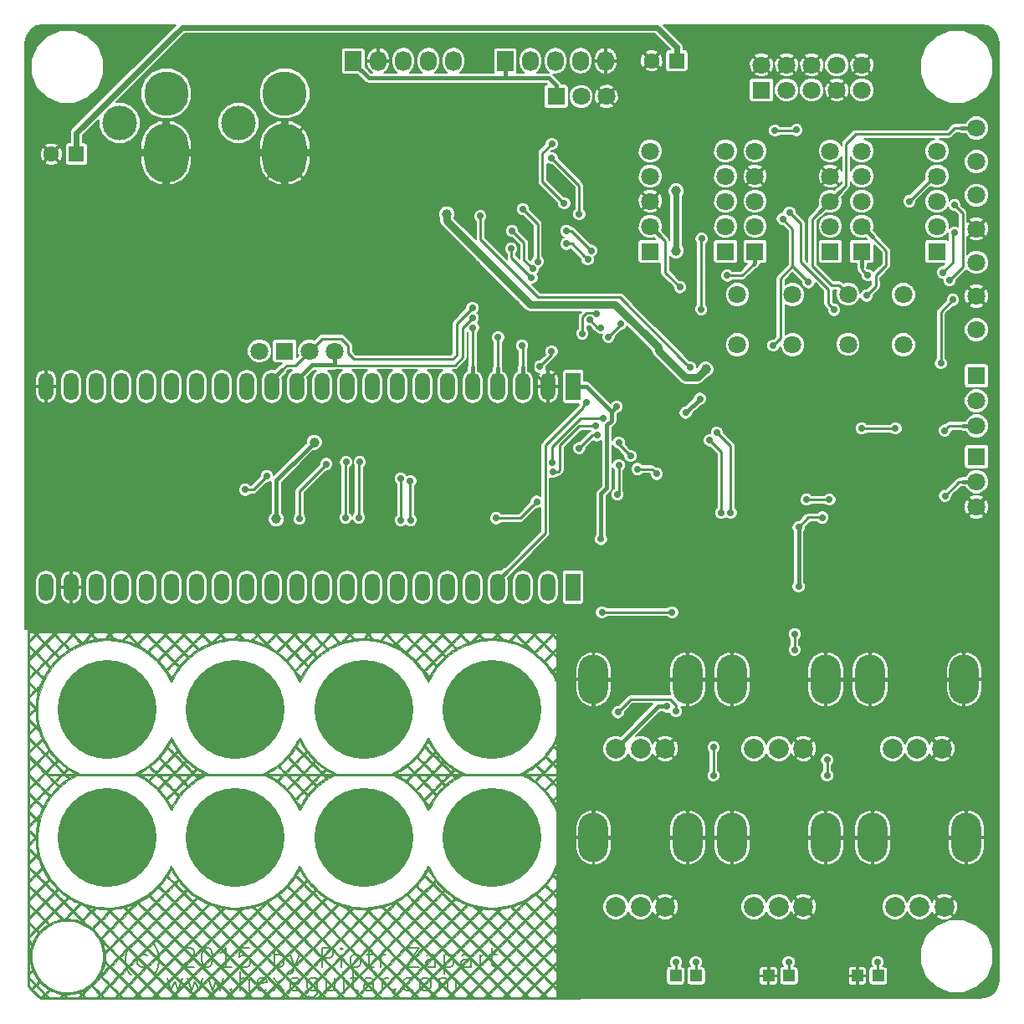
<source format=gtl>
G04 #@! TF.FileFunction,Copper,L1,Top,Signal*
%FSLAX46Y46*%
G04 Gerber Fmt 4.6, Leading zero omitted, Abs format (unit mm)*
G04 Created by KiCad (PCBNEW (2015-11-29 BZR 6336, Git 7b0d981)-product) date 01/12/2015 20:30:35*
%MOMM*%
G01*
G04 APERTURE LIST*
%ADD10C,0.100000*%
%ADD11C,0.150000*%
%ADD12C,10.000000*%
%ADD13C,1.000000*%
%ADD14C,1.800000*%
%ADD15C,2.000000*%
%ADD16O,3.000000X5.000000*%
%ADD17R,1.524000X2.800000*%
%ADD18O,1.524000X2.800000*%
%ADD19R,1.800000X1.800000*%
%ADD20R,1.600000X1.600000*%
%ADD21C,1.600000*%
%ADD22R,1.198880X1.198880*%
%ADD23O,4.500000X6.000000*%
%ADD24C,4.500000*%
%ADD25C,3.500000*%
%ADD26R,1.727200X2.032000*%
%ADD27O,1.727200X2.032000*%
%ADD28R,56.000000X1.500000*%
%ADD29R,0.500000X12.000000*%
%ADD30C,0.700000*%
%ADD31C,0.250000*%
%ADD32C,0.400000*%
%ADD33C,0.600000*%
%ADD34C,0.800000*%
%ADD35C,0.200000*%
G04 APERTURE END LIST*
D10*
D11*
X31434761Y-111902667D02*
X31339523Y-111807429D01*
X31149047Y-111521714D01*
X31053809Y-111331238D01*
X30958571Y-111045524D01*
X30863332Y-110569333D01*
X30863332Y-110188381D01*
X30958571Y-109712190D01*
X31053809Y-109426476D01*
X31149047Y-109236000D01*
X31339523Y-108950286D01*
X31434761Y-108855048D01*
X33053808Y-111045524D02*
X32863332Y-111140762D01*
X32482380Y-111140762D01*
X32291904Y-111045524D01*
X32196665Y-110950286D01*
X32101427Y-110759810D01*
X32101427Y-110188381D01*
X32196665Y-109997905D01*
X32291904Y-109902667D01*
X32482380Y-109807429D01*
X32863332Y-109807429D01*
X33053808Y-109902667D01*
X33720475Y-111902667D02*
X33815713Y-111807429D01*
X34006190Y-111521714D01*
X34101428Y-111331238D01*
X34196666Y-111045524D01*
X34291904Y-110569333D01*
X34291904Y-110188381D01*
X34196666Y-109712190D01*
X34101428Y-109426476D01*
X34006190Y-109236000D01*
X33815713Y-108950286D01*
X33720475Y-108855048D01*
X36672856Y-109331238D02*
X36768094Y-109236000D01*
X36958571Y-109140762D01*
X37434761Y-109140762D01*
X37625237Y-109236000D01*
X37720475Y-109331238D01*
X37815714Y-109521714D01*
X37815714Y-109712190D01*
X37720475Y-109997905D01*
X36577618Y-111140762D01*
X37815714Y-111140762D01*
X39053809Y-109140762D02*
X39244285Y-109140762D01*
X39434761Y-109236000D01*
X39529999Y-109331238D01*
X39625237Y-109521714D01*
X39720476Y-109902667D01*
X39720476Y-110378857D01*
X39625237Y-110759810D01*
X39529999Y-110950286D01*
X39434761Y-111045524D01*
X39244285Y-111140762D01*
X39053809Y-111140762D01*
X38863333Y-111045524D01*
X38768095Y-110950286D01*
X38672856Y-110759810D01*
X38577618Y-110378857D01*
X38577618Y-109902667D01*
X38672856Y-109521714D01*
X38768095Y-109331238D01*
X38863333Y-109236000D01*
X39053809Y-109140762D01*
X41625238Y-111140762D02*
X40482380Y-111140762D01*
X41053809Y-111140762D02*
X41053809Y-109140762D01*
X40863333Y-109426476D01*
X40672857Y-109616952D01*
X40482380Y-109712190D01*
X43434761Y-109140762D02*
X42482380Y-109140762D01*
X42387142Y-110093143D01*
X42482380Y-109997905D01*
X42672857Y-109902667D01*
X43149047Y-109902667D01*
X43339523Y-109997905D01*
X43434761Y-110093143D01*
X43530000Y-110283619D01*
X43530000Y-110759810D01*
X43434761Y-110950286D01*
X43339523Y-111045524D01*
X43149047Y-111140762D01*
X42672857Y-111140762D01*
X42482380Y-111045524D01*
X42387142Y-110950286D01*
X45910952Y-111140762D02*
X45910952Y-109140762D01*
X45910952Y-109902667D02*
X46101429Y-109807429D01*
X46482381Y-109807429D01*
X46672857Y-109902667D01*
X46768095Y-109997905D01*
X46863333Y-110188381D01*
X46863333Y-110759810D01*
X46768095Y-110950286D01*
X46672857Y-111045524D01*
X46482381Y-111140762D01*
X46101429Y-111140762D01*
X45910952Y-111045524D01*
X47530000Y-109807429D02*
X48006191Y-111140762D01*
X48482381Y-109807429D02*
X48006191Y-111140762D01*
X47815715Y-111616952D01*
X47720476Y-111712190D01*
X47530000Y-111807429D01*
X50768096Y-111140762D02*
X50768096Y-109140762D01*
X51530001Y-109140762D01*
X51720477Y-109236000D01*
X51815716Y-109331238D01*
X51910954Y-109521714D01*
X51910954Y-109807429D01*
X51815716Y-109997905D01*
X51720477Y-110093143D01*
X51530001Y-110188381D01*
X50768096Y-110188381D01*
X52768096Y-111140762D02*
X52768096Y-109807429D01*
X52768096Y-109140762D02*
X52672858Y-109236000D01*
X52768096Y-109331238D01*
X52863335Y-109236000D01*
X52768096Y-109140762D01*
X52768096Y-109331238D01*
X54006192Y-111140762D02*
X53815716Y-111045524D01*
X53720477Y-110950286D01*
X53625239Y-110759810D01*
X53625239Y-110188381D01*
X53720477Y-109997905D01*
X53815716Y-109902667D01*
X54006192Y-109807429D01*
X54291906Y-109807429D01*
X54482382Y-109902667D01*
X54577620Y-109997905D01*
X54672858Y-110188381D01*
X54672858Y-110759810D01*
X54577620Y-110950286D01*
X54482382Y-111045524D01*
X54291906Y-111140762D01*
X54006192Y-111140762D01*
X55244287Y-109807429D02*
X56006192Y-109807429D01*
X55530001Y-109140762D02*
X55530001Y-110855048D01*
X55625240Y-111045524D01*
X55815716Y-111140762D01*
X56006192Y-111140762D01*
X56672858Y-111140762D02*
X56672858Y-109807429D01*
X56672858Y-110188381D02*
X56768097Y-109997905D01*
X56863335Y-109902667D01*
X57053811Y-109807429D01*
X57244287Y-109807429D01*
X59244287Y-109140762D02*
X60577621Y-109140762D01*
X59244287Y-111140762D01*
X60577621Y-111140762D01*
X62196668Y-111140762D02*
X62196668Y-110093143D01*
X62101430Y-109902667D01*
X61910954Y-109807429D01*
X61530002Y-109807429D01*
X61339525Y-109902667D01*
X62196668Y-111045524D02*
X62006192Y-111140762D01*
X61530002Y-111140762D01*
X61339525Y-111045524D01*
X61244287Y-110855048D01*
X61244287Y-110664571D01*
X61339525Y-110474095D01*
X61530002Y-110378857D01*
X62006192Y-110378857D01*
X62196668Y-110283619D01*
X63149049Y-109807429D02*
X63149049Y-111807429D01*
X63149049Y-109902667D02*
X63339526Y-109807429D01*
X63720478Y-109807429D01*
X63910954Y-109902667D01*
X64006192Y-109997905D01*
X64101430Y-110188381D01*
X64101430Y-110759810D01*
X64006192Y-110950286D01*
X63910954Y-111045524D01*
X63720478Y-111140762D01*
X63339526Y-111140762D01*
X63149049Y-111045524D01*
X65815716Y-111140762D02*
X65815716Y-110093143D01*
X65720478Y-109902667D01*
X65530002Y-109807429D01*
X65149050Y-109807429D01*
X64958573Y-109902667D01*
X65815716Y-111045524D02*
X65625240Y-111140762D01*
X65149050Y-111140762D01*
X64958573Y-111045524D01*
X64863335Y-110855048D01*
X64863335Y-110664571D01*
X64958573Y-110474095D01*
X65149050Y-110378857D01*
X65625240Y-110378857D01*
X65815716Y-110283619D01*
X66768097Y-111140762D02*
X66768097Y-109807429D01*
X66768097Y-110188381D02*
X66863336Y-109997905D01*
X66958574Y-109902667D01*
X67149050Y-109807429D01*
X67339526Y-109807429D01*
X67720478Y-109807429D02*
X68482383Y-109807429D01*
X68006192Y-109140762D02*
X68006192Y-110855048D01*
X68101431Y-111045524D01*
X68291907Y-111140762D01*
X68482383Y-111140762D01*
X35085713Y-112171429D02*
X35466666Y-113504762D01*
X35847618Y-112552381D01*
X36228570Y-113504762D01*
X36609523Y-112171429D01*
X37180951Y-112171429D02*
X37561904Y-113504762D01*
X37942856Y-112552381D01*
X38323808Y-113504762D01*
X38704761Y-112171429D01*
X39276189Y-112171429D02*
X39657142Y-113504762D01*
X40038094Y-112552381D01*
X40419046Y-113504762D01*
X40799999Y-112171429D01*
X41561903Y-113314286D02*
X41657142Y-113409524D01*
X41561903Y-113504762D01*
X41466665Y-113409524D01*
X41561903Y-113314286D01*
X41561903Y-113504762D01*
X42514284Y-113504762D02*
X42514284Y-111504762D01*
X43371427Y-113504762D02*
X43371427Y-112457143D01*
X43276189Y-112266667D01*
X43085713Y-112171429D01*
X42799999Y-112171429D01*
X42609523Y-112266667D01*
X42514284Y-112361905D01*
X45085713Y-113409524D02*
X44895237Y-113504762D01*
X44514285Y-113504762D01*
X44323808Y-113409524D01*
X44228570Y-113219048D01*
X44228570Y-112457143D01*
X44323808Y-112266667D01*
X44514285Y-112171429D01*
X44895237Y-112171429D01*
X45085713Y-112266667D01*
X45180951Y-112457143D01*
X45180951Y-112647619D01*
X44228570Y-112838095D01*
X45847618Y-113504762D02*
X46895237Y-112171429D01*
X45847618Y-112171429D02*
X46895237Y-113504762D01*
X48419047Y-113409524D02*
X48228571Y-113504762D01*
X47847619Y-113504762D01*
X47657142Y-113409524D01*
X47561904Y-113219048D01*
X47561904Y-112457143D01*
X47657142Y-112266667D01*
X47847619Y-112171429D01*
X48228571Y-112171429D01*
X48419047Y-112266667D01*
X48514285Y-112457143D01*
X48514285Y-112647619D01*
X47561904Y-112838095D01*
X50228571Y-112171429D02*
X50228571Y-113790476D01*
X50133333Y-113980952D01*
X50038095Y-114076190D01*
X49847619Y-114171429D01*
X49561905Y-114171429D01*
X49371428Y-114076190D01*
X50228571Y-113409524D02*
X50038095Y-113504762D01*
X49657143Y-113504762D01*
X49466667Y-113409524D01*
X49371428Y-113314286D01*
X49276190Y-113123810D01*
X49276190Y-112552381D01*
X49371428Y-112361905D01*
X49466667Y-112266667D01*
X49657143Y-112171429D01*
X50038095Y-112171429D01*
X50228571Y-112266667D01*
X52038095Y-112171429D02*
X52038095Y-113504762D01*
X51180952Y-112171429D02*
X51180952Y-113219048D01*
X51276191Y-113409524D01*
X51466667Y-113504762D01*
X51752381Y-113504762D01*
X51942857Y-113409524D01*
X52038095Y-113314286D01*
X52990476Y-113504762D02*
X52990476Y-112171429D01*
X52990476Y-111504762D02*
X52895238Y-111600000D01*
X52990476Y-111695238D01*
X53085715Y-111600000D01*
X52990476Y-111504762D01*
X52990476Y-111695238D01*
X53657143Y-112171429D02*
X54419048Y-112171429D01*
X53942857Y-111504762D02*
X53942857Y-113219048D01*
X54038096Y-113409524D01*
X54228572Y-113504762D01*
X54419048Y-113504762D01*
X55942857Y-113504762D02*
X55942857Y-112457143D01*
X55847619Y-112266667D01*
X55657143Y-112171429D01*
X55276191Y-112171429D01*
X55085714Y-112266667D01*
X55942857Y-113409524D02*
X55752381Y-113504762D01*
X55276191Y-113504762D01*
X55085714Y-113409524D01*
X54990476Y-113219048D01*
X54990476Y-113028571D01*
X55085714Y-112838095D01*
X55276191Y-112742857D01*
X55752381Y-112742857D01*
X55942857Y-112647619D01*
X56895238Y-113504762D02*
X56895238Y-112171429D01*
X56895238Y-112552381D02*
X56990477Y-112361905D01*
X57085715Y-112266667D01*
X57276191Y-112171429D01*
X57466667Y-112171429D01*
X58133333Y-113314286D02*
X58228572Y-113409524D01*
X58133333Y-113504762D01*
X58038095Y-113409524D01*
X58133333Y-113314286D01*
X58133333Y-113504762D01*
X59942857Y-113409524D02*
X59752381Y-113504762D01*
X59371429Y-113504762D01*
X59180953Y-113409524D01*
X59085714Y-113314286D01*
X58990476Y-113123810D01*
X58990476Y-112552381D01*
X59085714Y-112361905D01*
X59180953Y-112266667D01*
X59371429Y-112171429D01*
X59752381Y-112171429D01*
X59942857Y-112266667D01*
X61085715Y-113504762D02*
X60895239Y-113409524D01*
X60800000Y-113314286D01*
X60704762Y-113123810D01*
X60704762Y-112552381D01*
X60800000Y-112361905D01*
X60895239Y-112266667D01*
X61085715Y-112171429D01*
X61371429Y-112171429D01*
X61561905Y-112266667D01*
X61657143Y-112361905D01*
X61752381Y-112552381D01*
X61752381Y-113123810D01*
X61657143Y-113314286D01*
X61561905Y-113409524D01*
X61371429Y-113504762D01*
X61085715Y-113504762D01*
X62609524Y-113504762D02*
X62609524Y-112171429D01*
X62609524Y-112361905D02*
X62704763Y-112266667D01*
X62895239Y-112171429D01*
X63180953Y-112171429D01*
X63371429Y-112266667D01*
X63466667Y-112457143D01*
X63466667Y-113504762D01*
X63466667Y-112457143D02*
X63561905Y-112266667D01*
X63752382Y-112171429D01*
X64038096Y-112171429D01*
X64228572Y-112266667D01*
X64323810Y-112457143D01*
X64323810Y-113504762D01*
D10*
G36*
X76840520Y-77815461D02*
X76709352Y-77881674D01*
X76649500Y-77915869D01*
X76649500Y-77688472D01*
X76649500Y-77313525D01*
X76649500Y-76938578D01*
X76649500Y-76642095D01*
X76649500Y-76541297D01*
X76649500Y-76440500D01*
X75953591Y-76440500D01*
X75760704Y-76440710D01*
X75605859Y-76441474D01*
X75484765Y-76442986D01*
X75393132Y-76445444D01*
X75326669Y-76449043D01*
X75281086Y-76453980D01*
X75252093Y-76460452D01*
X75235399Y-76468654D01*
X75230205Y-76473608D01*
X75225109Y-76487101D01*
X75230716Y-76507154D01*
X75250031Y-76537275D01*
X75286057Y-76580975D01*
X75341798Y-76641763D01*
X75420257Y-76723149D01*
X75524438Y-76828641D01*
X75592524Y-76896942D01*
X75697523Y-77001668D01*
X75792618Y-77095772D01*
X75873762Y-77175311D01*
X75936907Y-77236338D01*
X75978005Y-77274907D01*
X75992870Y-77287166D01*
X76010279Y-77272879D01*
X76053052Y-77232907D01*
X76116707Y-77171585D01*
X76196760Y-77093249D01*
X76288726Y-77002234D01*
X76326460Y-76964631D01*
X76649500Y-76642095D01*
X76649500Y-76938578D01*
X76395568Y-77191848D01*
X76141637Y-77445118D01*
X76305113Y-77609559D01*
X76371635Y-77675902D01*
X76426387Y-77729431D01*
X76463045Y-77764033D01*
X76475221Y-77774000D01*
X76496305Y-77765284D01*
X76541765Y-77743297D01*
X76565676Y-77731236D01*
X76649500Y-77688472D01*
X76649500Y-77915869D01*
X76366496Y-78077561D01*
X76268500Y-78148084D01*
X76268500Y-77882306D01*
X76254419Y-77862082D01*
X76216685Y-77819816D01*
X76162061Y-77762911D01*
X76130645Y-77731397D01*
X75992790Y-77594767D01*
X75845171Y-77742386D01*
X75845171Y-77446329D01*
X75448500Y-77049245D01*
X75051829Y-76652161D01*
X74888357Y-76815462D01*
X74888357Y-76496713D01*
X74882045Y-76483136D01*
X74878109Y-76478442D01*
X74866239Y-76468195D01*
X74848223Y-76459969D01*
X74819692Y-76453544D01*
X74776280Y-76448700D01*
X74713616Y-76445218D01*
X74627332Y-76442877D01*
X74513061Y-76441459D01*
X74366433Y-76440742D01*
X74183080Y-76440508D01*
X74123761Y-76440499D01*
X73928256Y-76440669D01*
X73770716Y-76441313D01*
X73646772Y-76442640D01*
X73552055Y-76444855D01*
X73482197Y-76448165D01*
X73432830Y-76452776D01*
X73399586Y-76458895D01*
X73378095Y-76466728D01*
X73364093Y-76476388D01*
X73353377Y-76488335D01*
X73349899Y-76502477D01*
X73356666Y-76522458D01*
X73376686Y-76551924D01*
X73412967Y-76594523D01*
X73468516Y-76653900D01*
X73546342Y-76733700D01*
X73649452Y-76837570D01*
X73722053Y-76910308D01*
X74119670Y-77308338D01*
X74516059Y-76912362D01*
X74635228Y-76793033D01*
X74727316Y-76699783D01*
X74795376Y-76628954D01*
X74842459Y-76576890D01*
X74871616Y-76539933D01*
X74885898Y-76514426D01*
X74888357Y-76496713D01*
X74888357Y-76815462D01*
X74654745Y-77048832D01*
X74257661Y-77445504D01*
X74654332Y-77842588D01*
X75051004Y-78239671D01*
X75448088Y-77843000D01*
X75845171Y-77446329D01*
X75845171Y-77742386D01*
X75596622Y-77990935D01*
X75200455Y-78387102D01*
X75305056Y-78493301D01*
X75358355Y-78545804D01*
X75399917Y-78583767D01*
X75421225Y-78599437D01*
X75421700Y-78599500D01*
X75440946Y-78585369D01*
X75481902Y-78547673D01*
X75537037Y-78493460D01*
X75560079Y-78470054D01*
X75658553Y-78374171D01*
X75773344Y-78270359D01*
X75894307Y-78167150D01*
X76011299Y-78073075D01*
X76114177Y-77996668D01*
X76157422Y-77967585D01*
X76215396Y-77928416D01*
X76255587Y-77897222D01*
X76268500Y-77882306D01*
X76268500Y-78148084D01*
X76052041Y-78303860D01*
X75767388Y-78558548D01*
X75513937Y-78839604D01*
X75298261Y-79137850D01*
X75298261Y-78762138D01*
X75180051Y-78643927D01*
X75061840Y-78525717D01*
X74913838Y-78673719D01*
X74913838Y-78377662D01*
X74517167Y-77980578D01*
X74120495Y-77583494D01*
X73982505Y-77721340D01*
X73982505Y-77446329D01*
X73585833Y-77049245D01*
X73189162Y-76652161D01*
X73013863Y-76827277D01*
X73013863Y-76480300D01*
X73009961Y-76473608D01*
X72998104Y-76464587D01*
X72976274Y-76457336D01*
X72940258Y-76451670D01*
X72885843Y-76447403D01*
X72808815Y-76444347D01*
X72704962Y-76442317D01*
X72570071Y-76441126D01*
X72399929Y-76440588D01*
X72261783Y-76440499D01*
X72066177Y-76440668D01*
X71908537Y-76441312D01*
X71784498Y-76442637D01*
X71689694Y-76444849D01*
X71619758Y-76448155D01*
X71570324Y-76452760D01*
X71537028Y-76458870D01*
X71515502Y-76466691D01*
X71501429Y-76476386D01*
X71490579Y-76488468D01*
X71487078Y-76502728D01*
X71493966Y-76522870D01*
X71514282Y-76552597D01*
X71551066Y-76595613D01*
X71607357Y-76655622D01*
X71686193Y-76736328D01*
X71790615Y-76841435D01*
X71848798Y-76899719D01*
X71953435Y-77004063D01*
X72048189Y-77097769D01*
X72128990Y-77176878D01*
X72191769Y-77237429D01*
X72232459Y-77275463D01*
X72246833Y-77287166D01*
X72264137Y-77272802D01*
X72307212Y-77232338D01*
X72372004Y-77169723D01*
X72454460Y-77088901D01*
X72550526Y-76993818D01*
X72647642Y-76896942D01*
X72766978Y-76776957D01*
X72858968Y-76682976D01*
X72926616Y-76611489D01*
X72972926Y-76558988D01*
X73000902Y-76521962D01*
X73013546Y-76496902D01*
X73013863Y-76480300D01*
X73013863Y-76827277D01*
X72792078Y-77048832D01*
X72394994Y-77445504D01*
X72791666Y-77842588D01*
X73188337Y-78239671D01*
X73585421Y-77843000D01*
X73982505Y-77446329D01*
X73982505Y-77721340D01*
X73723411Y-77980166D01*
X73326328Y-78376837D01*
X73722999Y-78773921D01*
X74119670Y-79171005D01*
X74516754Y-78774333D01*
X74913838Y-78377662D01*
X74913838Y-78673719D01*
X74665261Y-78922296D01*
X74268681Y-79318875D01*
X74500590Y-79551505D01*
X74580778Y-79630196D01*
X74650672Y-79695489D01*
X74704916Y-79742637D01*
X74738151Y-79766896D01*
X74745690Y-79768609D01*
X74761383Y-79739963D01*
X74783027Y-79689438D01*
X74787069Y-79679000D01*
X74833209Y-79570450D01*
X74896705Y-79438640D01*
X74971285Y-79295435D01*
X75050678Y-79152701D01*
X75128613Y-79022304D01*
X75160552Y-78972314D01*
X75298261Y-78762138D01*
X75298261Y-79137850D01*
X75293088Y-79145004D01*
X75106240Y-79472727D01*
X74954795Y-79820749D01*
X74840151Y-80187049D01*
X74763709Y-80569603D01*
X74744879Y-80719662D01*
X74740008Y-80787398D01*
X74735520Y-80891074D01*
X74731555Y-81024297D01*
X74728252Y-81180675D01*
X74725750Y-81353815D01*
X74724186Y-81537324D01*
X74723700Y-81695578D01*
X74723333Y-82473907D01*
X74671766Y-82497403D01*
X74668077Y-82498372D01*
X74668077Y-80015527D01*
X74393917Y-79741366D01*
X74119756Y-79467206D01*
X73971771Y-79615372D01*
X73971771Y-79319162D01*
X73574969Y-78922360D01*
X73178166Y-78525557D01*
X73040442Y-78663281D01*
X73040442Y-78387833D01*
X72643709Y-77991100D01*
X72246977Y-77594368D01*
X72098672Y-77742510D01*
X72098672Y-77445493D01*
X71707086Y-77054336D01*
X71315500Y-76663179D01*
X71141662Y-76836826D01*
X71141662Y-76495224D01*
X71134458Y-76481748D01*
X71131612Y-76478445D01*
X71119657Y-76468128D01*
X71101520Y-76459861D01*
X71072797Y-76453418D01*
X71029085Y-76448576D01*
X70965980Y-76445109D01*
X70879077Y-76442794D01*
X70763974Y-76441404D01*
X70616265Y-76440716D01*
X70431549Y-76440504D01*
X70387844Y-76440499D01*
X70193890Y-76440672D01*
X70037864Y-76441332D01*
X69915364Y-76442689D01*
X69821985Y-76444954D01*
X69753324Y-76448339D01*
X69704976Y-76453054D01*
X69672539Y-76459311D01*
X69651608Y-76467319D01*
X69638762Y-76476386D01*
X69627912Y-76488468D01*
X69624411Y-76502728D01*
X69631299Y-76522870D01*
X69651616Y-76552597D01*
X69688399Y-76595613D01*
X69744690Y-76655622D01*
X69823526Y-76736328D01*
X69927948Y-76841435D01*
X69986131Y-76899719D01*
X70090747Y-77004057D01*
X70185451Y-77097758D01*
X70266181Y-77176865D01*
X70328873Y-77237417D01*
X70369464Y-77275455D01*
X70383743Y-77287166D01*
X70400960Y-77272822D01*
X70443959Y-77232433D01*
X70508663Y-77169961D01*
X70590994Y-77089372D01*
X70686877Y-76994629D01*
X70780142Y-76901779D01*
X70897520Y-76784237D01*
X70987845Y-76692708D01*
X71054203Y-76623478D01*
X71099679Y-76572831D01*
X71127357Y-76537050D01*
X71140323Y-76512420D01*
X71141662Y-76495224D01*
X71141662Y-76836826D01*
X70923913Y-77054336D01*
X70532327Y-77445493D01*
X70918407Y-77831996D01*
X71022913Y-77936207D01*
X71117532Y-78029776D01*
X71198190Y-78108738D01*
X71260813Y-78169128D01*
X71301327Y-78206979D01*
X71315500Y-78218500D01*
X71332815Y-78204138D01*
X71375879Y-78163695D01*
X71440618Y-78101138D01*
X71522957Y-78020431D01*
X71618823Y-77925539D01*
X71712592Y-77831996D01*
X72098672Y-77445493D01*
X72098672Y-77742510D01*
X71855316Y-77985600D01*
X71463655Y-78376831D01*
X71860396Y-78773985D01*
X72257137Y-79171138D01*
X72648789Y-78779485D01*
X73040442Y-78387833D01*
X73040442Y-78663281D01*
X72786467Y-78917256D01*
X72394768Y-79308956D01*
X72556957Y-79435769D01*
X72630432Y-79496246D01*
X72723930Y-79577684D01*
X72827485Y-79671167D01*
X72931128Y-79767778D01*
X72975115Y-79809871D01*
X73231083Y-80057160D01*
X73601427Y-79688161D01*
X73971771Y-79319162D01*
X73971771Y-79615372D01*
X73749657Y-79837759D01*
X73628580Y-79959973D01*
X73535867Y-80056000D01*
X73469051Y-80128662D01*
X73425666Y-80180780D01*
X73403244Y-80215177D01*
X73399319Y-80234675D01*
X73400570Y-80237082D01*
X73463155Y-80317729D01*
X73547774Y-80419615D01*
X73646693Y-80533884D01*
X73752175Y-80651679D01*
X73856483Y-80764144D01*
X73907290Y-80817166D01*
X74118440Y-81034583D01*
X74334626Y-80819133D01*
X74419085Y-80734551D01*
X74478608Y-80672365D01*
X74518244Y-80625088D01*
X74543044Y-80585232D01*
X74558058Y-80545310D01*
X74568336Y-80497837D01*
X74574077Y-80464133D01*
X74591695Y-80367173D01*
X74614035Y-80255832D01*
X74632710Y-80170055D01*
X74668077Y-80015527D01*
X74668077Y-82498372D01*
X74617038Y-82511782D01*
X74573333Y-82495438D01*
X74534652Y-82444229D01*
X74532833Y-82440294D01*
X74532833Y-81176753D01*
X74532833Y-80917673D01*
X74400979Y-81049526D01*
X74269126Y-81181380D01*
X74395025Y-81308606D01*
X74452844Y-81366374D01*
X74498192Y-81410440D01*
X74523834Y-81433822D01*
X74526879Y-81435833D01*
X74529156Y-81416016D01*
X74531032Y-81361967D01*
X74532319Y-81281784D01*
X74532831Y-81183568D01*
X74532833Y-81176753D01*
X74532833Y-82440294D01*
X74529886Y-82433920D01*
X74529886Y-81784792D01*
X74519581Y-81746015D01*
X74491664Y-81705311D01*
X74439780Y-81650230D01*
X74430139Y-81640559D01*
X74324654Y-81535075D01*
X74423452Y-81728608D01*
X74522250Y-81922142D01*
X74528936Y-81834093D01*
X74529886Y-81784792D01*
X74529886Y-82433920D01*
X74506481Y-82383296D01*
X74482543Y-82328804D01*
X74443476Y-82244752D01*
X74393208Y-82139380D01*
X74335670Y-82020928D01*
X74276534Y-81901136D01*
X74029819Y-81451343D01*
X73745605Y-81015892D01*
X73427496Y-80598999D01*
X73079097Y-80204878D01*
X72704012Y-79837743D01*
X72305847Y-79501809D01*
X72080260Y-79333255D01*
X71629403Y-79036279D01*
X71505721Y-78967838D01*
X71505721Y-78725481D01*
X71497365Y-78712478D01*
X71465594Y-78677377D01*
X71417231Y-78627706D01*
X71416001Y-78626475D01*
X71361829Y-78573950D01*
X71327784Y-78547914D01*
X71304956Y-78544053D01*
X71284432Y-78558053D01*
X71281201Y-78561226D01*
X71265600Y-78581303D01*
X71269505Y-78599150D01*
X71298853Y-78621321D01*
X71359585Y-78654370D01*
X71370921Y-78660233D01*
X71435701Y-78693053D01*
X71484308Y-78716555D01*
X71505721Y-78725481D01*
X71505721Y-78967838D01*
X71166409Y-78780078D01*
X71166409Y-78375897D01*
X70775361Y-77985278D01*
X70384313Y-77594659D01*
X70235930Y-77742581D01*
X70235930Y-77445418D01*
X69844382Y-77054298D01*
X69452833Y-76663179D01*
X69278995Y-76836826D01*
X69278995Y-76495224D01*
X69271792Y-76481748D01*
X69268945Y-76478445D01*
X69257109Y-76468226D01*
X69239145Y-76460016D01*
X69210698Y-76453597D01*
X69167414Y-76448752D01*
X69104939Y-76445263D01*
X69018919Y-76442912D01*
X68905000Y-76441482D01*
X68758827Y-76440754D01*
X68576046Y-76440510D01*
X68510227Y-76440500D01*
X68313139Y-76440699D01*
X68154182Y-76441420D01*
X68029152Y-76442848D01*
X67933849Y-76445168D01*
X67864071Y-76448566D01*
X67815616Y-76453225D01*
X67784282Y-76459331D01*
X67765868Y-76467070D01*
X67758372Y-76473608D01*
X67753276Y-76487101D01*
X67758883Y-76507154D01*
X67778198Y-76537275D01*
X67814224Y-76580975D01*
X67869965Y-76641763D01*
X67948424Y-76723149D01*
X68052604Y-76828641D01*
X68120690Y-76896942D01*
X68225692Y-77001668D01*
X68320792Y-77095773D01*
X68401942Y-77175312D01*
X68465095Y-77236339D01*
X68506202Y-77274908D01*
X68521076Y-77287166D01*
X68538293Y-77272822D01*
X68581292Y-77232433D01*
X68645996Y-77169961D01*
X68728328Y-77089372D01*
X68824210Y-76994629D01*
X68917475Y-76901779D01*
X69034853Y-76784237D01*
X69125178Y-76692708D01*
X69191536Y-76623478D01*
X69237012Y-76572831D01*
X69264690Y-76537050D01*
X69277656Y-76512420D01*
X69278995Y-76495224D01*
X69278995Y-76836826D01*
X69061308Y-77054275D01*
X68669783Y-77445371D01*
X68903798Y-77680052D01*
X69137814Y-77914733D01*
X69364115Y-77957992D01*
X69461063Y-77976046D01*
X69545870Y-77990966D01*
X69607863Y-78000924D01*
X69633044Y-78004042D01*
X69666727Y-77989395D01*
X69727206Y-77942715D01*
X69814616Y-77863882D01*
X69929094Y-77752780D01*
X69955801Y-77726125D01*
X70235930Y-77445418D01*
X70235930Y-77742581D01*
X70151406Y-77826843D01*
X70071519Y-77907180D01*
X70003510Y-77976902D01*
X69952497Y-78030656D01*
X69923599Y-78063086D01*
X69918985Y-78069972D01*
X69938252Y-78079680D01*
X69991558Y-78100112D01*
X70072641Y-78129034D01*
X70175237Y-78164213D01*
X70293084Y-78203415D01*
X70294694Y-78203943D01*
X70429472Y-78249389D01*
X70564892Y-78297265D01*
X70689960Y-78343529D01*
X70793686Y-78384141D01*
X70849833Y-78407998D01*
X70929491Y-78443566D01*
X70993840Y-78471723D01*
X71033674Y-78488470D01*
X71041664Y-78491345D01*
X71062495Y-78479061D01*
X71099313Y-78445673D01*
X71109994Y-78434782D01*
X71166409Y-78375897D01*
X71166409Y-78780078D01*
X71160987Y-78777078D01*
X70674076Y-78555286D01*
X70167734Y-78370535D01*
X69641023Y-78222456D01*
X69093006Y-78110683D01*
X68881333Y-78077985D01*
X68785660Y-78067595D01*
X68785660Y-77858666D01*
X68653837Y-77726843D01*
X68522014Y-77595021D01*
X68404407Y-77710968D01*
X68373571Y-77741369D01*
X68373571Y-77446562D01*
X67976783Y-77049361D01*
X67579995Y-76652161D01*
X67416524Y-76815462D01*
X67416524Y-76496713D01*
X67410211Y-76483136D01*
X67406276Y-76478442D01*
X67394406Y-76468195D01*
X67376389Y-76459969D01*
X67347859Y-76453544D01*
X67304446Y-76448700D01*
X67241782Y-76445218D01*
X67155499Y-76442877D01*
X67041227Y-76441459D01*
X66894600Y-76440742D01*
X66711247Y-76440508D01*
X66651927Y-76440499D01*
X66456423Y-76440669D01*
X66298883Y-76441313D01*
X66174938Y-76442640D01*
X66080221Y-76444855D01*
X66010364Y-76448165D01*
X65960997Y-76452776D01*
X65927752Y-76458895D01*
X65906262Y-76466728D01*
X65892260Y-76476388D01*
X65881544Y-76488335D01*
X65878065Y-76502477D01*
X65884832Y-76522458D01*
X65904852Y-76551924D01*
X65941133Y-76594523D01*
X65996683Y-76653900D01*
X66074509Y-76733700D01*
X66177619Y-76837570D01*
X66250220Y-76910308D01*
X66647837Y-77308338D01*
X67044225Y-76912362D01*
X67163394Y-76793033D01*
X67255483Y-76699783D01*
X67323543Y-76628954D01*
X67370626Y-76576890D01*
X67399783Y-76539933D01*
X67414065Y-76514426D01*
X67416524Y-76496713D01*
X67416524Y-76815462D01*
X67182999Y-77048745D01*
X66786002Y-77445329D01*
X66991895Y-77651998D01*
X67084174Y-77742325D01*
X67153288Y-77804171D01*
X67203729Y-77841103D01*
X67239991Y-77856689D01*
X67251102Y-77857755D01*
X67289839Y-77856355D01*
X67362359Y-77853079D01*
X67460170Y-77848333D01*
X67574784Y-77842526D01*
X67651294Y-77838532D01*
X67998172Y-77820222D01*
X68185871Y-77633392D01*
X68373571Y-77446562D01*
X68373571Y-77741369D01*
X68286800Y-77826916D01*
X68430608Y-77839053D01*
X68524892Y-77846189D01*
X68620503Y-77852131D01*
X68680038Y-77854928D01*
X68785660Y-77858666D01*
X68785660Y-78067595D01*
X68743311Y-78062996D01*
X68571985Y-78051530D01*
X68376239Y-78043588D01*
X68164957Y-78039171D01*
X67947021Y-78038282D01*
X67731315Y-78040923D01*
X67526722Y-78047094D01*
X67342126Y-78056798D01*
X67186409Y-78070036D01*
X67124500Y-78077650D01*
X66956763Y-78107113D01*
X66956763Y-77890416D01*
X66802077Y-77737026D01*
X66647391Y-77583636D01*
X66511234Y-77721551D01*
X66511234Y-77446892D01*
X66114281Y-77049526D01*
X65717329Y-76652161D01*
X65532495Y-76836802D01*
X65532495Y-76495224D01*
X65525292Y-76481748D01*
X65522445Y-76478445D01*
X65510490Y-76468128D01*
X65492354Y-76459861D01*
X65463631Y-76453418D01*
X65419919Y-76448576D01*
X65356813Y-76445109D01*
X65269910Y-76442794D01*
X65154807Y-76441404D01*
X65007099Y-76440716D01*
X64822382Y-76440504D01*
X64778677Y-76440499D01*
X64584723Y-76440672D01*
X64428698Y-76441332D01*
X64306197Y-76442689D01*
X64212818Y-76444954D01*
X64144157Y-76448339D01*
X64095809Y-76453054D01*
X64063372Y-76459311D01*
X64042441Y-76467319D01*
X64029596Y-76476386D01*
X64018745Y-76488468D01*
X64015244Y-76502728D01*
X64022133Y-76522870D01*
X64042449Y-76552597D01*
X64079233Y-76595613D01*
X64135523Y-76655622D01*
X64214360Y-76736328D01*
X64318781Y-76841435D01*
X64376964Y-76899719D01*
X64481580Y-77004057D01*
X64576285Y-77097758D01*
X64657015Y-77176865D01*
X64719707Y-77237417D01*
X64760297Y-77275455D01*
X64774576Y-77287166D01*
X64791793Y-77272822D01*
X64834792Y-77232433D01*
X64899496Y-77169961D01*
X64981828Y-77089372D01*
X65077710Y-76994629D01*
X65170975Y-76901779D01*
X65288353Y-76784237D01*
X65378678Y-76692708D01*
X65445036Y-76623478D01*
X65490512Y-76572831D01*
X65518190Y-76537050D01*
X65531156Y-76512420D01*
X65532495Y-76495224D01*
X65532495Y-76836802D01*
X65320250Y-77048827D01*
X64923172Y-77445493D01*
X65298657Y-77821413D01*
X65420405Y-77941650D01*
X65525078Y-78041672D01*
X65609937Y-78119006D01*
X65672240Y-78171180D01*
X65709246Y-78195720D01*
X65715361Y-78197333D01*
X65743507Y-78182367D01*
X65797882Y-78139164D01*
X65875649Y-78070267D01*
X65973972Y-77978218D01*
X66090015Y-77865559D01*
X66133907Y-77822112D01*
X66511234Y-77446892D01*
X66511234Y-77721551D01*
X66414987Y-77819041D01*
X66325031Y-77911616D01*
X66264332Y-77977750D01*
X66231049Y-78019722D01*
X66223342Y-78039813D01*
X66235500Y-78041396D01*
X66275760Y-78032482D01*
X66347846Y-78017481D01*
X66442024Y-77998383D01*
X66548565Y-77977181D01*
X66563583Y-77974223D01*
X66671784Y-77952701D01*
X66769656Y-77932793D01*
X66847208Y-77916563D01*
X66894452Y-77906071D01*
X66897756Y-77905258D01*
X66956763Y-77890416D01*
X66956763Y-78107113D01*
X66568316Y-78175344D01*
X66033489Y-78309560D01*
X65519723Y-78480444D01*
X65451797Y-78509060D01*
X65451797Y-78281751D01*
X65437628Y-78264339D01*
X65397624Y-78221495D01*
X65336015Y-78157587D01*
X65257033Y-78076982D01*
X65164909Y-77984048D01*
X65113649Y-77932733D01*
X64774966Y-77594546D01*
X64626838Y-77742511D01*
X64626838Y-77445493D01*
X64235252Y-77054336D01*
X63843666Y-76663179D01*
X63669829Y-76836825D01*
X63669829Y-76495224D01*
X63662625Y-76481748D01*
X63659779Y-76478445D01*
X63647824Y-76468128D01*
X63629687Y-76459861D01*
X63600964Y-76453418D01*
X63557252Y-76448576D01*
X63494146Y-76445109D01*
X63407244Y-76442794D01*
X63292140Y-76441404D01*
X63144432Y-76440716D01*
X62959716Y-76440504D01*
X62916011Y-76440499D01*
X62722056Y-76440672D01*
X62566031Y-76441332D01*
X62443531Y-76442689D01*
X62350152Y-76444954D01*
X62281490Y-76448339D01*
X62233143Y-76453054D01*
X62200705Y-76459311D01*
X62179775Y-76467319D01*
X62166929Y-76476386D01*
X62156079Y-76488468D01*
X62152578Y-76502728D01*
X62159466Y-76522870D01*
X62179782Y-76552597D01*
X62216566Y-76595613D01*
X62272857Y-76655622D01*
X62351693Y-76736328D01*
X62456115Y-76841435D01*
X62514298Y-76899719D01*
X62618913Y-77004057D01*
X62713618Y-77097758D01*
X62794348Y-77176865D01*
X62857040Y-77237417D01*
X62897630Y-77275455D01*
X62911909Y-77287166D01*
X62929126Y-77272822D01*
X62972125Y-77232433D01*
X63036829Y-77169961D01*
X63119161Y-77089372D01*
X63215044Y-76994629D01*
X63308309Y-76901779D01*
X63425686Y-76784237D01*
X63516012Y-76692708D01*
X63582370Y-76623478D01*
X63627845Y-76572831D01*
X63655524Y-76537050D01*
X63668490Y-76512420D01*
X63669829Y-76495224D01*
X63669829Y-76836825D01*
X63452080Y-77054336D01*
X63060494Y-77445493D01*
X63446574Y-77831996D01*
X63551080Y-77936207D01*
X63645699Y-78029776D01*
X63726357Y-78108738D01*
X63788979Y-78169128D01*
X63829493Y-78206979D01*
X63843666Y-78218500D01*
X63860982Y-78204138D01*
X63904046Y-78163695D01*
X63968784Y-78101138D01*
X64051124Y-78020431D01*
X64146990Y-77925539D01*
X64240759Y-77831996D01*
X64626838Y-77445493D01*
X64626838Y-77742511D01*
X64383481Y-77985601D01*
X63991997Y-78376657D01*
X64197092Y-78582524D01*
X64402187Y-78788392D01*
X64466885Y-78749027D01*
X64509170Y-78725359D01*
X64580487Y-78687618D01*
X64671899Y-78640449D01*
X64774470Y-78588500D01*
X64806750Y-78572344D01*
X64925023Y-78514895D01*
X65049127Y-78457259D01*
X65165067Y-78405784D01*
X65258847Y-78366815D01*
X65266589Y-78363804D01*
X65346751Y-78331830D01*
X65409473Y-78304800D01*
X65446019Y-78286583D01*
X65451797Y-78281751D01*
X65451797Y-78509060D01*
X65026724Y-78688140D01*
X64554196Y-78932794D01*
X64190030Y-79159621D01*
X64190030Y-78893739D01*
X64176042Y-78868141D01*
X64141675Y-78827581D01*
X64083209Y-78766587D01*
X64028906Y-78711766D01*
X63843730Y-78525782D01*
X63695505Y-78673844D01*
X63695505Y-78376826D01*
X63303919Y-77985669D01*
X62912333Y-77594512D01*
X62764172Y-77742510D01*
X62764172Y-77445493D01*
X62372586Y-77054336D01*
X61981000Y-76663179D01*
X61807162Y-76836826D01*
X61807162Y-76495224D01*
X61799958Y-76481748D01*
X61797112Y-76478445D01*
X61785242Y-76468198D01*
X61767228Y-76459971D01*
X61738701Y-76453545D01*
X61695294Y-76448701D01*
X61632637Y-76445218D01*
X61546362Y-76442878D01*
X61432101Y-76441459D01*
X61285485Y-76440742D01*
X61102146Y-76440508D01*
X61042761Y-76440500D01*
X60847078Y-76440674D01*
X60689372Y-76441334D01*
X60565285Y-76442683D01*
X60470462Y-76444924D01*
X60400546Y-76448261D01*
X60351181Y-76452898D01*
X60318010Y-76459037D01*
X60296678Y-76466883D01*
X60283555Y-76475970D01*
X60273003Y-76487931D01*
X60269946Y-76502199D01*
X60277457Y-76522398D01*
X60298610Y-76552150D01*
X60336476Y-76595079D01*
X60394130Y-76654806D01*
X60474644Y-76734956D01*
X60581092Y-76839149D01*
X60641721Y-76898202D01*
X60748485Y-77001789D01*
X60845189Y-77094984D01*
X60927742Y-77173898D01*
X60992052Y-77234637D01*
X61034028Y-77273310D01*
X61049457Y-77286065D01*
X61066610Y-77272023D01*
X61109543Y-77231915D01*
X61174181Y-77169690D01*
X61256453Y-77089299D01*
X61352287Y-76994692D01*
X61445642Y-76901779D01*
X61563020Y-76784237D01*
X61653345Y-76692708D01*
X61719703Y-76623478D01*
X61765179Y-76572831D01*
X61792857Y-76537050D01*
X61805823Y-76512420D01*
X61807162Y-76495224D01*
X61807162Y-76836826D01*
X61589413Y-77054336D01*
X61197827Y-77445493D01*
X61583907Y-77831996D01*
X61688413Y-77936207D01*
X61783032Y-78029776D01*
X61863690Y-78108738D01*
X61926313Y-78169128D01*
X61966827Y-78206979D01*
X61981000Y-78218500D01*
X61998315Y-78204138D01*
X62041379Y-78163695D01*
X62106118Y-78101138D01*
X62188457Y-78020431D01*
X62284323Y-77925539D01*
X62378092Y-77831996D01*
X62764172Y-77445493D01*
X62764172Y-77742510D01*
X62520747Y-77985669D01*
X62129161Y-78376826D01*
X62515240Y-78763329D01*
X62619747Y-78867540D01*
X62714365Y-78961110D01*
X62795023Y-79040071D01*
X62857646Y-79100461D01*
X62898160Y-79138313D01*
X62912333Y-79149833D01*
X62929648Y-79135471D01*
X62972712Y-79095029D01*
X63037451Y-79032471D01*
X63119790Y-78951764D01*
X63215657Y-78856872D01*
X63309425Y-78763329D01*
X63695505Y-78376826D01*
X63695505Y-78673844D01*
X63452313Y-78916769D01*
X63060897Y-79307757D01*
X63181450Y-79429581D01*
X63243155Y-79489950D01*
X63284146Y-79523399D01*
X63311962Y-79534533D01*
X63334144Y-79527957D01*
X63338125Y-79525244D01*
X63369194Y-79501642D01*
X63424719Y-79458457D01*
X63496023Y-79402464D01*
X63553556Y-79356998D01*
X63639280Y-79291100D01*
X63742013Y-79215241D01*
X63852615Y-79135855D01*
X63961941Y-79059377D01*
X64060851Y-78992240D01*
X64140201Y-78940878D01*
X64171750Y-78921938D01*
X64187360Y-78909847D01*
X64190030Y-78893739D01*
X64190030Y-79159621D01*
X64101844Y-79214550D01*
X63669373Y-79533553D01*
X63256489Y-79889949D01*
X63144922Y-79997397D01*
X63144922Y-79687895D01*
X63028299Y-79572721D01*
X62911676Y-79457547D01*
X62764305Y-79604918D01*
X62764305Y-79308862D01*
X62372652Y-78917210D01*
X61981000Y-78525557D01*
X61832971Y-78673586D01*
X61832971Y-78377529D01*
X61441319Y-77985876D01*
X61049666Y-77594224D01*
X60901505Y-77742385D01*
X60901505Y-77446329D01*
X60504833Y-77049245D01*
X60108162Y-76652161D01*
X59944691Y-76815461D01*
X59944691Y-76496713D01*
X59938378Y-76483136D01*
X59934443Y-76478442D01*
X59922572Y-76468195D01*
X59904556Y-76459969D01*
X59876026Y-76453544D01*
X59832613Y-76448700D01*
X59769949Y-76445218D01*
X59683666Y-76442877D01*
X59569394Y-76441459D01*
X59422766Y-76440742D01*
X59239414Y-76440508D01*
X59180094Y-76440499D01*
X58984590Y-76440669D01*
X58827049Y-76441313D01*
X58703105Y-76442640D01*
X58608388Y-76444855D01*
X58538530Y-76448165D01*
X58489163Y-76452776D01*
X58455919Y-76458895D01*
X58434429Y-76466728D01*
X58420426Y-76476388D01*
X58409710Y-76488335D01*
X58406232Y-76502477D01*
X58412999Y-76522458D01*
X58433019Y-76551924D01*
X58469300Y-76594523D01*
X58524850Y-76653900D01*
X58602676Y-76733700D01*
X58705785Y-76837570D01*
X58778387Y-76910308D01*
X59176004Y-77308338D01*
X59572392Y-76912362D01*
X59691561Y-76793033D01*
X59783650Y-76699783D01*
X59851710Y-76628954D01*
X59898792Y-76576890D01*
X59927949Y-76539933D01*
X59942232Y-76514426D01*
X59944691Y-76496713D01*
X59944691Y-76815461D01*
X59711078Y-77048832D01*
X59313994Y-77445504D01*
X59710666Y-77842588D01*
X60107337Y-78239671D01*
X60504421Y-77843000D01*
X60901505Y-77446329D01*
X60901505Y-77742385D01*
X60652934Y-77990956D01*
X60256201Y-78387689D01*
X60647433Y-78779350D01*
X61038665Y-79171010D01*
X61435818Y-78774270D01*
X61832971Y-78377529D01*
X61832971Y-78673586D01*
X61584267Y-78922290D01*
X61187535Y-79319022D01*
X61578766Y-79710683D01*
X61969998Y-80102344D01*
X62367151Y-79705603D01*
X62764305Y-79308862D01*
X62764305Y-79604918D01*
X62515498Y-79853726D01*
X62119319Y-80249904D01*
X62245951Y-80378581D01*
X62372583Y-80507258D01*
X62488433Y-80373587D01*
X62542676Y-80313068D01*
X62618962Y-80230769D01*
X62709506Y-80134949D01*
X62806522Y-80033868D01*
X62874602Y-79963906D01*
X63144922Y-79687895D01*
X63144922Y-79997397D01*
X63069340Y-80070189D01*
X62952059Y-80189025D01*
X62833673Y-80312507D01*
X62721162Y-80433101D01*
X62621506Y-80543268D01*
X62541682Y-80635475D01*
X62510320Y-80673833D01*
X62320921Y-80926790D01*
X62236881Y-81050756D01*
X62236881Y-80682287D01*
X62236439Y-80659905D01*
X62218216Y-80630036D01*
X62177802Y-80585207D01*
X62117994Y-80525083D01*
X61980456Y-80388767D01*
X61832971Y-80536252D01*
X61832971Y-80240196D01*
X61441404Y-79848628D01*
X61049836Y-79457061D01*
X60901663Y-79605029D01*
X60901663Y-79308887D01*
X60510076Y-78917300D01*
X60118489Y-78525714D01*
X59970166Y-78673855D01*
X59970166Y-78376832D01*
X59573085Y-77980163D01*
X59176004Y-77583494D01*
X59038838Y-77720802D01*
X59038838Y-77446329D01*
X58642167Y-77049245D01*
X58245495Y-76652161D01*
X58070197Y-76827276D01*
X58070197Y-76480300D01*
X58066294Y-76473608D01*
X58054438Y-76464587D01*
X58032608Y-76457336D01*
X57996592Y-76451670D01*
X57942176Y-76447403D01*
X57865148Y-76444347D01*
X57761295Y-76442317D01*
X57626404Y-76441126D01*
X57456262Y-76440588D01*
X57318116Y-76440499D01*
X57122510Y-76440668D01*
X56964871Y-76441312D01*
X56840831Y-76442637D01*
X56746027Y-76444849D01*
X56676091Y-76448155D01*
X56626658Y-76452760D01*
X56593361Y-76458870D01*
X56571835Y-76466691D01*
X56557762Y-76476386D01*
X56546912Y-76488468D01*
X56543411Y-76502728D01*
X56550299Y-76522870D01*
X56570616Y-76552597D01*
X56607399Y-76595613D01*
X56663690Y-76655622D01*
X56742526Y-76736328D01*
X56846948Y-76841435D01*
X56905131Y-76899719D01*
X57009769Y-77004063D01*
X57104522Y-77097769D01*
X57185323Y-77176878D01*
X57248103Y-77237429D01*
X57288793Y-77275463D01*
X57303166Y-77287166D01*
X57320471Y-77272802D01*
X57363545Y-77232338D01*
X57428337Y-77169723D01*
X57510793Y-77088901D01*
X57606859Y-76993818D01*
X57703975Y-76896942D01*
X57823311Y-76776957D01*
X57915301Y-76682976D01*
X57982950Y-76611489D01*
X58029260Y-76558988D01*
X58057235Y-76521962D01*
X58069880Y-76496902D01*
X58070197Y-76480300D01*
X58070197Y-76827276D01*
X57848411Y-77048832D01*
X57451328Y-77445504D01*
X57847999Y-77842588D01*
X58244670Y-78239671D01*
X58641754Y-77843000D01*
X59038838Y-77446329D01*
X59038838Y-77720802D01*
X58778815Y-77981096D01*
X58381627Y-78378697D01*
X58770788Y-78764265D01*
X58876400Y-78868201D01*
X58972585Y-78961526D01*
X59055160Y-79040288D01*
X59119940Y-79100534D01*
X59162740Y-79138311D01*
X59178981Y-79149833D01*
X59198496Y-79135439D01*
X59243594Y-79094908D01*
X59310102Y-79032221D01*
X59393852Y-78951356D01*
X59490671Y-78856292D01*
X59584089Y-78763332D01*
X59970166Y-78376832D01*
X59970166Y-78673855D01*
X59747994Y-78895755D01*
X59646029Y-78998084D01*
X59554799Y-79090576D01*
X59478359Y-79169044D01*
X59420762Y-79229301D01*
X59386063Y-79267160D01*
X59377500Y-79278406D01*
X59392979Y-79295934D01*
X59435003Y-79333974D01*
X59496954Y-79386729D01*
X59564046Y-79441810D01*
X59653611Y-79516749D01*
X59760030Y-79609688D01*
X59870050Y-79708862D01*
X59970421Y-79802507D01*
X59971504Y-79803540D01*
X60192416Y-80014476D01*
X60547039Y-79661682D01*
X60901663Y-79308887D01*
X60901663Y-79605029D01*
X60700501Y-79805915D01*
X60601440Y-79905832D01*
X60513287Y-79996650D01*
X60440242Y-80073885D01*
X60386504Y-80133052D01*
X60356275Y-80169667D01*
X60351166Y-80178876D01*
X60365938Y-80210740D01*
X60386236Y-80232033D01*
X60421208Y-80266917D01*
X60475915Y-80328472D01*
X60544539Y-80409618D01*
X60621261Y-80503277D01*
X60700262Y-80602368D01*
X60775725Y-80699812D01*
X60827623Y-80769083D01*
X60886027Y-80847552D01*
X60939702Y-80917990D01*
X60980707Y-80970047D01*
X60994689Y-80986762D01*
X61037233Y-81035107D01*
X61435102Y-80637652D01*
X61832971Y-80240196D01*
X61832971Y-80536252D01*
X61584077Y-80785146D01*
X61187699Y-81181525D01*
X61409346Y-81403929D01*
X61487188Y-81481799D01*
X61553585Y-81547767D01*
X61603240Y-81596607D01*
X61630858Y-81623093D01*
X61634721Y-81626333D01*
X61645856Y-81609222D01*
X61672002Y-81563883D01*
X61707998Y-81499309D01*
X61716703Y-81483458D01*
X61751766Y-81423510D01*
X61805384Y-81336789D01*
X61872228Y-81231476D01*
X61946972Y-81115750D01*
X62024287Y-80997793D01*
X62098845Y-80885784D01*
X62165318Y-80787904D01*
X62218379Y-80712332D01*
X62223952Y-80704657D01*
X62236881Y-80682287D01*
X62236881Y-81050756D01*
X62130583Y-81207555D01*
X61947931Y-81502698D01*
X61781593Y-81798787D01*
X61753589Y-81852034D01*
X61688750Y-81976115D01*
X61639704Y-82067493D01*
X61602972Y-82131154D01*
X61575070Y-82172087D01*
X61552516Y-82195277D01*
X61531829Y-82205711D01*
X61522123Y-82206870D01*
X61522123Y-81850836D01*
X61515721Y-81817856D01*
X61485079Y-81776343D01*
X61480047Y-81771461D01*
X61426652Y-81721583D01*
X61464329Y-81800958D01*
X61490383Y-81854555D01*
X61504814Y-81875627D01*
X61514214Y-81869860D01*
X61522123Y-81850836D01*
X61522123Y-82206870D01*
X61509526Y-82208376D01*
X61504750Y-82208416D01*
X61481348Y-82206609D01*
X61460305Y-82197807D01*
X61438029Y-82176943D01*
X61410927Y-82138948D01*
X61375406Y-82078752D01*
X61327874Y-81991287D01*
X61264737Y-81871484D01*
X61261333Y-81864986D01*
X61138314Y-81635686D01*
X61023796Y-81435004D01*
X60911018Y-81252072D01*
X60793223Y-81076021D01*
X60663653Y-80895981D01*
X60634543Y-80856954D01*
X60288859Y-80430546D01*
X59915028Y-80035000D01*
X59514719Y-79671408D01*
X59089601Y-79340866D01*
X58641344Y-79044468D01*
X58337212Y-78875375D01*
X58337212Y-78637500D01*
X58327694Y-78621002D01*
X58294428Y-78586307D01*
X58247688Y-78550628D01*
X58213547Y-78546501D01*
X58212452Y-78547127D01*
X58207476Y-78565632D01*
X58241554Y-78592655D01*
X58257876Y-78601766D01*
X58314697Y-78630768D01*
X58337212Y-78637500D01*
X58337212Y-78875375D01*
X58171617Y-78783307D01*
X58071344Y-78737253D01*
X58071344Y-78400902D01*
X58066775Y-78381909D01*
X58049842Y-78354696D01*
X58017519Y-78315535D01*
X57966776Y-78260696D01*
X57894587Y-78186449D01*
X57797922Y-78089065D01*
X57699097Y-77990155D01*
X57303457Y-77594515D01*
X57155223Y-77742144D01*
X57155223Y-77446281D01*
X56763600Y-77054658D01*
X56371977Y-76663035D01*
X56197995Y-76836826D01*
X56197995Y-76495224D01*
X56190792Y-76481748D01*
X56187945Y-76478445D01*
X56175990Y-76468128D01*
X56157854Y-76459861D01*
X56129131Y-76453418D01*
X56085419Y-76448576D01*
X56022313Y-76445109D01*
X55935410Y-76442794D01*
X55820307Y-76441404D01*
X55672599Y-76440716D01*
X55487882Y-76440504D01*
X55444177Y-76440499D01*
X55250223Y-76440672D01*
X55094198Y-76441332D01*
X54971697Y-76442689D01*
X54878318Y-76444954D01*
X54809657Y-76448339D01*
X54761309Y-76453054D01*
X54728872Y-76459311D01*
X54707941Y-76467319D01*
X54695096Y-76476386D01*
X54684245Y-76488468D01*
X54680744Y-76502728D01*
X54687633Y-76522870D01*
X54707949Y-76552597D01*
X54744733Y-76595613D01*
X54801023Y-76655622D01*
X54879860Y-76736328D01*
X54984281Y-76841435D01*
X55042464Y-76899719D01*
X55147080Y-77004057D01*
X55241785Y-77097758D01*
X55322515Y-77176865D01*
X55385207Y-77237417D01*
X55425797Y-77275455D01*
X55440076Y-77287166D01*
X55457293Y-77272822D01*
X55500292Y-77232433D01*
X55564996Y-77169961D01*
X55647328Y-77089372D01*
X55743210Y-76994629D01*
X55836475Y-76901779D01*
X55953853Y-76784237D01*
X56044178Y-76692708D01*
X56110536Y-76623478D01*
X56156012Y-76572831D01*
X56183690Y-76537050D01*
X56196656Y-76512420D01*
X56197995Y-76495224D01*
X56197995Y-76836826D01*
X55980273Y-77054309D01*
X55588569Y-77445584D01*
X55816159Y-77671884D01*
X56043750Y-77898184D01*
X56318916Y-77948736D01*
X56594083Y-77999287D01*
X56874653Y-77722784D01*
X57155223Y-77446281D01*
X57155223Y-77742144D01*
X57069887Y-77827132D01*
X56978140Y-77920013D01*
X56915308Y-77987488D01*
X56878933Y-78032572D01*
X56866556Y-78058280D01*
X56873950Y-78067352D01*
X56926831Y-78081199D01*
X57011187Y-78106957D01*
X57118809Y-78141797D01*
X57241487Y-78182894D01*
X57371011Y-78227421D01*
X57499170Y-78272550D01*
X57617756Y-78315456D01*
X57718557Y-78353312D01*
X57793365Y-78383291D01*
X57800583Y-78386389D01*
X57882949Y-78421766D01*
X57950146Y-78449956D01*
X57993150Y-78467211D01*
X58003677Y-78470768D01*
X58025509Y-78458110D01*
X58055505Y-78429148D01*
X58066578Y-78415405D01*
X58071344Y-78400902D01*
X58071344Y-78737253D01*
X57682091Y-78558479D01*
X57174434Y-78371078D01*
X56650317Y-78222197D01*
X56594414Y-78208848D01*
X56356992Y-78156436D01*
X56135651Y-78115212D01*
X55920343Y-78084120D01*
X55701016Y-78062103D01*
X55681155Y-78060911D01*
X55681155Y-77848739D01*
X55671123Y-77829445D01*
X55637143Y-77791804D01*
X55576213Y-77730220D01*
X55572837Y-77726843D01*
X55441014Y-77595021D01*
X55323453Y-77710968D01*
X55293301Y-77740706D01*
X55293301Y-77445916D01*
X54901162Y-77054475D01*
X54509022Y-76663035D01*
X54335524Y-76837015D01*
X54335524Y-76496713D01*
X54329211Y-76483136D01*
X54325276Y-76478442D01*
X54313406Y-76468195D01*
X54295389Y-76459969D01*
X54266859Y-76453544D01*
X54223446Y-76448700D01*
X54160782Y-76445218D01*
X54074499Y-76442877D01*
X53960227Y-76441459D01*
X53813600Y-76440742D01*
X53630247Y-76440508D01*
X53570927Y-76440499D01*
X53375423Y-76440669D01*
X53217883Y-76441313D01*
X53093938Y-76442640D01*
X52999221Y-76444855D01*
X52929364Y-76448165D01*
X52879997Y-76452776D01*
X52846752Y-76458895D01*
X52825262Y-76466728D01*
X52811260Y-76476388D01*
X52800544Y-76488335D01*
X52797065Y-76502477D01*
X52803832Y-76522458D01*
X52823852Y-76551924D01*
X52860133Y-76594523D01*
X52915683Y-76653900D01*
X52993509Y-76733700D01*
X53096619Y-76837570D01*
X53169220Y-76910308D01*
X53566837Y-77308338D01*
X53963225Y-76912362D01*
X54082394Y-76793033D01*
X54174483Y-76699783D01*
X54242543Y-76628954D01*
X54289626Y-76576890D01*
X54318783Y-76539933D01*
X54333065Y-76514426D01*
X54335524Y-76496713D01*
X54335524Y-76837015D01*
X54112219Y-77060942D01*
X53715416Y-77458850D01*
X53937666Y-77669229D01*
X54032904Y-77757483D01*
X54103464Y-77818037D01*
X54153598Y-77854098D01*
X54187557Y-77868873D01*
X54202250Y-77868777D01*
X54237479Y-77864187D01*
X54306536Y-77858709D01*
X54400939Y-77852896D01*
X54512204Y-77847298D01*
X54572666Y-77844705D01*
X54900750Y-77831464D01*
X55097025Y-77638690D01*
X55293301Y-77445916D01*
X55293301Y-77740706D01*
X55205891Y-77826916D01*
X55391987Y-77838791D01*
X55484891Y-77844715D01*
X55568815Y-77850059D01*
X55629395Y-77853908D01*
X55641371Y-77854666D01*
X55670238Y-77855281D01*
X55681155Y-77848739D01*
X55681155Y-78060911D01*
X55467622Y-78048105D01*
X55210109Y-78041070D01*
X54985416Y-78039738D01*
X54752076Y-78041343D01*
X54551568Y-78046057D01*
X54374453Y-78054712D01*
X54211292Y-78068138D01*
X54052645Y-78087164D01*
X53889073Y-78112621D01*
X53874166Y-78115362D01*
X53874166Y-77902819D01*
X53860072Y-77883091D01*
X53822121Y-77840896D01*
X53766811Y-77783278D01*
X53725774Y-77742025D01*
X53577381Y-77594770D01*
X53429677Y-77742474D01*
X53429677Y-77446334D01*
X53033003Y-77049248D01*
X52636329Y-76652161D01*
X52472857Y-76815462D01*
X52472857Y-76496713D01*
X52466545Y-76483136D01*
X52462609Y-76478442D01*
X52450739Y-76468195D01*
X52432723Y-76459969D01*
X52404192Y-76453544D01*
X52360780Y-76448700D01*
X52298116Y-76445218D01*
X52211832Y-76442877D01*
X52097561Y-76441459D01*
X51950933Y-76440742D01*
X51767580Y-76440508D01*
X51708261Y-76440499D01*
X51512756Y-76440669D01*
X51355216Y-76441313D01*
X51231272Y-76442640D01*
X51136555Y-76444855D01*
X51066697Y-76448165D01*
X51017330Y-76452776D01*
X50984086Y-76458895D01*
X50962595Y-76466728D01*
X50948593Y-76476388D01*
X50937877Y-76488335D01*
X50934399Y-76502477D01*
X50941166Y-76522458D01*
X50961186Y-76551924D01*
X50997467Y-76594523D01*
X51053016Y-76653900D01*
X51130842Y-76733700D01*
X51233952Y-76837570D01*
X51306553Y-76910308D01*
X51704170Y-77308338D01*
X52100559Y-76912362D01*
X52219728Y-76793033D01*
X52311816Y-76699783D01*
X52379876Y-76628954D01*
X52426959Y-76576890D01*
X52456116Y-76539933D01*
X52470398Y-76514426D01*
X52472857Y-76496713D01*
X52472857Y-76815462D01*
X52239247Y-77048830D01*
X51842166Y-77445498D01*
X52228243Y-77831999D01*
X52333274Y-77936355D01*
X52429070Y-78030032D01*
X52511435Y-78109048D01*
X52576172Y-78169419D01*
X52619085Y-78207164D01*
X52635493Y-78218500D01*
X52655612Y-78204112D01*
X52701298Y-78163603D01*
X52768349Y-78100949D01*
X52852564Y-78020130D01*
X52949742Y-77925123D01*
X53043171Y-77832417D01*
X53429677Y-77446334D01*
X53429677Y-77742474D01*
X53339600Y-77832551D01*
X53260150Y-77912851D01*
X53193785Y-77981567D01*
X53145180Y-78033722D01*
X53119009Y-78064339D01*
X53116227Y-78070333D01*
X53141657Y-78065634D01*
X53198796Y-78052958D01*
X53278243Y-78034435D01*
X53341168Y-78019355D01*
X53453655Y-77993530D01*
X53572995Y-77968401D01*
X53679195Y-77948109D01*
X53712933Y-77942368D01*
X53789134Y-77928457D01*
X53845909Y-77915011D01*
X53873143Y-77904509D01*
X53874166Y-77902819D01*
X53874166Y-78115362D01*
X53711136Y-78145339D01*
X53651916Y-78157020D01*
X53121132Y-78284234D01*
X52606276Y-78450018D01*
X52392018Y-78537512D01*
X52392018Y-78302926D01*
X52377823Y-78285551D01*
X52337733Y-78242667D01*
X52275914Y-78178572D01*
X52196533Y-78097561D01*
X52103759Y-78003930D01*
X52043236Y-77943320D01*
X51693973Y-77594538D01*
X51556275Y-77732085D01*
X51556275Y-77456499D01*
X51159543Y-77059767D01*
X50762810Y-76663035D01*
X50588829Y-76836824D01*
X50588829Y-76495224D01*
X50581625Y-76481748D01*
X50578779Y-76478445D01*
X50566824Y-76468128D01*
X50548687Y-76459861D01*
X50519964Y-76453418D01*
X50476252Y-76448576D01*
X50413146Y-76445109D01*
X50326244Y-76442794D01*
X50211140Y-76441404D01*
X50063432Y-76440716D01*
X49878716Y-76440504D01*
X49835011Y-76440499D01*
X49641056Y-76440672D01*
X49485031Y-76441332D01*
X49362531Y-76442689D01*
X49269152Y-76444954D01*
X49200490Y-76448339D01*
X49152143Y-76453054D01*
X49119705Y-76459311D01*
X49098775Y-76467319D01*
X49085929Y-76476386D01*
X49075079Y-76488468D01*
X49071578Y-76502728D01*
X49078466Y-76522870D01*
X49098782Y-76552597D01*
X49135566Y-76595613D01*
X49191857Y-76655622D01*
X49270693Y-76736328D01*
X49375115Y-76841435D01*
X49433298Y-76899719D01*
X49537913Y-77004057D01*
X49632618Y-77097758D01*
X49713348Y-77176865D01*
X49776040Y-77237417D01*
X49816630Y-77275455D01*
X49830909Y-77287166D01*
X49848126Y-77272822D01*
X49891125Y-77232433D01*
X49955829Y-77169961D01*
X50038161Y-77089372D01*
X50134044Y-76994629D01*
X50227309Y-76901779D01*
X50344686Y-76784237D01*
X50435012Y-76692708D01*
X50501370Y-76623478D01*
X50546845Y-76572831D01*
X50574524Y-76537050D01*
X50587490Y-76512420D01*
X50588829Y-76495224D01*
X50588829Y-76836824D01*
X50371149Y-77054266D01*
X49979489Y-77445498D01*
X50376229Y-77842651D01*
X50772970Y-78239805D01*
X51164623Y-77848152D01*
X51556275Y-77456499D01*
X51556275Y-77732085D01*
X51302476Y-77985606D01*
X50910980Y-78376674D01*
X51127486Y-78593920D01*
X51204373Y-78670824D01*
X51269763Y-78735764D01*
X51318295Y-78783452D01*
X51344608Y-78808598D01*
X51347742Y-78811166D01*
X51366685Y-78801749D01*
X51416544Y-78775750D01*
X51490903Y-78736545D01*
X51583347Y-78687513D01*
X51644454Y-78654978D01*
X51769180Y-78590523D01*
X51903942Y-78524260D01*
X52034104Y-78463191D01*
X52145025Y-78414317D01*
X52164476Y-78406270D01*
X52253782Y-78369020D01*
X52326650Y-78336988D01*
X52375305Y-78313707D01*
X52392018Y-78302926D01*
X52392018Y-78537512D01*
X52109059Y-78653062D01*
X51631198Y-78892060D01*
X51174404Y-79165704D01*
X51161941Y-79174519D01*
X51161941Y-78923866D01*
X50962201Y-78724958D01*
X50762462Y-78526049D01*
X50625083Y-78663277D01*
X50625083Y-78390822D01*
X50228280Y-77992595D01*
X49831477Y-77594368D01*
X49683172Y-77742510D01*
X49683172Y-77445493D01*
X49291586Y-77054336D01*
X48900000Y-76663179D01*
X48726162Y-76836826D01*
X48726162Y-76495224D01*
X48718958Y-76481748D01*
X48716112Y-76478445D01*
X48704157Y-76468128D01*
X48686020Y-76459861D01*
X48657297Y-76453418D01*
X48613585Y-76448576D01*
X48550480Y-76445109D01*
X48463577Y-76442794D01*
X48348474Y-76441404D01*
X48200765Y-76440716D01*
X48016049Y-76440504D01*
X47972344Y-76440499D01*
X47778390Y-76440672D01*
X47622364Y-76441332D01*
X47499864Y-76442689D01*
X47406485Y-76444954D01*
X47337824Y-76448339D01*
X47289476Y-76453054D01*
X47257039Y-76459311D01*
X47236108Y-76467319D01*
X47223262Y-76476386D01*
X47212412Y-76488468D01*
X47208911Y-76502728D01*
X47215799Y-76522870D01*
X47236116Y-76552597D01*
X47272899Y-76595613D01*
X47329190Y-76655622D01*
X47408026Y-76736328D01*
X47512448Y-76841435D01*
X47570631Y-76899719D01*
X47675247Y-77004057D01*
X47769951Y-77097758D01*
X47850681Y-77176865D01*
X47913373Y-77237417D01*
X47953964Y-77275455D01*
X47968243Y-77287166D01*
X47985460Y-77272822D01*
X48028459Y-77232433D01*
X48093163Y-77169961D01*
X48175494Y-77089372D01*
X48271377Y-76994629D01*
X48364642Y-76901779D01*
X48482020Y-76784237D01*
X48572345Y-76692708D01*
X48638703Y-76623478D01*
X48684179Y-76572831D01*
X48711857Y-76537050D01*
X48724823Y-76512420D01*
X48726162Y-76495224D01*
X48726162Y-76836826D01*
X48508413Y-77054336D01*
X48116827Y-77445493D01*
X48502907Y-77831996D01*
X48607413Y-77936207D01*
X48702032Y-78029776D01*
X48782690Y-78108738D01*
X48845313Y-78169128D01*
X48885827Y-78206979D01*
X48900000Y-78218500D01*
X48917315Y-78204138D01*
X48960379Y-78163695D01*
X49025118Y-78101138D01*
X49107457Y-78020431D01*
X49203323Y-77925539D01*
X49297092Y-77831996D01*
X49683172Y-77445493D01*
X49683172Y-77742510D01*
X49439819Y-77985597D01*
X49048161Y-78376826D01*
X49434240Y-78763329D01*
X49538727Y-78867507D01*
X49633314Y-78961006D01*
X49713933Y-79039868D01*
X49776512Y-79100135D01*
X49816981Y-79137850D01*
X49831118Y-79149242D01*
X49848623Y-79134965D01*
X49892320Y-79095071D01*
X49958063Y-79033470D01*
X50041707Y-78954072D01*
X50139109Y-78860785D01*
X50233500Y-78769737D01*
X50625083Y-78390822D01*
X50625083Y-78663277D01*
X50371139Y-78916944D01*
X49979815Y-79307838D01*
X50120432Y-79449541D01*
X50261049Y-79591244D01*
X50466568Y-79424809D01*
X50568646Y-79344724D01*
X50690169Y-79253318D01*
X50815147Y-79162436D01*
X50917014Y-79091120D01*
X51161941Y-78923866D01*
X51161941Y-79174519D01*
X50740391Y-79472686D01*
X50330875Y-79811699D01*
X50106806Y-80027834D01*
X50106806Y-79730997D01*
X49968870Y-79594287D01*
X49830934Y-79457577D01*
X49683172Y-79605176D01*
X49683172Y-79308159D01*
X49291586Y-78917002D01*
X48900000Y-78525845D01*
X48751838Y-78673844D01*
X48751838Y-78376826D01*
X48360180Y-77985597D01*
X47968522Y-77594368D01*
X47820638Y-77742252D01*
X47820638Y-77446196D01*
X47428985Y-77054543D01*
X47037333Y-76662891D01*
X46863691Y-76836532D01*
X46863691Y-76496713D01*
X46857378Y-76483136D01*
X46853443Y-76478442D01*
X46841572Y-76468195D01*
X46823556Y-76459969D01*
X46795026Y-76453544D01*
X46751613Y-76448700D01*
X46688949Y-76445218D01*
X46602666Y-76442877D01*
X46488394Y-76441459D01*
X46341766Y-76440742D01*
X46158414Y-76440508D01*
X46099094Y-76440499D01*
X45903590Y-76440669D01*
X45746049Y-76441313D01*
X45622105Y-76442640D01*
X45527388Y-76444855D01*
X45457530Y-76448165D01*
X45408163Y-76452776D01*
X45374919Y-76458895D01*
X45353429Y-76466728D01*
X45339426Y-76476388D01*
X45328710Y-76488335D01*
X45325232Y-76502477D01*
X45331999Y-76522458D01*
X45352019Y-76551924D01*
X45388300Y-76594523D01*
X45443850Y-76653900D01*
X45521676Y-76733700D01*
X45624785Y-76837570D01*
X45697387Y-76910308D01*
X46095004Y-77308338D01*
X46491392Y-76912362D01*
X46610561Y-76793033D01*
X46702650Y-76699783D01*
X46770710Y-76628954D01*
X46817792Y-76576890D01*
X46846949Y-76539933D01*
X46861232Y-76514426D01*
X46863691Y-76496713D01*
X46863691Y-76836532D01*
X46640600Y-77059623D01*
X46243868Y-77456355D01*
X46635100Y-77848016D01*
X47026331Y-78239677D01*
X47423485Y-77842936D01*
X47820638Y-77446196D01*
X47820638Y-77742252D01*
X47575394Y-77987496D01*
X47182267Y-78380623D01*
X47570175Y-78764754D01*
X47675205Y-78868382D01*
X47770275Y-78961455D01*
X47851287Y-79040024D01*
X47914148Y-79100137D01*
X47954761Y-79137844D01*
X47968881Y-79149359D01*
X47986135Y-79135128D01*
X48029139Y-79094808D01*
X48093823Y-79032358D01*
X48176115Y-78951739D01*
X48271946Y-78856908D01*
X48365759Y-78763329D01*
X48751838Y-78376826D01*
X48751838Y-78673844D01*
X48508413Y-78917002D01*
X48116827Y-79308159D01*
X48502907Y-79694663D01*
X48607413Y-79798874D01*
X48702032Y-79892443D01*
X48782690Y-79971405D01*
X48845313Y-80031794D01*
X48885827Y-80069646D01*
X48900000Y-80081166D01*
X48917315Y-80066804D01*
X48960379Y-80026362D01*
X49025118Y-79963805D01*
X49107457Y-79883097D01*
X49203323Y-79788205D01*
X49297092Y-79694663D01*
X49683172Y-79308159D01*
X49683172Y-79605176D01*
X49439691Y-79848391D01*
X49048449Y-80239205D01*
X49198935Y-80390703D01*
X49349422Y-80542201D01*
X49477064Y-80391058D01*
X49537700Y-80321981D01*
X49619503Y-80232612D01*
X49713586Y-80132471D01*
X49811060Y-80031079D01*
X49855756Y-79985457D01*
X50106806Y-79730997D01*
X50106806Y-80027834D01*
X49947567Y-80181435D01*
X49592182Y-80580587D01*
X49266433Y-81007848D01*
X49221053Y-81077839D01*
X49221053Y-80709478D01*
X49060476Y-80548901D01*
X48899899Y-80388324D01*
X48751833Y-80536390D01*
X48751833Y-80239487D01*
X48360184Y-79848268D01*
X47968536Y-79457048D01*
X47820677Y-79604906D01*
X47820677Y-79308902D01*
X47429008Y-78917233D01*
X47037339Y-78525563D01*
X46889316Y-78673586D01*
X46889316Y-78377541D01*
X46497658Y-77985882D01*
X46106000Y-77594224D01*
X45957838Y-77742386D01*
X45957838Y-77446329D01*
X45561167Y-77049245D01*
X45164495Y-76652161D01*
X45001024Y-76815461D01*
X45001024Y-76496713D01*
X44994711Y-76483136D01*
X44990776Y-76478442D01*
X44978906Y-76468195D01*
X44960889Y-76459969D01*
X44932359Y-76453544D01*
X44888946Y-76448700D01*
X44826282Y-76445218D01*
X44739999Y-76442877D01*
X44625727Y-76441459D01*
X44479100Y-76440742D01*
X44295747Y-76440508D01*
X44236427Y-76440499D01*
X44040923Y-76440669D01*
X43883383Y-76441313D01*
X43759438Y-76442640D01*
X43664721Y-76444855D01*
X43594864Y-76448165D01*
X43545497Y-76452776D01*
X43512252Y-76458895D01*
X43490762Y-76466728D01*
X43476760Y-76476388D01*
X43466044Y-76488335D01*
X43462565Y-76502477D01*
X43469332Y-76522458D01*
X43489352Y-76551924D01*
X43525633Y-76594523D01*
X43581183Y-76653900D01*
X43659009Y-76733700D01*
X43762119Y-76837570D01*
X43834720Y-76910308D01*
X44232337Y-77308338D01*
X44628725Y-76912362D01*
X44747894Y-76793033D01*
X44839983Y-76699783D01*
X44908043Y-76628954D01*
X44955126Y-76576890D01*
X44984283Y-76539933D01*
X44998565Y-76514426D01*
X45001024Y-76496713D01*
X45001024Y-76815461D01*
X44767411Y-77048832D01*
X44370328Y-77445504D01*
X44766999Y-77842588D01*
X45163670Y-78239671D01*
X45560754Y-77843000D01*
X45957838Y-77446329D01*
X45957838Y-77742386D01*
X45709319Y-77990905D01*
X45312638Y-78387585D01*
X45577027Y-78654094D01*
X45675417Y-78750476D01*
X45776340Y-78844482D01*
X45871069Y-78928311D01*
X45950877Y-78994160D01*
X45989583Y-79022913D01*
X46137750Y-79125223D01*
X46513533Y-78751382D01*
X46889316Y-78377541D01*
X46889316Y-78673586D01*
X46677092Y-78885811D01*
X46316844Y-79246058D01*
X46534213Y-79419140D01*
X46642765Y-79508280D01*
X46764061Y-79612166D01*
X46880997Y-79715962D01*
X46952666Y-79782100D01*
X47153750Y-79971978D01*
X47487213Y-79640440D01*
X47820677Y-79308902D01*
X47820677Y-79604906D01*
X47635925Y-79789658D01*
X47303315Y-80122269D01*
X47344949Y-80173583D01*
X47374532Y-80209401D01*
X47424533Y-80269275D01*
X47488032Y-80344940D01*
X47558107Y-80428131D01*
X47559898Y-80430253D01*
X47642180Y-80530510D01*
X47728890Y-80640721D01*
X47808278Y-80745734D01*
X47856231Y-80812379D01*
X47908632Y-80886348D01*
X47952178Y-80945336D01*
X47981289Y-80981928D01*
X47990053Y-80990241D01*
X48007337Y-80976190D01*
X48050302Y-80936090D01*
X48114818Y-80873948D01*
X48196755Y-80793770D01*
X48291984Y-80699565D01*
X48376345Y-80615410D01*
X48751833Y-80239487D01*
X48751833Y-80536390D01*
X48503283Y-80784941D01*
X48106666Y-81181558D01*
X48349529Y-81425112D01*
X48431914Y-81506977D01*
X48503936Y-81577120D01*
X48560323Y-81630519D01*
X48595801Y-81662151D01*
X48605249Y-81668666D01*
X48621215Y-81651521D01*
X48649561Y-81607033D01*
X48677261Y-81557541D01*
X48737745Y-81449838D01*
X48816176Y-81318949D01*
X48905623Y-81175937D01*
X48999154Y-81031869D01*
X49089837Y-80897808D01*
X49097040Y-80887447D01*
X49221053Y-80709478D01*
X49221053Y-81077839D01*
X48972035Y-81461909D01*
X48722269Y-81918269D01*
X48670592Y-82018167D01*
X48623061Y-82104112D01*
X48583801Y-82169074D01*
X48556942Y-82206020D01*
X48550103Y-82211593D01*
X48508486Y-82220690D01*
X48470713Y-82210550D01*
X48432629Y-82176748D01*
X48390081Y-82114857D01*
X48338914Y-82020451D01*
X48303571Y-81948886D01*
X48056465Y-81486063D01*
X47774328Y-81044983D01*
X47459387Y-80627291D01*
X47113870Y-80234630D01*
X46740002Y-79868645D01*
X46340012Y-79530979D01*
X45916124Y-79223277D01*
X45470568Y-78947183D01*
X45174666Y-78792650D01*
X45174666Y-78546583D01*
X45164083Y-78536000D01*
X45153500Y-78546583D01*
X45164083Y-78557166D01*
X45174666Y-78546583D01*
X45174666Y-78792650D01*
X45005568Y-78704340D01*
X44990456Y-78697823D01*
X44990456Y-78404731D01*
X44984948Y-78384821D01*
X44965845Y-78354933D01*
X44930157Y-78311581D01*
X44874891Y-78251281D01*
X44797059Y-78170548D01*
X44693668Y-78065899D01*
X44617560Y-77989618D01*
X44222219Y-77594276D01*
X44084583Y-77731912D01*
X44084583Y-77459550D01*
X43687780Y-77061293D01*
X43290977Y-76663035D01*
X43116995Y-76836826D01*
X43116995Y-76495224D01*
X43109792Y-76481748D01*
X43106945Y-76478445D01*
X43094990Y-76468128D01*
X43076854Y-76459861D01*
X43048131Y-76453418D01*
X43004419Y-76448576D01*
X42941313Y-76445109D01*
X42854410Y-76442794D01*
X42739307Y-76441404D01*
X42591599Y-76440716D01*
X42406882Y-76440504D01*
X42363177Y-76440499D01*
X42169223Y-76440672D01*
X42013198Y-76441332D01*
X41890697Y-76442689D01*
X41797318Y-76444954D01*
X41728657Y-76448339D01*
X41680309Y-76453054D01*
X41647872Y-76459311D01*
X41626941Y-76467319D01*
X41614096Y-76476386D01*
X41603245Y-76488468D01*
X41599744Y-76502728D01*
X41606633Y-76522870D01*
X41626949Y-76552597D01*
X41663733Y-76595613D01*
X41720023Y-76655622D01*
X41798860Y-76736328D01*
X41903281Y-76841435D01*
X41961464Y-76899719D01*
X42066080Y-77004057D01*
X42160785Y-77097758D01*
X42241515Y-77176865D01*
X42304207Y-77237417D01*
X42344797Y-77275455D01*
X42359076Y-77287166D01*
X42376293Y-77272822D01*
X42419292Y-77232433D01*
X42483996Y-77169961D01*
X42566328Y-77089372D01*
X42662210Y-76994629D01*
X42755475Y-76901779D01*
X42872853Y-76784237D01*
X42963178Y-76692708D01*
X43029536Y-76623478D01*
X43075012Y-76572831D01*
X43102690Y-76537050D01*
X43115656Y-76512420D01*
X43116995Y-76495224D01*
X43116995Y-76836826D01*
X42899276Y-77054307D01*
X42507575Y-77445578D01*
X42726778Y-77664782D01*
X42945981Y-77883985D01*
X43218949Y-77931823D01*
X43322795Y-77949939D01*
X43412247Y-77965388D01*
X43478677Y-77976692D01*
X43513458Y-77982371D01*
X43515546Y-77982663D01*
X43537699Y-77969590D01*
X43584689Y-77931451D01*
X43651207Y-77872904D01*
X43731946Y-77798606D01*
X43811879Y-77722608D01*
X44084583Y-77459550D01*
X44084583Y-77731912D01*
X43999757Y-77816738D01*
X43777296Y-78039199D01*
X44084094Y-78131512D01*
X44223054Y-78175626D01*
X44377056Y-78228240D01*
X44527720Y-78282874D01*
X44656665Y-78333052D01*
X44661070Y-78334858D01*
X44773978Y-78381362D01*
X44853900Y-78413862D01*
X44907191Y-78433992D01*
X44940207Y-78443382D01*
X44959301Y-78443665D01*
X44970830Y-78436474D01*
X44981146Y-78423440D01*
X44985359Y-78418146D01*
X44990456Y-78404731D01*
X44990456Y-78697823D01*
X44523353Y-78496392D01*
X44026148Y-78324984D01*
X43516182Y-78191759D01*
X43110916Y-78115397D01*
X42602705Y-78055397D01*
X42602705Y-77854482D01*
X42598371Y-77842760D01*
X42569193Y-77807856D01*
X42520675Y-77756103D01*
X42491837Y-77726843D01*
X42360014Y-77595021D01*
X42242486Y-77710968D01*
X42211150Y-77741882D01*
X42211150Y-77445304D01*
X41819658Y-77054242D01*
X41428166Y-76663179D01*
X41254329Y-76836825D01*
X41254329Y-76495224D01*
X41247125Y-76481748D01*
X41244279Y-76478445D01*
X41232443Y-76468226D01*
X41214478Y-76460016D01*
X41186031Y-76453597D01*
X41142748Y-76448752D01*
X41080273Y-76445263D01*
X40994253Y-76442912D01*
X40880333Y-76441482D01*
X40734160Y-76440754D01*
X40551379Y-76440510D01*
X40485561Y-76440500D01*
X40288473Y-76440699D01*
X40129515Y-76441420D01*
X40004486Y-76442848D01*
X39909183Y-76445168D01*
X39839405Y-76448566D01*
X39790950Y-76453225D01*
X39759616Y-76459331D01*
X39741201Y-76467070D01*
X39733705Y-76473608D01*
X39728609Y-76487101D01*
X39734216Y-76507154D01*
X39753531Y-76537275D01*
X39789557Y-76580975D01*
X39845298Y-76641763D01*
X39923757Y-76723149D01*
X40027938Y-76828641D01*
X40096024Y-76896942D01*
X40201025Y-77001668D01*
X40296125Y-77095773D01*
X40377275Y-77175312D01*
X40440428Y-77236339D01*
X40481535Y-77274908D01*
X40496409Y-77287166D01*
X40513626Y-77272822D01*
X40556625Y-77232433D01*
X40621329Y-77169961D01*
X40703661Y-77089372D01*
X40799544Y-76994629D01*
X40892809Y-76901779D01*
X41010186Y-76784237D01*
X41100512Y-76692708D01*
X41166870Y-76623478D01*
X41212345Y-76572831D01*
X41240024Y-76537050D01*
X41252990Y-76512420D01*
X41254329Y-76495224D01*
X41254329Y-76836825D01*
X41036656Y-77054260D01*
X40645146Y-77445341D01*
X40862031Y-77664147D01*
X41078916Y-77882954D01*
X41174166Y-77871218D01*
X41232103Y-77865629D01*
X41320554Y-77858957D01*
X41427743Y-77852017D01*
X41541892Y-77845625D01*
X41548175Y-77845303D01*
X41826934Y-77831124D01*
X42019042Y-77638214D01*
X42211150Y-77445304D01*
X42211150Y-77741882D01*
X42124958Y-77826916D01*
X42353354Y-77838607D01*
X42448625Y-77843758D01*
X42528567Y-77848590D01*
X42583483Y-77852488D01*
X42602705Y-77854482D01*
X42602705Y-78055397D01*
X42570326Y-78051575D01*
X42030687Y-78029162D01*
X41494207Y-78047614D01*
X40963093Y-78106386D01*
X40807512Y-78135671D01*
X40807512Y-77914876D01*
X40795815Y-77898697D01*
X40759823Y-77859290D01*
X40705508Y-77803022D01*
X40654752Y-77752008D01*
X40496410Y-77594722D01*
X40348671Y-77742464D01*
X40348671Y-77446329D01*
X39952000Y-77049245D01*
X39555329Y-76652161D01*
X39391857Y-76815462D01*
X39391857Y-76496713D01*
X39385545Y-76483136D01*
X39381609Y-76478442D01*
X39369739Y-76468195D01*
X39351723Y-76459969D01*
X39323192Y-76453544D01*
X39279780Y-76448700D01*
X39217116Y-76445218D01*
X39130832Y-76442877D01*
X39016561Y-76441459D01*
X38869933Y-76440742D01*
X38686580Y-76440508D01*
X38627261Y-76440499D01*
X38431756Y-76440669D01*
X38274216Y-76441313D01*
X38150272Y-76442640D01*
X38055555Y-76444855D01*
X37985697Y-76448165D01*
X37936330Y-76452776D01*
X37903086Y-76458895D01*
X37881595Y-76466728D01*
X37867593Y-76476388D01*
X37856877Y-76488335D01*
X37853399Y-76502477D01*
X37860166Y-76522458D01*
X37880186Y-76551924D01*
X37916467Y-76594523D01*
X37972016Y-76653900D01*
X38049842Y-76733700D01*
X38152952Y-76837570D01*
X38225553Y-76910308D01*
X38623170Y-77308338D01*
X39019559Y-76912362D01*
X39138728Y-76793033D01*
X39230816Y-76699783D01*
X39298876Y-76628954D01*
X39345959Y-76576890D01*
X39375116Y-76539933D01*
X39389398Y-76514426D01*
X39391857Y-76496713D01*
X39391857Y-76815462D01*
X39158245Y-77048832D01*
X38761161Y-77445504D01*
X39157832Y-77842588D01*
X39554504Y-78239671D01*
X39951588Y-77843000D01*
X40348671Y-77446329D01*
X40348671Y-77742464D01*
X40237330Y-77853809D01*
X39978250Y-78112895D01*
X40126416Y-78072098D01*
X40207790Y-78051133D01*
X40315797Y-78025305D01*
X40435566Y-77998088D01*
X40538256Y-77975879D01*
X40637972Y-77954594D01*
X40721311Y-77936185D01*
X40780269Y-77922466D01*
X40806844Y-77915251D01*
X40807512Y-77914876D01*
X40807512Y-78135671D01*
X40439556Y-78204933D01*
X39925803Y-78342710D01*
X39424042Y-78519173D01*
X39331176Y-78560048D01*
X39331176Y-78324561D01*
X39326273Y-78306771D01*
X39307069Y-78278528D01*
X39270584Y-78236162D01*
X39213841Y-78176004D01*
X39133859Y-78094382D01*
X39027658Y-77987628D01*
X38992715Y-77952630D01*
X38624013Y-77583476D01*
X38486005Y-77721340D01*
X38486005Y-77446329D01*
X38089333Y-77049245D01*
X37692662Y-76652161D01*
X37531775Y-76812880D01*
X37531775Y-76499208D01*
X37525036Y-76485550D01*
X37520261Y-76479899D01*
X37508443Y-76469276D01*
X37491324Y-76460749D01*
X37464514Y-76454089D01*
X37423625Y-76449067D01*
X37364267Y-76445454D01*
X37282049Y-76443022D01*
X37172584Y-76441541D01*
X37031481Y-76440783D01*
X36854351Y-76440518D01*
X36764594Y-76440499D01*
X36569088Y-76440669D01*
X36411547Y-76441313D01*
X36287602Y-76442640D01*
X36192884Y-76444856D01*
X36123026Y-76448166D01*
X36073659Y-76452777D01*
X36040415Y-76458896D01*
X36018926Y-76466729D01*
X36004929Y-76476386D01*
X35994079Y-76488468D01*
X35990578Y-76502728D01*
X35997466Y-76522870D01*
X36017782Y-76552597D01*
X36054566Y-76595613D01*
X36110857Y-76655622D01*
X36189693Y-76736328D01*
X36294115Y-76841435D01*
X36352298Y-76899719D01*
X36457111Y-77004111D01*
X36552257Y-77097854D01*
X36633628Y-77176981D01*
X36697114Y-77237527D01*
X36738606Y-77275525D01*
X36753737Y-77287166D01*
X36772167Y-77272981D01*
X36816638Y-77233027D01*
X36882997Y-77171211D01*
X36967093Y-77091436D01*
X37064773Y-76997606D01*
X37162036Y-76903233D01*
X37281313Y-76786722D01*
X37373250Y-76695940D01*
X37440960Y-76627207D01*
X37487554Y-76576846D01*
X37516147Y-76541178D01*
X37529849Y-76516525D01*
X37531775Y-76499208D01*
X37531775Y-76812880D01*
X37295578Y-77048832D01*
X36898494Y-77445504D01*
X37295166Y-77842588D01*
X37691837Y-78239671D01*
X38088921Y-77843000D01*
X38486005Y-77446329D01*
X38486005Y-77721340D01*
X38226991Y-77980086D01*
X37829969Y-78376695D01*
X38057082Y-78604514D01*
X38137052Y-78683630D01*
X38207055Y-78750811D01*
X38261490Y-78800844D01*
X38294757Y-78828513D01*
X38301769Y-78832333D01*
X38326050Y-78822536D01*
X38379354Y-78795832D01*
X38453911Y-78756253D01*
X38541951Y-78707833D01*
X38545547Y-78705823D01*
X38722068Y-78612496D01*
X38932025Y-78510853D01*
X39168183Y-78404324D01*
X39310000Y-78343465D01*
X39324759Y-78335569D01*
X39331176Y-78324561D01*
X39331176Y-78560048D01*
X38936482Y-78733777D01*
X38465331Y-78985976D01*
X38104560Y-79216574D01*
X38104560Y-78958936D01*
X38090537Y-78940868D01*
X38051720Y-78898750D01*
X37993482Y-78838227D01*
X37921201Y-78764947D01*
X37893241Y-78736992D01*
X37681483Y-78526028D01*
X37543942Y-78663418D01*
X37543942Y-78387833D01*
X37147209Y-77991100D01*
X36750477Y-77594368D01*
X36602172Y-77742510D01*
X36602172Y-77445493D01*
X36210586Y-77054336D01*
X35819000Y-76663179D01*
X35645162Y-76836826D01*
X35645162Y-76495224D01*
X35637958Y-76481748D01*
X35635112Y-76478445D01*
X35623157Y-76468128D01*
X35605020Y-76459861D01*
X35576297Y-76453418D01*
X35532585Y-76448576D01*
X35469480Y-76445109D01*
X35382577Y-76442794D01*
X35267474Y-76441404D01*
X35119765Y-76440716D01*
X34935049Y-76440504D01*
X34891344Y-76440499D01*
X34697390Y-76440672D01*
X34541364Y-76441332D01*
X34418864Y-76442689D01*
X34325485Y-76444954D01*
X34256824Y-76448339D01*
X34208476Y-76453054D01*
X34176039Y-76459311D01*
X34155108Y-76467319D01*
X34142262Y-76476386D01*
X34131412Y-76488468D01*
X34127911Y-76502728D01*
X34134799Y-76522870D01*
X34155116Y-76552597D01*
X34191899Y-76595613D01*
X34248190Y-76655622D01*
X34327026Y-76736328D01*
X34431448Y-76841435D01*
X34489631Y-76899719D01*
X34594247Y-77004057D01*
X34688951Y-77097758D01*
X34769681Y-77176865D01*
X34832373Y-77237417D01*
X34872964Y-77275455D01*
X34887243Y-77287166D01*
X34904460Y-77272822D01*
X34947459Y-77232433D01*
X35012163Y-77169961D01*
X35094494Y-77089372D01*
X35190377Y-76994629D01*
X35283642Y-76901779D01*
X35401020Y-76784237D01*
X35491345Y-76692708D01*
X35557703Y-76623478D01*
X35603179Y-76572831D01*
X35630857Y-76537050D01*
X35643823Y-76512420D01*
X35645162Y-76495224D01*
X35645162Y-76836826D01*
X35427413Y-77054336D01*
X35035827Y-77445493D01*
X35421907Y-77831996D01*
X35526413Y-77936207D01*
X35621032Y-78029776D01*
X35701690Y-78108738D01*
X35764313Y-78169128D01*
X35804827Y-78206979D01*
X35819000Y-78218500D01*
X35836315Y-78204138D01*
X35879379Y-78163695D01*
X35944118Y-78101138D01*
X36026457Y-78020431D01*
X36122323Y-77925539D01*
X36216092Y-77831996D01*
X36602172Y-77445493D01*
X36602172Y-77742510D01*
X36358816Y-77985600D01*
X35967155Y-78376831D01*
X36363896Y-78773985D01*
X36760637Y-79171138D01*
X37152289Y-78779485D01*
X37543942Y-78387833D01*
X37543942Y-78663418D01*
X37290118Y-78916964D01*
X36898753Y-79307901D01*
X37060938Y-79471043D01*
X37223123Y-79634185D01*
X37325869Y-79541807D01*
X37384408Y-79491833D01*
X37465910Y-79425776D01*
X37559181Y-79352567D01*
X37645099Y-79287073D01*
X37741136Y-79216170D01*
X37838209Y-79146413D01*
X37924379Y-79086277D01*
X37982852Y-79047317D01*
X38043735Y-79007005D01*
X38087412Y-78975316D01*
X38104553Y-78959026D01*
X38104560Y-78958936D01*
X38104560Y-79216574D01*
X38012798Y-79275227D01*
X37807279Y-79423735D01*
X37408084Y-79744661D01*
X37066039Y-80061522D01*
X37066039Y-79771408D01*
X36908028Y-79614451D01*
X36750016Y-79457495D01*
X36612608Y-79594752D01*
X36612608Y-79319166D01*
X36215876Y-78922434D01*
X35819144Y-78525701D01*
X35670838Y-78673844D01*
X35670838Y-78376826D01*
X35279252Y-77985669D01*
X34887666Y-77594512D01*
X34739505Y-77742510D01*
X34739505Y-77445493D01*
X34347919Y-77054336D01*
X33956333Y-76663179D01*
X33782495Y-76836826D01*
X33782495Y-76495224D01*
X33775292Y-76481748D01*
X33772445Y-76478445D01*
X33760490Y-76468128D01*
X33742354Y-76459861D01*
X33713631Y-76453418D01*
X33669919Y-76448576D01*
X33606813Y-76445109D01*
X33519910Y-76442794D01*
X33404807Y-76441404D01*
X33257099Y-76440716D01*
X33072382Y-76440504D01*
X33028677Y-76440499D01*
X32834723Y-76440672D01*
X32678698Y-76441332D01*
X32556197Y-76442689D01*
X32462818Y-76444954D01*
X32394157Y-76448339D01*
X32345809Y-76453054D01*
X32313372Y-76459311D01*
X32292441Y-76467319D01*
X32279596Y-76476386D01*
X32268745Y-76488468D01*
X32265244Y-76502728D01*
X32272133Y-76522870D01*
X32292449Y-76552597D01*
X32329233Y-76595613D01*
X32385523Y-76655622D01*
X32464360Y-76736328D01*
X32568781Y-76841435D01*
X32626964Y-76899719D01*
X32731580Y-77004057D01*
X32826285Y-77097758D01*
X32907015Y-77176865D01*
X32969707Y-77237417D01*
X33010297Y-77275455D01*
X33024576Y-77287166D01*
X33041793Y-77272822D01*
X33084792Y-77232433D01*
X33149496Y-77169961D01*
X33231828Y-77089372D01*
X33327710Y-76994629D01*
X33420975Y-76901779D01*
X33538353Y-76784237D01*
X33628678Y-76692708D01*
X33695036Y-76623478D01*
X33740512Y-76572831D01*
X33768190Y-76537050D01*
X33781156Y-76512420D01*
X33782495Y-76495224D01*
X33782495Y-76836826D01*
X33564747Y-77054336D01*
X33173161Y-77445493D01*
X33559240Y-77831996D01*
X33663747Y-77936207D01*
X33758365Y-78029776D01*
X33839023Y-78108738D01*
X33901646Y-78169128D01*
X33942160Y-78206979D01*
X33956333Y-78218500D01*
X33973648Y-78204138D01*
X34016712Y-78163695D01*
X34081451Y-78101138D01*
X34163790Y-78020431D01*
X34259657Y-77925539D01*
X34353425Y-77831996D01*
X34739505Y-77445493D01*
X34739505Y-77742510D01*
X34496080Y-77985669D01*
X34104494Y-78376826D01*
X34490574Y-78763329D01*
X34595080Y-78867540D01*
X34689699Y-78961110D01*
X34770357Y-79040071D01*
X34832979Y-79100461D01*
X34873493Y-79138313D01*
X34887666Y-79149833D01*
X34904982Y-79135471D01*
X34948046Y-79095029D01*
X35012784Y-79032471D01*
X35095124Y-78951764D01*
X35190990Y-78856872D01*
X35284759Y-78763329D01*
X35670838Y-78376826D01*
X35670838Y-78673844D01*
X35427483Y-78916933D01*
X35035822Y-79308165D01*
X35432563Y-79705318D01*
X35829303Y-80102471D01*
X36220956Y-79710819D01*
X36612608Y-79319166D01*
X36612608Y-79594752D01*
X36358705Y-79848377D01*
X35967393Y-80239260D01*
X36140791Y-80413563D01*
X36209025Y-80481481D01*
X36265283Y-80536202D01*
X36303581Y-80571995D01*
X36317898Y-80583225D01*
X36332142Y-80566104D01*
X36367717Y-80523490D01*
X36418793Y-80462361D01*
X36463192Y-80409250D01*
X36531822Y-80330121D01*
X36620213Y-80232489D01*
X36718001Y-80127592D01*
X36814821Y-80026669D01*
X36835408Y-80005662D01*
X37066039Y-79771408D01*
X37066039Y-80061522D01*
X37040524Y-80085159D01*
X36701821Y-80448643D01*
X36389196Y-80838527D01*
X36184254Y-81135818D01*
X36184254Y-80753640D01*
X36001589Y-80570974D01*
X35818923Y-80388309D01*
X35681105Y-80526502D01*
X35681105Y-80250329D01*
X35284487Y-79853712D01*
X34887870Y-79457094D01*
X34739694Y-79605005D01*
X34739694Y-79308918D01*
X34348102Y-78917327D01*
X33956511Y-78525735D01*
X33808154Y-78673874D01*
X33808154Y-78376808D01*
X33416505Y-77985588D01*
X33024855Y-77594368D01*
X32876833Y-77742390D01*
X32876833Y-77446334D01*
X32490756Y-77059833D01*
X32385725Y-76955477D01*
X32289929Y-76861800D01*
X32207564Y-76782784D01*
X32142827Y-76722413D01*
X32099914Y-76684669D01*
X32083506Y-76673333D01*
X32063387Y-76687720D01*
X32017701Y-76728230D01*
X31950650Y-76790883D01*
X31920024Y-76820274D01*
X31920024Y-76496713D01*
X31913711Y-76483136D01*
X31909776Y-76478442D01*
X31897906Y-76468195D01*
X31879889Y-76459969D01*
X31851359Y-76453544D01*
X31807946Y-76448700D01*
X31745282Y-76445218D01*
X31658999Y-76442877D01*
X31544727Y-76441459D01*
X31398100Y-76440742D01*
X31214747Y-76440508D01*
X31155427Y-76440499D01*
X30959923Y-76440669D01*
X30802383Y-76441313D01*
X30678438Y-76442640D01*
X30583721Y-76444855D01*
X30513864Y-76448165D01*
X30464497Y-76452776D01*
X30431252Y-76458895D01*
X30409762Y-76466728D01*
X30395760Y-76476388D01*
X30385044Y-76488335D01*
X30381565Y-76502477D01*
X30388332Y-76522458D01*
X30408352Y-76551924D01*
X30444633Y-76594523D01*
X30500183Y-76653900D01*
X30578009Y-76733700D01*
X30681119Y-76837570D01*
X30753720Y-76910308D01*
X31151337Y-77308338D01*
X31547725Y-76912362D01*
X31666894Y-76793033D01*
X31758983Y-76699783D01*
X31827043Y-76628954D01*
X31874126Y-76576890D01*
X31903283Y-76539933D01*
X31917565Y-76514426D01*
X31920024Y-76496713D01*
X31920024Y-76820274D01*
X31866435Y-76871703D01*
X31769257Y-76966709D01*
X31675828Y-77059415D01*
X31289322Y-77445498D01*
X31685996Y-77842585D01*
X32082670Y-78239671D01*
X32479752Y-77843003D01*
X32876833Y-77446334D01*
X32876833Y-77742390D01*
X32628309Y-77990915D01*
X32231762Y-78387461D01*
X32422006Y-78580437D01*
X32596869Y-78741224D01*
X32790447Y-78890765D01*
X32845083Y-78928189D01*
X32932152Y-78985674D01*
X33006099Y-79033752D01*
X33060048Y-79068005D01*
X33087122Y-79084019D01*
X33088733Y-79084649D01*
X33106082Y-79070792D01*
X33148970Y-79030982D01*
X33213138Y-78969336D01*
X33294328Y-78889973D01*
X33388281Y-78797011D01*
X33453852Y-78731570D01*
X33808154Y-78376808D01*
X33808154Y-78673874D01*
X33617755Y-78863994D01*
X33520518Y-78961584D01*
X33434266Y-79049099D01*
X33363224Y-79122174D01*
X33311618Y-79176441D01*
X33283674Y-79207535D01*
X33279896Y-79213085D01*
X33296085Y-79229557D01*
X33339083Y-79265462D01*
X33401731Y-79314964D01*
X33454521Y-79355398D01*
X33535726Y-79419505D01*
X33636238Y-79502831D01*
X33744514Y-79595602D01*
X33849012Y-79688048D01*
X33871666Y-79708572D01*
X34115083Y-79930263D01*
X34427388Y-79619591D01*
X34739694Y-79308918D01*
X34739694Y-79605005D01*
X34580851Y-79763565D01*
X34488384Y-79856534D01*
X34407074Y-79939560D01*
X34341387Y-80007980D01*
X34295786Y-80057127D01*
X34274736Y-80082338D01*
X34273833Y-80084338D01*
X34287027Y-80104749D01*
X34323106Y-80150374D01*
X34376816Y-80214801D01*
X34442904Y-80291618D01*
X34454694Y-80305107D01*
X34545205Y-80411432D01*
X34645686Y-80534237D01*
X34741829Y-80655826D01*
X34798546Y-80730286D01*
X34860377Y-80812182D01*
X34913188Y-80880115D01*
X34951906Y-80927703D01*
X34971457Y-80948568D01*
X34972467Y-80949000D01*
X34989875Y-80934666D01*
X35032792Y-80894446D01*
X35096922Y-80832515D01*
X35177964Y-80753045D01*
X35271622Y-80660212D01*
X35332251Y-80599664D01*
X35681105Y-80250329D01*
X35681105Y-80526502D01*
X35449625Y-80758612D01*
X35080327Y-81128916D01*
X35162818Y-81264929D01*
X35214618Y-81339917D01*
X35286042Y-81429684D01*
X35365641Y-81520257D01*
X35409949Y-81566554D01*
X35476352Y-81633081D01*
X35530532Y-81686851D01*
X35566338Y-81721797D01*
X35577741Y-81732166D01*
X35588634Y-81714835D01*
X35616135Y-81667481D01*
X35656252Y-81597067D01*
X35704992Y-81510553D01*
X35711867Y-81498283D01*
X35776636Y-81386572D01*
X35855512Y-81256466D01*
X35938412Y-81124314D01*
X36013548Y-81009020D01*
X36184254Y-80753640D01*
X36184254Y-81135818D01*
X36099873Y-81258223D01*
X35831074Y-81711146D01*
X35627531Y-82102583D01*
X35593015Y-82165658D01*
X35562101Y-82199060D01*
X35524032Y-82212937D01*
X35508439Y-82214926D01*
X35484774Y-82216300D01*
X35464611Y-82212013D01*
X35444492Y-82197176D01*
X35420959Y-82166904D01*
X35390554Y-82116309D01*
X35349817Y-82040504D01*
X35295292Y-81934602D01*
X35257270Y-81859983D01*
X34992284Y-81385731D01*
X34692849Y-80935394D01*
X34360479Y-80510657D01*
X33996689Y-80113201D01*
X33602991Y-79744708D01*
X33180901Y-79406860D01*
X32831590Y-79164823D01*
X32363254Y-78885633D01*
X31922533Y-78666537D01*
X31922533Y-78389007D01*
X31907769Y-78361909D01*
X31873657Y-78318532D01*
X31817742Y-78256085D01*
X31737569Y-78171778D01*
X31630682Y-78062821D01*
X31550273Y-77982019D01*
X31152319Y-77583652D01*
X31014268Y-77721233D01*
X31014268Y-77446425D01*
X30617548Y-77049293D01*
X30220829Y-76652161D01*
X30045530Y-76827278D01*
X30045530Y-76480300D01*
X30041627Y-76473608D01*
X30029771Y-76464587D01*
X30007941Y-76457336D01*
X29971925Y-76451670D01*
X29917509Y-76447403D01*
X29840482Y-76444347D01*
X29736629Y-76442317D01*
X29601738Y-76441126D01*
X29431596Y-76440588D01*
X29293449Y-76440499D01*
X29097843Y-76440668D01*
X28940204Y-76441312D01*
X28816165Y-76442637D01*
X28721360Y-76444849D01*
X28651424Y-76448155D01*
X28601991Y-76452760D01*
X28568694Y-76458870D01*
X28547168Y-76466691D01*
X28533096Y-76476386D01*
X28522245Y-76488468D01*
X28518744Y-76502728D01*
X28525633Y-76522870D01*
X28545949Y-76552597D01*
X28582733Y-76595613D01*
X28639023Y-76655622D01*
X28717860Y-76736328D01*
X28822281Y-76841435D01*
X28880464Y-76899719D01*
X28985102Y-77004063D01*
X29079855Y-77097769D01*
X29160656Y-77176878D01*
X29223436Y-77237429D01*
X29264126Y-77275463D01*
X29278500Y-77287166D01*
X29295804Y-77272802D01*
X29338879Y-77232338D01*
X29403671Y-77169723D01*
X29486126Y-77088901D01*
X29582193Y-76993818D01*
X29679309Y-76896942D01*
X29798644Y-76776957D01*
X29890635Y-76682976D01*
X29958283Y-76611489D01*
X30004593Y-76558988D01*
X30032568Y-76521962D01*
X30045213Y-76496902D01*
X30045530Y-76480300D01*
X30045530Y-76827278D01*
X29823824Y-77048754D01*
X29426818Y-77445346D01*
X29640629Y-77659887D01*
X29854440Y-77874428D01*
X30037428Y-77899804D01*
X30141417Y-77915423D01*
X30248091Y-77933382D01*
X30336701Y-77950160D01*
X30347416Y-77952414D01*
X30474416Y-77979647D01*
X30744342Y-77713036D01*
X31014268Y-77446425D01*
X31014268Y-77721233D01*
X30935770Y-77799464D01*
X30859505Y-77876343D01*
X30795950Y-77942085D01*
X30750223Y-77991262D01*
X30727441Y-78018447D01*
X30725936Y-78021991D01*
X30747688Y-78030050D01*
X30802149Y-78047153D01*
X30881284Y-78070852D01*
X30977059Y-78098695D01*
X30984533Y-78100838D01*
X31132943Y-78145494D01*
X31294461Y-78197734D01*
X31457246Y-78253445D01*
X31609457Y-78308511D01*
X31739253Y-78358821D01*
X31797333Y-78383208D01*
X31865840Y-78407914D01*
X31908091Y-78409147D01*
X31920405Y-78402617D01*
X31922533Y-78389007D01*
X31922533Y-78666537D01*
X31879576Y-78645182D01*
X31382683Y-78443734D01*
X30874700Y-78281554D01*
X30357753Y-78158909D01*
X29833968Y-78076062D01*
X29521456Y-78050764D01*
X29521456Y-77837500D01*
X29399978Y-77716021D01*
X29278500Y-77594543D01*
X29157021Y-77716021D01*
X29130150Y-77742892D01*
X29130150Y-77445304D01*
X28738658Y-77054242D01*
X28347166Y-76663179D01*
X28173329Y-76836825D01*
X28173329Y-76495224D01*
X28166125Y-76481748D01*
X28163279Y-76478445D01*
X28151324Y-76468128D01*
X28133187Y-76459861D01*
X28104464Y-76453418D01*
X28060752Y-76448576D01*
X27997646Y-76445109D01*
X27910744Y-76442794D01*
X27795640Y-76441404D01*
X27647932Y-76440716D01*
X27463216Y-76440504D01*
X27419511Y-76440499D01*
X27225556Y-76440672D01*
X27069531Y-76441332D01*
X26947031Y-76442689D01*
X26853652Y-76444954D01*
X26784990Y-76448339D01*
X26736643Y-76453054D01*
X26704205Y-76459311D01*
X26683275Y-76467319D01*
X26670429Y-76476386D01*
X26659579Y-76488468D01*
X26656078Y-76502728D01*
X26662966Y-76522870D01*
X26683282Y-76552597D01*
X26720066Y-76595613D01*
X26776357Y-76655622D01*
X26855193Y-76736328D01*
X26959615Y-76841435D01*
X27017798Y-76899719D01*
X27122413Y-77004057D01*
X27217118Y-77097758D01*
X27297848Y-77176865D01*
X27360540Y-77237417D01*
X27401130Y-77275455D01*
X27415409Y-77287166D01*
X27432626Y-77272822D01*
X27475625Y-77232433D01*
X27540329Y-77169961D01*
X27622661Y-77089372D01*
X27718544Y-76994629D01*
X27811809Y-76901779D01*
X27929186Y-76784237D01*
X28019512Y-76692708D01*
X28085870Y-76623478D01*
X28131345Y-76572831D01*
X28159024Y-76537050D01*
X28171990Y-76512420D01*
X28173329Y-76495224D01*
X28173329Y-76836825D01*
X27955648Y-77054267D01*
X27564130Y-77445356D01*
X27791141Y-77673073D01*
X27887525Y-77766979D01*
X27964564Y-77836224D01*
X28019463Y-77878459D01*
X28049431Y-77891334D01*
X28050367Y-77891124D01*
X28084107Y-77885047D01*
X28149449Y-77876356D01*
X28235848Y-77866377D01*
X28301784Y-77859479D01*
X28407981Y-77849927D01*
X28511664Y-77842471D01*
X28597243Y-77838157D01*
X28630285Y-77837500D01*
X28739586Y-77837500D01*
X28934868Y-77641402D01*
X29130150Y-77445304D01*
X29130150Y-77742892D01*
X29035543Y-77837500D01*
X29278500Y-77837500D01*
X29521456Y-77837500D01*
X29521456Y-78050764D01*
X29305471Y-78033280D01*
X28774386Y-78030827D01*
X28242841Y-78068968D01*
X27755697Y-78141598D01*
X27755697Y-77932750D01*
X27585566Y-77763715D01*
X27415435Y-77594680D01*
X27267672Y-77742722D01*
X27267672Y-77445493D01*
X26876086Y-77054336D01*
X26484500Y-76663179D01*
X26310662Y-76836826D01*
X26310662Y-76495224D01*
X26303458Y-76481748D01*
X26300612Y-76478445D01*
X26288776Y-76468226D01*
X26270812Y-76460016D01*
X26242365Y-76453597D01*
X26199081Y-76448752D01*
X26136606Y-76445263D01*
X26050586Y-76442912D01*
X25936667Y-76441482D01*
X25790494Y-76440754D01*
X25607713Y-76440510D01*
X25541894Y-76440500D01*
X25344806Y-76440699D01*
X25185848Y-76441420D01*
X25060819Y-76442848D01*
X24965516Y-76445168D01*
X24895738Y-76448566D01*
X24847283Y-76453225D01*
X24815949Y-76459331D01*
X24797535Y-76467070D01*
X24790038Y-76473608D01*
X24784942Y-76487101D01*
X24790550Y-76507154D01*
X24809865Y-76537275D01*
X24845891Y-76580975D01*
X24901631Y-76641763D01*
X24980090Y-76723149D01*
X25084271Y-76828641D01*
X25152357Y-76896942D01*
X25257358Y-77001668D01*
X25352458Y-77095773D01*
X25433609Y-77175312D01*
X25496761Y-77236339D01*
X25537868Y-77274908D01*
X25552743Y-77287166D01*
X25569960Y-77272822D01*
X25612959Y-77232433D01*
X25677663Y-77169961D01*
X25759994Y-77089372D01*
X25855877Y-76994629D01*
X25949142Y-76901779D01*
X26066520Y-76784237D01*
X26156845Y-76692708D01*
X26223203Y-76623478D01*
X26268679Y-76572831D01*
X26296357Y-76537050D01*
X26309323Y-76512420D01*
X26310662Y-76495224D01*
X26310662Y-76836826D01*
X26092913Y-77054336D01*
X25701327Y-77445493D01*
X26087407Y-77831996D01*
X26191913Y-77936207D01*
X26286532Y-78029776D01*
X26367190Y-78108738D01*
X26429813Y-78169128D01*
X26470327Y-78206979D01*
X26484500Y-78218500D01*
X26501815Y-78204138D01*
X26544879Y-78163695D01*
X26609618Y-78101138D01*
X26691957Y-78020431D01*
X26787823Y-77925539D01*
X26881592Y-77831996D01*
X27267672Y-77445493D01*
X27267672Y-77742722D01*
X27135176Y-77875470D01*
X27038293Y-77972910D01*
X26968876Y-78044086D01*
X26924241Y-78092449D01*
X26901703Y-78121452D01*
X26898576Y-78134545D01*
X26912175Y-78135181D01*
X26939583Y-78126890D01*
X26992491Y-78110811D01*
X27075664Y-78088169D01*
X27178101Y-78061857D01*
X27288803Y-78034767D01*
X27299416Y-78032242D01*
X27410913Y-78006123D01*
X27515934Y-77982111D01*
X27603259Y-77962735D01*
X27661666Y-77950522D01*
X27665140Y-77949857D01*
X27755697Y-77932750D01*
X27755697Y-78141598D01*
X27712960Y-78147970D01*
X27186869Y-78268096D01*
X26738500Y-78404698D01*
X26277708Y-78582099D01*
X26277708Y-78348044D01*
X26267658Y-78329802D01*
X26231251Y-78286097D01*
X26172349Y-78221113D01*
X26094817Y-78139032D01*
X26002516Y-78044040D01*
X25923089Y-77964006D01*
X25553010Y-77594380D01*
X25405005Y-77742385D01*
X25405005Y-77446329D01*
X25008333Y-77049245D01*
X24611662Y-76652161D01*
X24448191Y-76815461D01*
X24448191Y-76496713D01*
X24441878Y-76483136D01*
X24437943Y-76478442D01*
X24426072Y-76468195D01*
X24408056Y-76459969D01*
X24379526Y-76453544D01*
X24336113Y-76448700D01*
X24273449Y-76445218D01*
X24187166Y-76442877D01*
X24072894Y-76441459D01*
X23926266Y-76440742D01*
X23742914Y-76440508D01*
X23683594Y-76440499D01*
X23488090Y-76440669D01*
X23330549Y-76441313D01*
X23206605Y-76442640D01*
X23111888Y-76444855D01*
X23042030Y-76448165D01*
X22992663Y-76452776D01*
X22959419Y-76458895D01*
X22937929Y-76466728D01*
X22923926Y-76476388D01*
X22913210Y-76488335D01*
X22909732Y-76502477D01*
X22916499Y-76522458D01*
X22936519Y-76551924D01*
X22972800Y-76594523D01*
X23028350Y-76653900D01*
X23106176Y-76733700D01*
X23209285Y-76837570D01*
X23281887Y-76910308D01*
X23679504Y-77308338D01*
X24075892Y-76912362D01*
X24195061Y-76793033D01*
X24287150Y-76699783D01*
X24355210Y-76628954D01*
X24402292Y-76576890D01*
X24431449Y-76539933D01*
X24445732Y-76514426D01*
X24448191Y-76496713D01*
X24448191Y-76815461D01*
X24214578Y-77048832D01*
X23817494Y-77445504D01*
X24214166Y-77842588D01*
X24610837Y-78239671D01*
X25007921Y-77843000D01*
X25405005Y-77446329D01*
X25405005Y-77742385D01*
X25156421Y-77990969D01*
X24759832Y-78387558D01*
X25002696Y-78631112D01*
X25084223Y-78712780D01*
X25154295Y-78782798D01*
X25207910Y-78836184D01*
X25240067Y-78867953D01*
X25247126Y-78874666D01*
X25265000Y-78864851D01*
X25312829Y-78837981D01*
X25383762Y-78797918D01*
X25470951Y-78748525D01*
X25490888Y-78737213D01*
X25611922Y-78671244D01*
X25752878Y-78598618D01*
X25894618Y-78529005D01*
X25997666Y-78481108D01*
X26095493Y-78436717D01*
X26179328Y-78397694D01*
X26241603Y-78367634D01*
X26274750Y-78350135D01*
X26277708Y-78348044D01*
X26277708Y-78582099D01*
X26234168Y-78598862D01*
X25747790Y-78830699D01*
X25281515Y-79098646D01*
X25051217Y-79255539D01*
X25051217Y-78990751D01*
X25046035Y-78970192D01*
X25022600Y-78936586D01*
X24977476Y-78885488D01*
X24907227Y-78812452D01*
X24849348Y-78754002D01*
X24621780Y-78525610D01*
X24473671Y-78673719D01*
X24473671Y-78377662D01*
X24077000Y-77980578D01*
X23680329Y-77583494D01*
X23542338Y-77721341D01*
X23542338Y-77446329D01*
X23145667Y-77049245D01*
X22748995Y-76652161D01*
X22573697Y-76827276D01*
X22573697Y-76480300D01*
X22569794Y-76473608D01*
X22557754Y-76464440D01*
X22535619Y-76457103D01*
X22499101Y-76451401D01*
X22443908Y-76447139D01*
X22365750Y-76444119D01*
X22260337Y-76442145D01*
X22123379Y-76441021D01*
X21950584Y-76440551D01*
X21846408Y-76440500D01*
X21150500Y-76440500D01*
X21150500Y-76540793D01*
X21150500Y-76641086D01*
X21473035Y-76964126D01*
X21568283Y-77059032D01*
X21653403Y-77142913D01*
X21723910Y-77211425D01*
X21775319Y-77260226D01*
X21803147Y-77284972D01*
X21806625Y-77287166D01*
X21823940Y-77272801D01*
X21867026Y-77232338D01*
X21931827Y-77169721D01*
X22014290Y-77088898D01*
X22110361Y-76993815D01*
X22207475Y-76896942D01*
X22326811Y-76776957D01*
X22418801Y-76682976D01*
X22486450Y-76611489D01*
X22532760Y-76558988D01*
X22560735Y-76521962D01*
X22573380Y-76496902D01*
X22573697Y-76480300D01*
X22573697Y-76827276D01*
X22351911Y-77048832D01*
X21954828Y-77445504D01*
X22351499Y-77842588D01*
X22748170Y-78239671D01*
X23145254Y-77843000D01*
X23542338Y-77446329D01*
X23542338Y-77721341D01*
X23283245Y-77980166D01*
X22886161Y-78376837D01*
X23282832Y-78773921D01*
X23679504Y-79171005D01*
X24076588Y-78774333D01*
X24473671Y-78377662D01*
X24473671Y-78673719D01*
X24225216Y-78922174D01*
X23828651Y-79318739D01*
X23997204Y-79488286D01*
X24065260Y-79555799D01*
X24122209Y-79610518D01*
X24161648Y-79646407D01*
X24176836Y-79657621D01*
X24196663Y-79644733D01*
X24241256Y-79610155D01*
X24303227Y-79559734D01*
X24350830Y-79519965D01*
X24417953Y-79465141D01*
X24504965Y-79396683D01*
X24604524Y-79320090D01*
X24709285Y-79240861D01*
X24811906Y-79164495D01*
X24905043Y-79096490D01*
X24981354Y-79042345D01*
X25033495Y-79007559D01*
X25041582Y-79002710D01*
X25051217Y-78990751D01*
X25051217Y-79255539D01*
X24837492Y-79401143D01*
X24417869Y-79736630D01*
X24024797Y-80103546D01*
X24018583Y-80110312D01*
X24018583Y-79804850D01*
X23848922Y-79636205D01*
X23679260Y-79467560D01*
X23531608Y-79615374D01*
X23531608Y-79319166D01*
X23134876Y-78922434D01*
X22738144Y-78525701D01*
X22600275Y-78663418D01*
X22600275Y-78387833D01*
X22203563Y-77991121D01*
X21806852Y-77594410D01*
X21658512Y-77742518D01*
X21658512Y-77445267D01*
X21404506Y-77191923D01*
X21150500Y-76938578D01*
X21150500Y-77440955D01*
X21150726Y-77581722D01*
X21151360Y-77707264D01*
X21152339Y-77811765D01*
X21153595Y-77889408D01*
X21155066Y-77934377D01*
X21156122Y-77943333D01*
X21172153Y-77929132D01*
X21212964Y-77889823D01*
X21273516Y-77830347D01*
X21348770Y-77755645D01*
X21410129Y-77694300D01*
X21658512Y-77445267D01*
X21658512Y-77742518D01*
X21478676Y-77922073D01*
X21150500Y-78249737D01*
X21150500Y-78376753D01*
X21150499Y-78503768D01*
X21483715Y-78837473D01*
X21816931Y-79171177D01*
X22208603Y-78779505D01*
X22600275Y-78387833D01*
X22600275Y-78663418D01*
X22346483Y-78916933D01*
X21954822Y-79308165D01*
X22351563Y-79705318D01*
X22748303Y-80102471D01*
X23139956Y-79710819D01*
X23531608Y-79319166D01*
X23531608Y-79615374D01*
X23288333Y-79858916D01*
X22897406Y-80250272D01*
X23087136Y-80440886D01*
X23158664Y-80512592D01*
X23218193Y-80571979D01*
X23260045Y-80613400D01*
X23278539Y-80631211D01*
X23278941Y-80631500D01*
X23292458Y-80616232D01*
X23328042Y-80574404D01*
X23380654Y-80511975D01*
X23445260Y-80434904D01*
X23462282Y-80414541D01*
X23553259Y-80308137D01*
X23657762Y-80189782D01*
X23761307Y-80075708D01*
X23831066Y-80001216D01*
X24018583Y-79804850D01*
X24018583Y-80110312D01*
X23660424Y-80500330D01*
X23395247Y-80832583D01*
X23140166Y-81201316D01*
X23140166Y-80804894D01*
X23125974Y-80784994D01*
X23087147Y-80741536D01*
X23029313Y-80680570D01*
X22958099Y-80608143D01*
X22944069Y-80594131D01*
X22747971Y-80398849D01*
X22600275Y-80546707D01*
X22600275Y-80250500D01*
X22203563Y-79853788D01*
X21806852Y-79457076D01*
X21668867Y-79594845D01*
X21668867Y-79319166D01*
X21409683Y-79059982D01*
X21150500Y-78800799D01*
X21150500Y-79319166D01*
X21150500Y-79837534D01*
X21409683Y-79578350D01*
X21668867Y-79319166D01*
X21668867Y-79594845D01*
X21478676Y-79784740D01*
X21150500Y-80112404D01*
X21150500Y-80239419D01*
X21150499Y-80366435D01*
X21483715Y-80700139D01*
X21816931Y-81033844D01*
X22208603Y-80642172D01*
X22600275Y-80250500D01*
X22600275Y-80546707D01*
X22356943Y-80790306D01*
X21965914Y-81181764D01*
X22261873Y-81478290D01*
X22557832Y-81774816D01*
X22596150Y-81705866D01*
X22623202Y-81657484D01*
X22664359Y-81584220D01*
X22712891Y-81498045D01*
X22740812Y-81448556D01*
X22798345Y-81350253D01*
X22869563Y-81233837D01*
X22944105Y-81116035D01*
X22993661Y-81040286D01*
X23049476Y-80955331D01*
X23095498Y-80883047D01*
X23127207Y-80830693D01*
X23140085Y-80805534D01*
X23140166Y-80804894D01*
X23140166Y-81201316D01*
X23084986Y-81281082D01*
X22812296Y-81747001D01*
X22577534Y-82228217D01*
X22462162Y-82518529D01*
X22462162Y-81975583D01*
X22139954Y-81652783D01*
X21817746Y-81329984D01*
X21668867Y-81478645D01*
X21668867Y-81181833D01*
X21409683Y-80922649D01*
X21150500Y-80663465D01*
X21150500Y-81181833D01*
X21150500Y-81700200D01*
X21409683Y-81441017D01*
X21668867Y-81181833D01*
X21668867Y-81478645D01*
X21484123Y-81663119D01*
X21150500Y-81996253D01*
X21150500Y-82123253D01*
X21150500Y-82250253D01*
X21473035Y-82573293D01*
X21568293Y-82668202D01*
X21653434Y-82752084D01*
X21723974Y-82820597D01*
X21775422Y-82869397D01*
X21803294Y-82894141D01*
X21806788Y-82896333D01*
X21824903Y-82882139D01*
X21867168Y-82843093D01*
X21928022Y-82784503D01*
X22001904Y-82711672D01*
X22035544Y-82678052D01*
X22121985Y-82590434D01*
X22185168Y-82522400D01*
X22232098Y-82463937D01*
X22269782Y-82405030D01*
X22305226Y-82335663D01*
X22345437Y-82245823D01*
X22357622Y-82217677D01*
X22462162Y-81975583D01*
X22462162Y-82518529D01*
X22381061Y-82722605D01*
X22223236Y-83228043D01*
X22104416Y-83742407D01*
X22103669Y-83747306D01*
X22103669Y-82908546D01*
X22029505Y-82980429D01*
X21986217Y-83024686D01*
X21970143Y-83052308D01*
X21977099Y-83075056D01*
X21990235Y-83090868D01*
X22014590Y-83115062D01*
X22031424Y-83117357D01*
X22046623Y-83092028D01*
X22066076Y-83033351D01*
X22073029Y-83010356D01*
X22103669Y-82908546D01*
X22103669Y-83747306D01*
X22024963Y-84263575D01*
X21985234Y-84789422D01*
X21985590Y-85317826D01*
X22026388Y-85846663D01*
X22107989Y-86373810D01*
X22230751Y-86897143D01*
X22319360Y-87193166D01*
X22508235Y-87709461D01*
X22734124Y-88205619D01*
X22996258Y-88680441D01*
X23293868Y-89132728D01*
X23626184Y-89561282D01*
X23992436Y-89964904D01*
X24272583Y-90235618D01*
X24655511Y-90560112D01*
X25067911Y-90860922D01*
X25500637Y-91131714D01*
X25804825Y-91297000D01*
X25940422Y-91367542D01*
X26041402Y-91423863D01*
X26111770Y-91469080D01*
X26155530Y-91506309D01*
X26176685Y-91538666D01*
X26179241Y-91569268D01*
X26174787Y-91584904D01*
X26151582Y-91607211D01*
X26097983Y-91642843D01*
X26021842Y-91686986D01*
X25931017Y-91734825D01*
X25926154Y-91737266D01*
X25834311Y-91787488D01*
X25834311Y-91549590D01*
X25614363Y-91433068D01*
X25506724Y-91374699D01*
X25393733Y-91311217D01*
X25291653Y-91251856D01*
X25239153Y-91220040D01*
X25083889Y-91123534D01*
X24921927Y-91285496D01*
X24900808Y-91306615D01*
X24900808Y-91014681D01*
X24898824Y-90997885D01*
X24881807Y-90985209D01*
X24879795Y-90984120D01*
X24831565Y-90953490D01*
X24757795Y-90900640D01*
X24665185Y-90830788D01*
X24560437Y-90749148D01*
X24450251Y-90660937D01*
X24341328Y-90571370D01*
X24248865Y-90493006D01*
X24034647Y-90308231D01*
X23931872Y-90412575D01*
X23888151Y-90456963D01*
X23888151Y-90159427D01*
X23723079Y-89983954D01*
X23647720Y-89901386D01*
X23560610Y-89802034D01*
X23468737Y-89694274D01*
X23379087Y-89586482D01*
X23298649Y-89487032D01*
X23234409Y-89404299D01*
X23201073Y-89358274D01*
X23184967Y-89337270D01*
X23168673Y-89330493D01*
X23145153Y-89341727D01*
X23107365Y-89374755D01*
X23048269Y-89433361D01*
X23040473Y-89441223D01*
X23040473Y-89144578D01*
X22970106Y-89031414D01*
X22921213Y-88952684D01*
X22863405Y-88859456D01*
X22814615Y-88780666D01*
X22770654Y-88706410D01*
X22714907Y-88607596D01*
X22654708Y-88497436D01*
X22600460Y-88395039D01*
X22471429Y-88146995D01*
X22377986Y-88240682D01*
X22377986Y-87944571D01*
X22283227Y-87704293D01*
X22242061Y-87597981D01*
X22203051Y-87493837D01*
X22171004Y-87404888D01*
X22152875Y-87351100D01*
X22128017Y-87287730D01*
X22091779Y-87227901D01*
X22036824Y-87161350D01*
X21997166Y-87120324D01*
X21997166Y-86791000D01*
X21980894Y-86770646D01*
X21977678Y-86770220D01*
X21977678Y-83354920D01*
X21898087Y-83273411D01*
X21818496Y-83191903D01*
X21668867Y-83341312D01*
X21668867Y-83044500D01*
X21409683Y-82785316D01*
X21150500Y-82526132D01*
X21150500Y-83044500D01*
X21150500Y-83562867D01*
X21409683Y-83303683D01*
X21668867Y-83044500D01*
X21668867Y-83341312D01*
X21484498Y-83525411D01*
X21150500Y-83858920D01*
X21150500Y-83985912D01*
X21150500Y-84112904D01*
X21462708Y-84425899D01*
X21774916Y-84738894D01*
X21791092Y-84574322D01*
X21800400Y-84485068D01*
X21813171Y-84369873D01*
X21827595Y-84244796D01*
X21839502Y-84145166D01*
X21858089Y-84008763D01*
X21882277Y-83853794D01*
X21908391Y-83702999D01*
X21924706Y-83617751D01*
X21977678Y-83354920D01*
X21977678Y-86770220D01*
X21974750Y-86769833D01*
X21962109Y-86782800D01*
X21965416Y-86791000D01*
X21984437Y-86811192D01*
X21987832Y-86812166D01*
X21996923Y-86795790D01*
X21997166Y-86791000D01*
X21997166Y-87120324D01*
X21961836Y-87083777D01*
X21931477Y-87053620D01*
X21931477Y-86526416D01*
X21900894Y-86367779D01*
X21856406Y-86098474D01*
X21821275Y-85805628D01*
X21797553Y-85507401D01*
X21792460Y-85408218D01*
X21778747Y-85094354D01*
X21658512Y-85214388D01*
X21658512Y-84917101D01*
X21404506Y-84663756D01*
X21150500Y-84410411D01*
X21150500Y-84912789D01*
X21150726Y-85053555D01*
X21151360Y-85179097D01*
X21152339Y-85283598D01*
X21153595Y-85361242D01*
X21155066Y-85406211D01*
X21156122Y-85415166D01*
X21172153Y-85400965D01*
X21212964Y-85361657D01*
X21273516Y-85302181D01*
X21348770Y-85227478D01*
X21410129Y-85166133D01*
X21658512Y-84917101D01*
X21658512Y-85214388D01*
X21464623Y-85407954D01*
X21150499Y-85721554D01*
X21150499Y-85848577D01*
X21150499Y-85975601D01*
X21483547Y-86309138D01*
X21816594Y-86642674D01*
X21874036Y-86584545D01*
X21931477Y-86526416D01*
X21931477Y-87053620D01*
X21806391Y-86929369D01*
X21668867Y-87066678D01*
X21668867Y-86791000D01*
X21409683Y-86531816D01*
X21150500Y-86272632D01*
X21150500Y-86791000D01*
X21150500Y-87309367D01*
X21409683Y-87050183D01*
X21668867Y-86791000D01*
X21668867Y-87066678D01*
X21478445Y-87256803D01*
X21150500Y-87584237D01*
X21150500Y-87711253D01*
X21150499Y-87838268D01*
X21483702Y-88171960D01*
X21816905Y-88505652D01*
X22097445Y-88225111D01*
X22377986Y-87944571D01*
X22377986Y-88240682D01*
X22218695Y-88400389D01*
X21965962Y-88653783D01*
X22357074Y-89045324D01*
X22748186Y-89436865D01*
X22894329Y-89290721D01*
X23040473Y-89144578D01*
X23040473Y-89441223D01*
X23033326Y-89448432D01*
X22897577Y-89585398D01*
X23288513Y-89976764D01*
X23679450Y-90368129D01*
X23783800Y-90263778D01*
X23888151Y-90159427D01*
X23888151Y-90456963D01*
X23829097Y-90516919D01*
X24219959Y-90908209D01*
X24325147Y-91013095D01*
X24420488Y-91107363D01*
X24501928Y-91187071D01*
X24565417Y-91248279D01*
X24606903Y-91287043D01*
X24622186Y-91299500D01*
X24640996Y-91285434D01*
X24682366Y-91247595D01*
X24739298Y-91192518D01*
X24778462Y-91153470D01*
X24844437Y-91086107D01*
X24883949Y-91041966D01*
X24900808Y-91014681D01*
X24900808Y-91306615D01*
X24759965Y-91447458D01*
X24981563Y-91669812D01*
X25059646Y-91747728D01*
X25126604Y-91813720D01*
X25177055Y-91862548D01*
X25205618Y-91888974D01*
X25209945Y-91892166D01*
X25229834Y-91882245D01*
X25278906Y-91855250D01*
X25349716Y-91815334D01*
X25432573Y-91767947D01*
X25528633Y-91713224D01*
X25621267Y-91661430D01*
X25698618Y-91619142D01*
X25741363Y-91596658D01*
X25834311Y-91549590D01*
X25834311Y-91787488D01*
X25433746Y-92006527D01*
X25025403Y-92270633D01*
X25025403Y-92010749D01*
X24818627Y-91803194D01*
X24611851Y-91595639D01*
X24473671Y-91733675D01*
X24473671Y-91458662D01*
X24077000Y-91061578D01*
X23680329Y-90664494D01*
X23531320Y-90813348D01*
X23531320Y-90516333D01*
X23140161Y-90124744D01*
X22749001Y-89733155D01*
X22599987Y-89882014D01*
X22599987Y-89585000D01*
X22208846Y-89193429D01*
X21817705Y-88801859D01*
X21668867Y-88950478D01*
X21668867Y-88653666D01*
X21409683Y-88394482D01*
X21150500Y-88135299D01*
X21150500Y-88653666D01*
X21150500Y-89172034D01*
X21409683Y-88912850D01*
X21668867Y-88653666D01*
X21668867Y-88950478D01*
X21484102Y-89134973D01*
X21150500Y-89468087D01*
X21150500Y-89595086D01*
X21150500Y-89722086D01*
X21473035Y-90045126D01*
X21568283Y-90140032D01*
X21653403Y-90223913D01*
X21723910Y-90292425D01*
X21775319Y-90341226D01*
X21803147Y-90365972D01*
X21806625Y-90368166D01*
X21823937Y-90353800D01*
X21867026Y-90313329D01*
X21931846Y-90250692D01*
X22014351Y-90169827D01*
X22110494Y-90074675D01*
X22208833Y-89976583D01*
X22599987Y-89585000D01*
X22599987Y-89882014D01*
X22351917Y-90129827D01*
X21954833Y-90526498D01*
X22340910Y-90912999D01*
X22445416Y-91017210D01*
X22540034Y-91110778D01*
X22620691Y-91189740D01*
X22683314Y-91250129D01*
X22723827Y-91287980D01*
X22738000Y-91299500D01*
X22755300Y-91285134D01*
X22798379Y-91244663D01*
X22863190Y-91182026D01*
X22945687Y-91101163D01*
X23041826Y-91006012D01*
X23140166Y-90907916D01*
X23531320Y-90516333D01*
X23531320Y-90813348D01*
X23283245Y-91061166D01*
X22886161Y-91457837D01*
X23282832Y-91854921D01*
X23679504Y-92252005D01*
X24076588Y-91855333D01*
X24473671Y-91458662D01*
X24473671Y-91733675D01*
X24214819Y-91992258D01*
X23817788Y-92388877D01*
X23970572Y-92542688D01*
X24035280Y-92606793D01*
X24088740Y-92657809D01*
X24124169Y-92689378D01*
X24134626Y-92696500D01*
X24154747Y-92683557D01*
X24198152Y-92649193D01*
X24256475Y-92600101D01*
X24273482Y-92585375D01*
X24574347Y-92339029D01*
X24850076Y-92135067D01*
X25025403Y-92010749D01*
X25025403Y-92270633D01*
X24970073Y-92306420D01*
X24535875Y-92636127D01*
X24131895Y-92994828D01*
X23994217Y-93137620D01*
X23994217Y-92842512D01*
X23837434Y-92684676D01*
X23680651Y-92526839D01*
X23542338Y-92665008D01*
X23542338Y-92389995D01*
X23145667Y-91992911D01*
X22748995Y-91595828D01*
X22599987Y-91744681D01*
X22599987Y-91447666D01*
X22208846Y-91056096D01*
X21817705Y-90664526D01*
X21668867Y-90813145D01*
X21668867Y-90516333D01*
X21409683Y-90257149D01*
X21150500Y-89997965D01*
X21150500Y-90516333D01*
X21150500Y-91034700D01*
X21409683Y-90775517D01*
X21668867Y-90516333D01*
X21668867Y-90813145D01*
X21484102Y-90997639D01*
X21150500Y-91330753D01*
X21150500Y-91457753D01*
X21150500Y-91584753D01*
X21473035Y-91907793D01*
X21568283Y-92002699D01*
X21653403Y-92086580D01*
X21723910Y-92155092D01*
X21775319Y-92203893D01*
X21803147Y-92228639D01*
X21806625Y-92230833D01*
X21823937Y-92216467D01*
X21867026Y-92175996D01*
X21931846Y-92113358D01*
X22014351Y-92032494D01*
X22110494Y-91937342D01*
X22208833Y-91839250D01*
X22599987Y-91447666D01*
X22599987Y-91744681D01*
X22351911Y-91992499D01*
X21954828Y-92389170D01*
X22351499Y-92786254D01*
X22748170Y-93183338D01*
X23145254Y-92786667D01*
X23542338Y-92389995D01*
X23542338Y-92665008D01*
X23283525Y-92923552D01*
X22886399Y-93320266D01*
X23060440Y-93495216D01*
X23129934Y-93563942D01*
X23188736Y-93619978D01*
X23230441Y-93657361D01*
X23248389Y-93670166D01*
X23268801Y-93654409D01*
X23295252Y-93619870D01*
X23339257Y-93559796D01*
X23406590Y-93476692D01*
X23490961Y-93377770D01*
X23586075Y-93270243D01*
X23685640Y-93161324D01*
X23783364Y-93058226D01*
X23801703Y-93039381D01*
X23994217Y-92842512D01*
X23994217Y-93137620D01*
X23758874Y-93381705D01*
X23417553Y-93795938D01*
X23119066Y-94221882D01*
X23119066Y-93850435D01*
X22928569Y-93659938D01*
X22738071Y-93469440D01*
X22600275Y-93607085D01*
X22600275Y-93331500D01*
X22203563Y-92934788D01*
X21806852Y-92538076D01*
X21658512Y-92686184D01*
X21658512Y-92388934D01*
X21404506Y-92135589D01*
X21150500Y-91882245D01*
X21150500Y-92384622D01*
X21150726Y-92525388D01*
X21151360Y-92650930D01*
X21152339Y-92755431D01*
X21153595Y-92833075D01*
X21155066Y-92878044D01*
X21156122Y-92887000D01*
X21172153Y-92872799D01*
X21212964Y-92833490D01*
X21273516Y-92774014D01*
X21348770Y-92699311D01*
X21410129Y-92637967D01*
X21658512Y-92388934D01*
X21658512Y-92686184D01*
X21478676Y-92865740D01*
X21150500Y-93193404D01*
X21150500Y-93320419D01*
X21150499Y-93447435D01*
X21483715Y-93781139D01*
X21816931Y-94114844D01*
X22208603Y-93723172D01*
X22600275Y-93331500D01*
X22600275Y-93607085D01*
X22346482Y-93860601D01*
X21954892Y-94251761D01*
X22242972Y-94540393D01*
X22531052Y-94829025D01*
X22616383Y-94667637D01*
X22668425Y-94572307D01*
X22731566Y-94461125D01*
X22794392Y-94354090D01*
X22811374Y-94325941D01*
X22873260Y-94225914D01*
X22941458Y-94118378D01*
X23003864Y-94022354D01*
X23020050Y-93998034D01*
X23119066Y-93850435D01*
X23119066Y-94221882D01*
X23108676Y-94236709D01*
X22832982Y-94703199D01*
X22591214Y-95194588D01*
X22437526Y-95569156D01*
X22437526Y-95030754D01*
X22121844Y-94715598D01*
X21806162Y-94400442D01*
X21668867Y-94542745D01*
X21668867Y-94262833D01*
X21409683Y-94003649D01*
X21150500Y-93744465D01*
X21150500Y-94262833D01*
X21150500Y-94781200D01*
X21409683Y-94522017D01*
X21668867Y-94262833D01*
X21668867Y-94542745D01*
X21479427Y-94739096D01*
X21152693Y-95077750D01*
X21151596Y-95193925D01*
X21150499Y-95310101D01*
X21483561Y-95643652D01*
X21816623Y-95977202D01*
X22019679Y-95774908D01*
X22111850Y-95680464D01*
X22177102Y-95606595D01*
X22220777Y-95546467D01*
X22248222Y-95493249D01*
X22255529Y-95473348D01*
X22279831Y-95406212D01*
X22314840Y-95317282D01*
X22353893Y-95223366D01*
X22362924Y-95202418D01*
X22437526Y-95030754D01*
X22437526Y-95569156D01*
X22422033Y-95606916D01*
X22253526Y-96114170D01*
X22125818Y-96628417D01*
X22058351Y-97028954D01*
X22058351Y-96046251D01*
X22044787Y-96052030D01*
X22018708Y-96075739D01*
X21989480Y-96114035D01*
X21984857Y-96143819D01*
X21985263Y-96144531D01*
X22012548Y-96166586D01*
X22035172Y-96156555D01*
X22039500Y-96137814D01*
X22046289Y-96092349D01*
X22053027Y-96069022D01*
X22058351Y-96046251D01*
X22058351Y-97028954D01*
X22038403Y-97147382D01*
X21990773Y-97668786D01*
X21982423Y-98190353D01*
X22012844Y-98709806D01*
X22081532Y-99224870D01*
X22187977Y-99733266D01*
X22331675Y-100232718D01*
X22512119Y-100720950D01*
X22728801Y-101195685D01*
X22981215Y-101654645D01*
X23268854Y-102095555D01*
X23591211Y-102516137D01*
X23947781Y-102914115D01*
X24077387Y-103044529D01*
X24276303Y-103234767D01*
X24460246Y-103400022D01*
X24639672Y-103549154D01*
X24825038Y-103691023D01*
X24928750Y-103765933D01*
X25384256Y-104063847D01*
X25857484Y-104324496D01*
X26346159Y-104547326D01*
X26848009Y-104731781D01*
X27360759Y-104877307D01*
X27882137Y-104983350D01*
X28409868Y-105049353D01*
X28941680Y-105074763D01*
X29475299Y-105059025D01*
X29998166Y-105003091D01*
X30533040Y-104904100D01*
X31055803Y-104765509D01*
X31564267Y-104588410D01*
X32056246Y-104373896D01*
X32529552Y-104123058D01*
X32982000Y-103836989D01*
X33411401Y-103516781D01*
X33815569Y-103163525D01*
X33956592Y-103026351D01*
X34290455Y-102671151D01*
X34590136Y-102306606D01*
X34861666Y-101924374D01*
X35111079Y-101516111D01*
X35290457Y-101181507D01*
X35343546Y-101080295D01*
X35392650Y-100992842D01*
X35433620Y-100926090D01*
X35462303Y-100886983D01*
X35470758Y-100879958D01*
X35505765Y-100875156D01*
X35541026Y-100891086D01*
X35579924Y-100931804D01*
X35625838Y-101001362D01*
X35682152Y-101103816D01*
X35720864Y-101179814D01*
X35981137Y-101654901D01*
X36274289Y-102104554D01*
X36601563Y-102530388D01*
X36964198Y-102934019D01*
X37362844Y-103316532D01*
X37759801Y-103643376D01*
X38183778Y-103940102D01*
X38631210Y-104205411D01*
X39098532Y-104438007D01*
X39582178Y-104636594D01*
X40078582Y-104799874D01*
X40584179Y-104926552D01*
X41095403Y-105015329D01*
X41608688Y-105064911D01*
X42120469Y-105074000D01*
X42190166Y-105072023D01*
X42744946Y-105032721D01*
X43287630Y-104953318D01*
X43816912Y-104834380D01*
X44331483Y-104676470D01*
X44830036Y-104480154D01*
X45311263Y-104245997D01*
X45773856Y-103974563D01*
X46216507Y-103666417D01*
X46637910Y-103322124D01*
X46974211Y-103005696D01*
X47294703Y-102661854D01*
X47594354Y-102295042D01*
X47868069Y-101912438D01*
X48110756Y-101521218D01*
X48317320Y-101128561D01*
X48339106Y-101082400D01*
X48393699Y-100974327D01*
X48441370Y-100904405D01*
X48485593Y-100872977D01*
X48529837Y-100880390D01*
X48577575Y-100926988D01*
X48632278Y-101013117D01*
X48686479Y-101116928D01*
X48893406Y-101508777D01*
X49110908Y-101869026D01*
X49345698Y-102206982D01*
X49604485Y-102531953D01*
X49893980Y-102853245D01*
X50062891Y-103025952D01*
X50383439Y-103329402D01*
X50704465Y-103599479D01*
X51035099Y-103842637D01*
X51384471Y-104065326D01*
X51761711Y-104273999D01*
X51990333Y-104388002D01*
X52435970Y-104583893D01*
X52891949Y-104746601D01*
X53364518Y-104877951D01*
X53859925Y-104979772D01*
X54181083Y-105028846D01*
X54320683Y-105043337D01*
X54492630Y-105054523D01*
X54687073Y-105062329D01*
X54894163Y-105066681D01*
X55104051Y-105067503D01*
X55306886Y-105064721D01*
X55492818Y-105058260D01*
X55651998Y-105048044D01*
X55726250Y-105040600D01*
X56282515Y-104954260D01*
X56822407Y-104829656D01*
X57344717Y-104667449D01*
X57848237Y-104468300D01*
X58331760Y-104232870D01*
X58794075Y-103961821D01*
X59233977Y-103655814D01*
X59650256Y-103315511D01*
X60041705Y-102941571D01*
X60407115Y-102534658D01*
X60490003Y-102433166D01*
X60640012Y-102236520D01*
X60794196Y-102016994D01*
X60946288Y-101784610D01*
X61090021Y-101549390D01*
X61219126Y-101321357D01*
X61327336Y-101110532D01*
X61357841Y-101045459D01*
X61401673Y-100957882D01*
X61440115Y-100905135D01*
X61479754Y-100881446D01*
X61527177Y-100881041D01*
X61541949Y-100884122D01*
X61569033Y-100907641D01*
X61606734Y-100963947D01*
X61650670Y-101046236D01*
X61663269Y-101072527D01*
X61871621Y-101475364D01*
X62116625Y-101875826D01*
X62392865Y-102266805D01*
X62694923Y-102641188D01*
X63017385Y-102991866D01*
X63354835Y-103311728D01*
X63396687Y-103348228D01*
X63822928Y-103689240D01*
X64268627Y-103993596D01*
X64731682Y-104260954D01*
X65209994Y-104490974D01*
X65701461Y-104683311D01*
X66203981Y-104837625D01*
X66715455Y-104953573D01*
X67233782Y-105030813D01*
X67756859Y-105069003D01*
X68282587Y-105067801D01*
X68808865Y-105026865D01*
X69333591Y-104945853D01*
X69854665Y-104824422D01*
X70369986Y-104662231D01*
X70696022Y-104536788D01*
X71166341Y-104320557D01*
X71619815Y-104068258D01*
X72054087Y-103782343D01*
X72466798Y-103465262D01*
X72855588Y-103119469D01*
X73218098Y-102747414D01*
X73551970Y-102351548D01*
X73854843Y-101934325D01*
X74124360Y-101498194D01*
X74358160Y-101045608D01*
X74553886Y-100579018D01*
X74583938Y-100496416D01*
X74633497Y-100357614D01*
X74671687Y-100253777D01*
X74701259Y-100179962D01*
X74724959Y-100131222D01*
X74745536Y-100102613D01*
X74765739Y-100089191D01*
X74788316Y-100086011D01*
X74811146Y-100087638D01*
X74839101Y-100092353D01*
X74861720Y-100104431D01*
X74883235Y-100130385D01*
X74907881Y-100176729D01*
X74939892Y-100249978D01*
X74979393Y-100346499D01*
X75117655Y-100651943D01*
X75275104Y-100928632D01*
X75458454Y-101186654D01*
X75674422Y-101436099D01*
X75769868Y-101534163D01*
X76000184Y-101748328D01*
X76231209Y-101930118D01*
X76474420Y-102088100D01*
X76623190Y-102170931D01*
X76829416Y-102279701D01*
X76829416Y-108309559D01*
X76829416Y-114339416D01*
X76649500Y-114339450D01*
X76649500Y-113874497D01*
X76649500Y-113746253D01*
X76649500Y-112926649D01*
X76649500Y-112413465D01*
X76649500Y-112138595D01*
X76649500Y-112011091D01*
X76649500Y-111883587D01*
X76649500Y-111063982D01*
X76649500Y-110550799D01*
X76649500Y-110254746D01*
X76649500Y-110127241D01*
X76649500Y-109999737D01*
X76649500Y-109201316D01*
X76649500Y-108688132D01*
X76649500Y-108392079D01*
X76649500Y-108264575D01*
X76649500Y-108137071D01*
X76649500Y-107328289D01*
X76649500Y-106825911D01*
X76649500Y-106529428D01*
X76649500Y-106401924D01*
X76649500Y-106274420D01*
X76649500Y-105454816D01*
X76649500Y-104941632D01*
X76649500Y-104666762D01*
X76649500Y-104539258D01*
X76649500Y-104411753D01*
X76649500Y-103592149D01*
X76649500Y-103078965D01*
X76649500Y-102782912D01*
X76649500Y-102654941D01*
X76648232Y-102587901D01*
X76640081Y-102541748D01*
X76618528Y-102502608D01*
X76577052Y-102456603D01*
X76538375Y-102418452D01*
X76475974Y-102363132D01*
X76389602Y-102294056D01*
X76290952Y-102220271D01*
X76197311Y-102154591D01*
X76108774Y-102094687D01*
X76031293Y-102042096D01*
X75972511Y-102002017D01*
X75940072Y-101979649D01*
X75938001Y-101978180D01*
X75921205Y-101978165D01*
X75890817Y-101995629D01*
X75843846Y-102033170D01*
X75777302Y-102093385D01*
X75747416Y-102122056D01*
X75747416Y-101821675D01*
X75579030Y-101645879D01*
X75401315Y-101449578D01*
X75249051Y-101256591D01*
X75131682Y-101085588D01*
X75047397Y-100955093D01*
X74913386Y-101089251D01*
X74913386Y-100794077D01*
X74834396Y-100713184D01*
X74787939Y-100668030D01*
X74761283Y-100651036D01*
X74746362Y-100658496D01*
X74740801Y-100670187D01*
X74726458Y-100704944D01*
X74699498Y-100768265D01*
X74664293Y-100849933D01*
X74638557Y-100909166D01*
X74600670Y-100996500D01*
X74568501Y-101071402D01*
X74546260Y-101124027D01*
X74538980Y-101142000D01*
X74548375Y-101140182D01*
X74582517Y-101112803D01*
X74636299Y-101064317D01*
X74704615Y-100999177D01*
X74720214Y-100983913D01*
X74913386Y-100794077D01*
X74913386Y-101089251D01*
X74658038Y-101344880D01*
X74268679Y-101734666D01*
X74659901Y-102126317D01*
X75051123Y-102517968D01*
X75399269Y-102169822D01*
X75747416Y-101821675D01*
X75747416Y-102122056D01*
X75688193Y-102178874D01*
X75573528Y-102292232D01*
X75554253Y-102311487D01*
X75199876Y-102665864D01*
X75591085Y-103057502D01*
X75982294Y-103449140D01*
X76315897Y-103116026D01*
X76649500Y-102782912D01*
X76649500Y-103078965D01*
X76390427Y-103338038D01*
X76131355Y-103597110D01*
X76384805Y-103851221D01*
X76468491Y-103934811D01*
X76541197Y-104006833D01*
X76597935Y-104062397D01*
X76633720Y-104096612D01*
X76643877Y-104105333D01*
X76645436Y-104085125D01*
X76646830Y-104028340D01*
X76647994Y-103940732D01*
X76648866Y-103828056D01*
X76649383Y-103696067D01*
X76649500Y-103592149D01*
X76649500Y-104411753D01*
X76315897Y-104078639D01*
X75982294Y-103745526D01*
X75834298Y-103893684D01*
X75834298Y-103597477D01*
X75443000Y-103205750D01*
X75051701Y-102814022D01*
X74902958Y-102962765D01*
X74902958Y-102666150D01*
X74522324Y-102285075D01*
X74418603Y-102181668D01*
X74324799Y-102088979D01*
X74245012Y-102010993D01*
X74183343Y-101951693D01*
X74143894Y-101915064D01*
X74130887Y-101904732D01*
X74115603Y-101921567D01*
X74082096Y-101966809D01*
X74035377Y-102033475D01*
X73982777Y-102111107D01*
X73910811Y-102215020D01*
X73823965Y-102334630D01*
X73734567Y-102453198D01*
X73673270Y-102531358D01*
X73607290Y-102614025D01*
X73550403Y-102686122D01*
X73508185Y-102740521D01*
X73486216Y-102770094D01*
X73485088Y-102771825D01*
X73494158Y-102796346D01*
X73533800Y-102848071D01*
X73603076Y-102925933D01*
X73701047Y-103028866D01*
X73794431Y-103123518D01*
X74119756Y-103449352D01*
X74511357Y-103057751D01*
X74902958Y-102666150D01*
X74902958Y-102962765D01*
X74660118Y-103205605D01*
X74268535Y-103597189D01*
X74659833Y-103988916D01*
X75051131Y-104380644D01*
X75442714Y-103989060D01*
X75834298Y-103597477D01*
X75834298Y-103893684D01*
X75591153Y-104137096D01*
X75200012Y-104528666D01*
X75591166Y-104920250D01*
X75696354Y-105025165D01*
X75791642Y-105119467D01*
X75872991Y-105199216D01*
X75936361Y-105260474D01*
X75977710Y-105299303D01*
X75992870Y-105311833D01*
X76010279Y-105297545D01*
X76053052Y-105257574D01*
X76116707Y-105196252D01*
X76196760Y-105117916D01*
X76288726Y-105026900D01*
X76326460Y-104989297D01*
X76649500Y-104666762D01*
X76649500Y-104941632D01*
X76390427Y-105200704D01*
X76131355Y-105459776D01*
X76384805Y-105713888D01*
X76468491Y-105797478D01*
X76541197Y-105869500D01*
X76597935Y-105925064D01*
X76633720Y-105959278D01*
X76643877Y-105968000D01*
X76645436Y-105947792D01*
X76646830Y-105891007D01*
X76647994Y-105803398D01*
X76648866Y-105690722D01*
X76649383Y-105558734D01*
X76649500Y-105454816D01*
X76649500Y-106274420D01*
X76315897Y-105941306D01*
X75982294Y-105608192D01*
X75845166Y-105745470D01*
X75845166Y-105470165D01*
X75448082Y-105073493D01*
X75050998Y-104676822D01*
X74902964Y-104825018D01*
X74902964Y-104528810D01*
X74511666Y-104137083D01*
X74120368Y-103745355D01*
X73971759Y-103893964D01*
X73971759Y-103597349D01*
X73649984Y-103275574D01*
X73328209Y-102953799D01*
X73099729Y-103175637D01*
X73002759Y-103268347D01*
X72900237Y-103363946D01*
X72803396Y-103452104D01*
X72723466Y-103522488D01*
X72712500Y-103531831D01*
X72642392Y-103591315D01*
X72583535Y-103641529D01*
X72544084Y-103675502D01*
X72533236Y-103685082D01*
X72540893Y-103706015D01*
X72577459Y-103753467D01*
X72640862Y-103825105D01*
X72729031Y-103918599D01*
X72839894Y-104031615D01*
X72850576Y-104042327D01*
X73188431Y-104380677D01*
X73580095Y-103989013D01*
X73971759Y-103597349D01*
X73971759Y-103893964D01*
X73728785Y-104136939D01*
X73337201Y-104528522D01*
X73728500Y-104920250D01*
X74119798Y-105311977D01*
X74511381Y-104920394D01*
X74902964Y-104528810D01*
X74902964Y-104825018D01*
X74659838Y-105068411D01*
X74268679Y-105460000D01*
X74659833Y-105851583D01*
X74765044Y-105956505D01*
X74860385Y-106050811D01*
X74941811Y-106130563D01*
X75005276Y-106191821D01*
X75046733Y-106230645D01*
X75062000Y-106243166D01*
X75079315Y-106228804D01*
X75122379Y-106188362D01*
X75187117Y-106125805D01*
X75269457Y-106045098D01*
X75365323Y-105950206D01*
X75459089Y-105856666D01*
X75845166Y-105470165D01*
X75845166Y-105745470D01*
X75591153Y-105999763D01*
X75200012Y-106391333D01*
X75591166Y-106782916D01*
X75696354Y-106887832D01*
X75791642Y-106982133D01*
X75872991Y-107061882D01*
X75936361Y-107123141D01*
X75977710Y-107161970D01*
X75992870Y-107174500D01*
X76010279Y-107160212D01*
X76053052Y-107120240D01*
X76116707Y-107058919D01*
X76196760Y-106980582D01*
X76288726Y-106889567D01*
X76326460Y-106851964D01*
X76649500Y-106529428D01*
X76649500Y-106825911D01*
X76395493Y-107079256D01*
X76141487Y-107332601D01*
X76389870Y-107581633D01*
X76472678Y-107664336D01*
X76544464Y-107735420D01*
X76600191Y-107789945D01*
X76634817Y-107822972D01*
X76643877Y-107830666D01*
X76645452Y-107810469D01*
X76646857Y-107753755D01*
X76648027Y-107666342D01*
X76648896Y-107554046D01*
X76649399Y-107422683D01*
X76649500Y-107328289D01*
X76649500Y-108137071D01*
X76321323Y-107809407D01*
X75993147Y-107481743D01*
X75845171Y-107629719D01*
X75845171Y-107333662D01*
X75448500Y-106936578D01*
X75051829Y-106539494D01*
X74913838Y-106677341D01*
X74913838Y-106402329D01*
X74517167Y-106005245D01*
X74120495Y-105608161D01*
X73971487Y-105757014D01*
X73971487Y-105460000D01*
X73580327Y-105068411D01*
X73189168Y-104676822D01*
X73040128Y-104825706D01*
X73040128Y-104528692D01*
X72693794Y-104181881D01*
X72347460Y-103835069D01*
X72080188Y-104015605D01*
X71966871Y-104096067D01*
X71848460Y-104186761D01*
X71738000Y-104277307D01*
X71648537Y-104357322D01*
X71638162Y-104367357D01*
X71463407Y-104538572D01*
X71849614Y-104925203D01*
X71954138Y-105029432D01*
X72048775Y-105123019D01*
X72129452Y-105202001D01*
X72192095Y-105262412D01*
X72232633Y-105300288D01*
X72246833Y-105311833D01*
X72264133Y-105297467D01*
X72307212Y-105256996D01*
X72372023Y-105194360D01*
X72454520Y-105113497D01*
X72550658Y-105018346D01*
X72648986Y-104920263D01*
X73040128Y-104528692D01*
X73040128Y-104825706D01*
X72792084Y-105073493D01*
X72395000Y-105470165D01*
X72781077Y-105856666D01*
X72885582Y-105960876D01*
X72980201Y-106054445D01*
X73060858Y-106133406D01*
X73123480Y-106193795D01*
X73163994Y-106231646D01*
X73178166Y-106243166D01*
X73195467Y-106228801D01*
X73238545Y-106188330D01*
X73303356Y-106125693D01*
X73385854Y-106044829D01*
X73481993Y-105949678D01*
X73580333Y-105851583D01*
X73971487Y-105460000D01*
X73971487Y-105757014D01*
X73723411Y-106004832D01*
X73326328Y-106401504D01*
X73722999Y-106798588D01*
X74119670Y-107195671D01*
X74516754Y-106799000D01*
X74913838Y-106402329D01*
X74913838Y-106677341D01*
X74654745Y-106936166D01*
X74257661Y-107332837D01*
X74654332Y-107729921D01*
X75051004Y-108127005D01*
X75448088Y-107730333D01*
X75845171Y-107333662D01*
X75845171Y-107629719D01*
X75596508Y-107878383D01*
X75199868Y-108275022D01*
X75591081Y-108666664D01*
X75982294Y-109058307D01*
X76315897Y-108725193D01*
X76649500Y-108392079D01*
X76649500Y-108688132D01*
X76390427Y-108947204D01*
X76131355Y-109206276D01*
X76384805Y-109460388D01*
X76468491Y-109543978D01*
X76541197Y-109616000D01*
X76597935Y-109671564D01*
X76633720Y-109705778D01*
X76643877Y-109714500D01*
X76645436Y-109694292D01*
X76646830Y-109637507D01*
X76647994Y-109549898D01*
X76648866Y-109437222D01*
X76649383Y-109305234D01*
X76649500Y-109201316D01*
X76649500Y-109999737D01*
X76321323Y-109672073D01*
X75993147Y-109344410D01*
X75845305Y-109492252D01*
X75845305Y-109196196D01*
X75453652Y-108804543D01*
X75062000Y-108412891D01*
X74913838Y-108561052D01*
X74913838Y-108264995D01*
X74517167Y-107867911D01*
X74120495Y-107470828D01*
X73982505Y-107608674D01*
X73982505Y-107333662D01*
X73585833Y-106936578D01*
X73189162Y-106539494D01*
X73040154Y-106688347D01*
X73040154Y-106391333D01*
X72648994Y-105999744D01*
X72257834Y-105608155D01*
X72108820Y-105757014D01*
X72108820Y-105460000D01*
X71717661Y-105068411D01*
X71326501Y-104676822D01*
X71135583Y-104867541D01*
X71135583Y-104570515D01*
X70860416Y-104687864D01*
X70728114Y-104742153D01*
X70578081Y-104800346D01*
X70429845Y-104855033D01*
X70316055Y-104894481D01*
X70046860Y-104983750D01*
X70209725Y-105147791D01*
X70276595Y-105214164D01*
X70332336Y-105267655D01*
X70370413Y-105302106D01*
X70383896Y-105311833D01*
X70401341Y-105297481D01*
X70444429Y-105257124D01*
X70508992Y-105194815D01*
X70590859Y-105114604D01*
X70685862Y-105020542D01*
X70765393Y-104941174D01*
X71135583Y-104570515D01*
X71135583Y-104867541D01*
X70929417Y-105073493D01*
X70532333Y-105470165D01*
X70918410Y-105856666D01*
X71022916Y-105960876D01*
X71117534Y-106054445D01*
X71198191Y-106133406D01*
X71260814Y-106193795D01*
X71301327Y-106231646D01*
X71315500Y-106243166D01*
X71332800Y-106228801D01*
X71375879Y-106188330D01*
X71440690Y-106125693D01*
X71523187Y-106044829D01*
X71619326Y-105949678D01*
X71717666Y-105851583D01*
X72108820Y-105460000D01*
X72108820Y-105757014D01*
X71860750Y-106004827D01*
X71463666Y-106401498D01*
X71849743Y-106787999D01*
X71954249Y-106892210D01*
X72048867Y-106985778D01*
X72129525Y-107064740D01*
X72192147Y-107125129D01*
X72232661Y-107162980D01*
X72246833Y-107174500D01*
X72264133Y-107160134D01*
X72307212Y-107119663D01*
X72372023Y-107057026D01*
X72454521Y-106976163D01*
X72550659Y-106881012D01*
X72649000Y-106782916D01*
X73040154Y-106391333D01*
X73040154Y-106688347D01*
X72792078Y-106936166D01*
X72394994Y-107332837D01*
X72791666Y-107729921D01*
X73188337Y-108127005D01*
X73585421Y-107730333D01*
X73982505Y-107333662D01*
X73982505Y-107608674D01*
X73723411Y-107867499D01*
X73326328Y-108264170D01*
X73722999Y-108661254D01*
X74119670Y-109058338D01*
X74516754Y-108661667D01*
X74913838Y-108264995D01*
X74913838Y-108561052D01*
X74665267Y-108809623D01*
X74268535Y-109206355D01*
X74659766Y-109598016D01*
X75050998Y-109989677D01*
X75448151Y-109592936D01*
X75845305Y-109196196D01*
X75845305Y-109492252D01*
X75596508Y-109741049D01*
X75199868Y-110137689D01*
X75591081Y-110529331D01*
X75982294Y-110920973D01*
X76315897Y-110587860D01*
X76649500Y-110254746D01*
X76649500Y-110550799D01*
X76390427Y-110809871D01*
X76131355Y-111068943D01*
X76384805Y-111323055D01*
X76468491Y-111406644D01*
X76541197Y-111478666D01*
X76597935Y-111534230D01*
X76633720Y-111568445D01*
X76643877Y-111577166D01*
X76645436Y-111556959D01*
X76646830Y-111500173D01*
X76647994Y-111412565D01*
X76648866Y-111299889D01*
X76649383Y-111167901D01*
X76649500Y-111063982D01*
X76649500Y-111883587D01*
X76315897Y-111550473D01*
X75982294Y-111217359D01*
X75834298Y-111365517D01*
X75834298Y-111069310D01*
X75443000Y-110677583D01*
X75051701Y-110285855D01*
X74902964Y-110434592D01*
X74902964Y-110137977D01*
X74511666Y-109746250D01*
X74120368Y-109354522D01*
X73971775Y-109503115D01*
X73971775Y-109206500D01*
X73575043Y-108809767D01*
X73178310Y-108413035D01*
X73040442Y-108550751D01*
X73040442Y-108275166D01*
X72643709Y-107878434D01*
X72246977Y-107481701D01*
X72098672Y-107629843D01*
X72098672Y-107332826D01*
X71707086Y-106941669D01*
X71315500Y-106550512D01*
X71167338Y-106698511D01*
X71167338Y-106401493D01*
X70775752Y-106010336D01*
X70384166Y-105619179D01*
X70236188Y-105766994D01*
X70236188Y-105469976D01*
X70026553Y-105261128D01*
X69816919Y-105052281D01*
X69492001Y-105118433D01*
X69368145Y-105142876D01*
X69247796Y-105165254D01*
X69142105Y-105183585D01*
X69062228Y-105195889D01*
X69040083Y-105198671D01*
X68974621Y-105207883D01*
X68925656Y-105222847D01*
X68880313Y-105250506D01*
X68825721Y-105297802D01*
X68786083Y-105335676D01*
X68659083Y-105458594D01*
X69050452Y-105850880D01*
X69155661Y-105955932D01*
X69251008Y-106050363D01*
X69332453Y-106130235D01*
X69395956Y-106191609D01*
X69437474Y-106230545D01*
X69452833Y-106243166D01*
X69470148Y-106228804D01*
X69513212Y-106188361D01*
X69577952Y-106125803D01*
X69660294Y-106045092D01*
X69756166Y-105950196D01*
X69850017Y-105856571D01*
X70236188Y-105469976D01*
X70236188Y-105766994D01*
X69992580Y-106010336D01*
X69600994Y-106401493D01*
X69987074Y-106787996D01*
X70091580Y-106892207D01*
X70186199Y-106985776D01*
X70266857Y-107064738D01*
X70329479Y-107125128D01*
X70369993Y-107162979D01*
X70384166Y-107174500D01*
X70401482Y-107160138D01*
X70444546Y-107119695D01*
X70509284Y-107057138D01*
X70591624Y-106976431D01*
X70687490Y-106881539D01*
X70781259Y-106787996D01*
X71167338Y-106401493D01*
X71167338Y-106698511D01*
X70923913Y-106941669D01*
X70532327Y-107332826D01*
X70918407Y-107719329D01*
X71022913Y-107823540D01*
X71117532Y-107917110D01*
X71198190Y-107996071D01*
X71260813Y-108056461D01*
X71301327Y-108094313D01*
X71315500Y-108105833D01*
X71332815Y-108091471D01*
X71375879Y-108051029D01*
X71440618Y-107988471D01*
X71522957Y-107907764D01*
X71618823Y-107812872D01*
X71712592Y-107719329D01*
X72098672Y-107332826D01*
X72098672Y-107629843D01*
X71855316Y-107872933D01*
X71463655Y-108264165D01*
X71860396Y-108661318D01*
X72257137Y-109058471D01*
X72648789Y-108666819D01*
X73040442Y-108275166D01*
X73040442Y-108550751D01*
X72786649Y-108804266D01*
X72394989Y-109195498D01*
X72791729Y-109592651D01*
X73188470Y-109989805D01*
X73580123Y-109598152D01*
X73971775Y-109206500D01*
X73971775Y-109503115D01*
X73728785Y-109746105D01*
X73337201Y-110137689D01*
X73728500Y-110529416D01*
X74119798Y-110921144D01*
X74511381Y-110529560D01*
X74902964Y-110137977D01*
X74902964Y-110434592D01*
X74660118Y-110677439D01*
X74268535Y-111069022D01*
X74659833Y-111460750D01*
X75051131Y-111852477D01*
X75442714Y-111460894D01*
X75834298Y-111069310D01*
X75834298Y-111365517D01*
X75591153Y-111608929D01*
X75200012Y-112000500D01*
X75591166Y-112392083D01*
X75696354Y-112496998D01*
X75791642Y-112591300D01*
X75872991Y-112671049D01*
X75936361Y-112732307D01*
X75977710Y-112771136D01*
X75992870Y-112783666D01*
X76010279Y-112769379D01*
X76053052Y-112729407D01*
X76116707Y-112668085D01*
X76196760Y-112589749D01*
X76288726Y-112498734D01*
X76326460Y-112461131D01*
X76649500Y-112138595D01*
X76649500Y-112413465D01*
X76390427Y-112672538D01*
X76131355Y-112931610D01*
X76384805Y-113185721D01*
X76468491Y-113269311D01*
X76541197Y-113341333D01*
X76597935Y-113396897D01*
X76633720Y-113431112D01*
X76643877Y-113439833D01*
X76645436Y-113419625D01*
X76646830Y-113362840D01*
X76647994Y-113275232D01*
X76648866Y-113162556D01*
X76649383Y-113030567D01*
X76649500Y-112926649D01*
X76649500Y-113746253D01*
X76315897Y-113413139D01*
X75982294Y-113080026D01*
X75845166Y-113217304D01*
X75845166Y-112941998D01*
X75448082Y-112545327D01*
X75050998Y-112148655D01*
X74902964Y-112296851D01*
X74902964Y-112000644D01*
X74511666Y-111608916D01*
X74120368Y-111217189D01*
X73971631Y-111365926D01*
X73971631Y-111069310D01*
X73580333Y-110677583D01*
X73189035Y-110285855D01*
X73040442Y-110434448D01*
X73040442Y-110137833D01*
X72643709Y-109741100D01*
X72246977Y-109344368D01*
X72109108Y-109482085D01*
X72109108Y-109206500D01*
X71712376Y-108809767D01*
X71315644Y-108413035D01*
X71167338Y-108561178D01*
X71167338Y-108264159D01*
X70775752Y-107873002D01*
X70384166Y-107481845D01*
X70236005Y-107629843D01*
X70236005Y-107332826D01*
X69844419Y-106941669D01*
X69452833Y-106550512D01*
X69304666Y-106698516D01*
X69304666Y-106401498D01*
X68907582Y-106004827D01*
X68576679Y-105674267D01*
X68576679Y-105257079D01*
X68556680Y-105248960D01*
X68534675Y-105248333D01*
X68489388Y-105256779D01*
X68480470Y-105279510D01*
X68493277Y-105297722D01*
X68524566Y-105310397D01*
X68560193Y-105284363D01*
X68563833Y-105280083D01*
X68576679Y-105257079D01*
X68576679Y-105674267D01*
X68510498Y-105608155D01*
X68372824Y-105745979D01*
X68372824Y-105471520D01*
X68273332Y-105370510D01*
X68173841Y-105269500D01*
X67866129Y-105268434D01*
X67726743Y-105265835D01*
X67574471Y-105259542D01*
X67427695Y-105250500D01*
X67304796Y-105239651D01*
X67304416Y-105239610D01*
X67050416Y-105211850D01*
X66923629Y-105335923D01*
X66796842Y-105459997D01*
X67187998Y-105851581D01*
X67293188Y-105956498D01*
X67388481Y-106050800D01*
X67469837Y-106130549D01*
X67533214Y-106191808D01*
X67574573Y-106230637D01*
X67589743Y-106243166D01*
X67606958Y-106228822D01*
X67649959Y-106188430D01*
X67714669Y-106125952D01*
X67797015Y-106045349D01*
X67892921Y-105950583D01*
X67986578Y-105857343D01*
X68372824Y-105471520D01*
X68372824Y-105745979D01*
X68119338Y-105999744D01*
X67728179Y-106391333D01*
X68119333Y-106782916D01*
X68224544Y-106887838D01*
X68319885Y-106982145D01*
X68401311Y-107061896D01*
X68464776Y-107123154D01*
X68506233Y-107161978D01*
X68521500Y-107174500D01*
X68538815Y-107160138D01*
X68581879Y-107119695D01*
X68646617Y-107057138D01*
X68728957Y-106976431D01*
X68824823Y-106881539D01*
X68918589Y-106787999D01*
X69304666Y-106401498D01*
X69304666Y-106698516D01*
X69061247Y-106941669D01*
X68669661Y-107332826D01*
X69055740Y-107719329D01*
X69160247Y-107823540D01*
X69254865Y-107917110D01*
X69335523Y-107996071D01*
X69398146Y-108056461D01*
X69438660Y-108094313D01*
X69452833Y-108105833D01*
X69470148Y-108091471D01*
X69513212Y-108051029D01*
X69577951Y-107988471D01*
X69660290Y-107907764D01*
X69756157Y-107812872D01*
X69849925Y-107719329D01*
X70236005Y-107332826D01*
X70236005Y-107629843D01*
X69992580Y-107873002D01*
X69600994Y-108264159D01*
X69987074Y-108650663D01*
X70091580Y-108754874D01*
X70186199Y-108848443D01*
X70266857Y-108927405D01*
X70329479Y-108987794D01*
X70369993Y-109025646D01*
X70384166Y-109037166D01*
X70401482Y-109022804D01*
X70444546Y-108982362D01*
X70509284Y-108919805D01*
X70591624Y-108839097D01*
X70687490Y-108744205D01*
X70781259Y-108650663D01*
X71167338Y-108264159D01*
X71167338Y-108561178D01*
X70923983Y-108804266D01*
X70532322Y-109195498D01*
X70929063Y-109592651D01*
X71325803Y-109989805D01*
X71717456Y-109598152D01*
X72109108Y-109206500D01*
X72109108Y-109482085D01*
X71855316Y-109735600D01*
X71463655Y-110126831D01*
X71860396Y-110523985D01*
X72257137Y-110921138D01*
X72648789Y-110529485D01*
X73040442Y-110137833D01*
X73040442Y-110434448D01*
X72797451Y-110677439D01*
X72405868Y-111069022D01*
X72797166Y-111460750D01*
X73188464Y-111852477D01*
X73580048Y-111460894D01*
X73971631Y-111069310D01*
X73971631Y-111365926D01*
X73728785Y-111608772D01*
X73337201Y-112000355D01*
X73728500Y-112392083D01*
X74119798Y-112783810D01*
X74511381Y-112392227D01*
X74902964Y-112000644D01*
X74902964Y-112296851D01*
X74659838Y-112540244D01*
X74268679Y-112931833D01*
X74659833Y-113323416D01*
X74765044Y-113428338D01*
X74860385Y-113522645D01*
X74941811Y-113602396D01*
X75005276Y-113663654D01*
X75046733Y-113702478D01*
X75062000Y-113715000D01*
X75079315Y-113700638D01*
X75122379Y-113660195D01*
X75187117Y-113597638D01*
X75269457Y-113516931D01*
X75365323Y-113422039D01*
X75459089Y-113328499D01*
X75845166Y-112941998D01*
X75845166Y-113217304D01*
X75591330Y-113471419D01*
X75200366Y-113862811D01*
X75347574Y-114011155D01*
X75494781Y-114159500D01*
X75991873Y-114159500D01*
X76488965Y-114159500D01*
X76569232Y-114081120D01*
X76614302Y-114033859D01*
X76638322Y-113993649D01*
X76647862Y-113943577D01*
X76649500Y-113874497D01*
X76649500Y-114339450D01*
X75189000Y-114339734D01*
X75189000Y-114153068D01*
X75175251Y-114135923D01*
X75140429Y-114099868D01*
X75119132Y-114078919D01*
X75049265Y-114011201D01*
X74977397Y-114085350D01*
X74914198Y-114150554D01*
X74914198Y-113874522D01*
X74517347Y-113477258D01*
X74120495Y-113079994D01*
X73971487Y-113228847D01*
X73971487Y-112931833D01*
X73580327Y-112540244D01*
X73189168Y-112148655D01*
X73040154Y-112297514D01*
X73040154Y-112000500D01*
X72648994Y-111608911D01*
X72257834Y-111217322D01*
X72108964Y-111366037D01*
X72108964Y-111069022D01*
X71712232Y-110672290D01*
X71315500Y-110275557D01*
X71177631Y-110413426D01*
X71177631Y-110137689D01*
X70780899Y-109740956D01*
X70384166Y-109344224D01*
X70236138Y-109492252D01*
X70236138Y-109196196D01*
X69844485Y-108804543D01*
X69452833Y-108412891D01*
X69304805Y-108560918D01*
X69304805Y-108264862D01*
X68913152Y-107873210D01*
X68521500Y-107481557D01*
X68373338Y-107629719D01*
X68373338Y-107333662D01*
X67976667Y-106936578D01*
X67579995Y-106539494D01*
X67442005Y-106677340D01*
X67442005Y-106402329D01*
X67045333Y-106005245D01*
X66769996Y-105729621D01*
X66769996Y-105178371D01*
X66755828Y-105168192D01*
X66750146Y-105166953D01*
X66709890Y-105158994D01*
X66643604Y-105145593D01*
X66577000Y-105131981D01*
X66442251Y-105104305D01*
X66544351Y-105207964D01*
X66646451Y-105311623D01*
X66717497Y-105242936D01*
X66758300Y-105200771D01*
X66769996Y-105178371D01*
X66769996Y-105729621D01*
X66648662Y-105608161D01*
X66499507Y-105757160D01*
X66499507Y-105460146D01*
X66267323Y-105227240D01*
X66186046Y-105147105D01*
X66114196Y-105078879D01*
X66057436Y-105027738D01*
X66021428Y-104998856D01*
X66012477Y-104994333D01*
X65984177Y-104987973D01*
X65925019Y-104970748D01*
X65844219Y-104945439D01*
X65768699Y-104920746D01*
X65547583Y-104847159D01*
X65304277Y-105089872D01*
X65304277Y-104761090D01*
X65296830Y-104750024D01*
X65292376Y-104747997D01*
X65195374Y-104708850D01*
X65072083Y-104654572D01*
X64933381Y-104590303D01*
X64790144Y-104521184D01*
X64653246Y-104452356D01*
X64538408Y-104391612D01*
X64281197Y-104250968D01*
X64136335Y-104394719D01*
X64098685Y-104432080D01*
X64098685Y-104134826D01*
X63913156Y-104008954D01*
X63828068Y-103948977D01*
X63722062Y-103870884D01*
X63606876Y-103783497D01*
X63494248Y-103695640D01*
X63459760Y-103668142D01*
X63191893Y-103453201D01*
X63121589Y-103525737D01*
X63051284Y-103598273D01*
X63441969Y-103989386D01*
X63547138Y-104094249D01*
X63642464Y-104188492D01*
X63723893Y-104268173D01*
X63787372Y-104329350D01*
X63828848Y-104368081D01*
X63844114Y-104380500D01*
X63863276Y-104366491D01*
X63904141Y-104329238D01*
X63958956Y-104275900D01*
X63977130Y-104257663D01*
X64098685Y-104134826D01*
X64098685Y-104432080D01*
X63991473Y-104538471D01*
X64377730Y-104925152D01*
X64482265Y-105029389D01*
X64576920Y-105122985D01*
X64657620Y-105201975D01*
X64720291Y-105262395D01*
X64760860Y-105300280D01*
X64775090Y-105311833D01*
X64792850Y-105297568D01*
X64835473Y-105257922D01*
X64898058Y-105197614D01*
X64975705Y-105121365D01*
X65059848Y-105037569D01*
X65156952Y-104939508D01*
X65226748Y-104866813D01*
X65272435Y-104815500D01*
X65297212Y-104781587D01*
X65304277Y-104761090D01*
X65304277Y-105089872D01*
X65235347Y-105158634D01*
X64923110Y-105470109D01*
X65309215Y-105856638D01*
X65413725Y-105960852D01*
X65508347Y-106054425D01*
X65589009Y-106133391D01*
X65651636Y-106193785D01*
X65692155Y-106231641D01*
X65706333Y-106243166D01*
X65723634Y-106228801D01*
X65766712Y-106188330D01*
X65831522Y-106125695D01*
X65914017Y-106044833D01*
X66010152Y-105949686D01*
X66108426Y-105851656D01*
X66499507Y-105460146D01*
X66499507Y-105757160D01*
X66251578Y-106004832D01*
X65854494Y-106401504D01*
X66251166Y-106798588D01*
X66647837Y-107195671D01*
X67044921Y-106799000D01*
X67442005Y-106402329D01*
X67442005Y-106677340D01*
X67182911Y-106936166D01*
X66785828Y-107332837D01*
X67182499Y-107729921D01*
X67579170Y-108127005D01*
X67976254Y-107730333D01*
X68373338Y-107333662D01*
X68373338Y-107629719D01*
X68124767Y-107878290D01*
X67728035Y-108275022D01*
X68119266Y-108666683D01*
X68510498Y-109058344D01*
X68907651Y-108661603D01*
X69304805Y-108264862D01*
X69304805Y-108560918D01*
X69056100Y-108809623D01*
X68659368Y-109206355D01*
X69050600Y-109598016D01*
X69441831Y-109989677D01*
X69838985Y-109592936D01*
X70236138Y-109196196D01*
X70236138Y-109492252D01*
X69987434Y-109740956D01*
X69590701Y-110137689D01*
X69981928Y-110529344D01*
X70087149Y-110634276D01*
X70182500Y-110728593D01*
X70263937Y-110808356D01*
X70327413Y-110869626D01*
X70368884Y-110908464D01*
X70384166Y-110921000D01*
X70401467Y-110906634D01*
X70444545Y-110866163D01*
X70509357Y-110803525D01*
X70591857Y-110722659D01*
X70688000Y-110627504D01*
X70786405Y-110529344D01*
X71177631Y-110137689D01*
X71177631Y-110413426D01*
X70918767Y-110672290D01*
X70522035Y-111069022D01*
X70913261Y-111460677D01*
X71018482Y-111565610D01*
X71113833Y-111659927D01*
X71195270Y-111739689D01*
X71258746Y-111800959D01*
X71300217Y-111839797D01*
X71315500Y-111852333D01*
X71332800Y-111837967D01*
X71375879Y-111797496D01*
X71440691Y-111734858D01*
X71523191Y-111653992D01*
X71619333Y-111558837D01*
X71717738Y-111460677D01*
X72108964Y-111069022D01*
X72108964Y-111366037D01*
X71860750Y-111613993D01*
X71463666Y-112010665D01*
X71849743Y-112397166D01*
X71954249Y-112501376D01*
X72048867Y-112594945D01*
X72129525Y-112673906D01*
X72192147Y-112734295D01*
X72232661Y-112772146D01*
X72246833Y-112783666D01*
X72264133Y-112769301D01*
X72307212Y-112728830D01*
X72372023Y-112666193D01*
X72454521Y-112585329D01*
X72550659Y-112490178D01*
X72649000Y-112392083D01*
X73040154Y-112000500D01*
X73040154Y-112297514D01*
X72792084Y-112545327D01*
X72395000Y-112941998D01*
X72781077Y-113328499D01*
X72885582Y-113432710D01*
X72980201Y-113526278D01*
X73060858Y-113605240D01*
X73123480Y-113665629D01*
X73163994Y-113703480D01*
X73178166Y-113715000D01*
X73195467Y-113700634D01*
X73238545Y-113660163D01*
X73303356Y-113597526D01*
X73385854Y-113516663D01*
X73481993Y-113421512D01*
X73580333Y-113323416D01*
X73971487Y-112931833D01*
X73971487Y-113228847D01*
X73723575Y-113476503D01*
X73326654Y-113873011D01*
X73468801Y-114016255D01*
X73610947Y-114159500D01*
X74118984Y-114159500D01*
X74627020Y-114159500D01*
X74770609Y-114017011D01*
X74914198Y-113874522D01*
X74914198Y-114150554D01*
X74905528Y-114159500D01*
X75047264Y-114159500D01*
X75118516Y-114158622D01*
X75169411Y-114156320D01*
X75188999Y-114153092D01*
X75189000Y-114153068D01*
X75189000Y-114339734D01*
X73326333Y-114340095D01*
X73326333Y-114153068D01*
X73312584Y-114135923D01*
X73277762Y-114099868D01*
X73256466Y-114078919D01*
X73186598Y-114011201D01*
X73114730Y-114085350D01*
X73042862Y-114159500D01*
X73184597Y-114159500D01*
X73255849Y-114158622D01*
X73306744Y-114156320D01*
X73326332Y-114153092D01*
X73326333Y-114153068D01*
X73326333Y-114340095D01*
X73039799Y-114340151D01*
X73039799Y-113862811D01*
X72648817Y-113471400D01*
X72257834Y-113079989D01*
X72108820Y-113228848D01*
X72108820Y-112931833D01*
X71717661Y-112540244D01*
X71326501Y-112148655D01*
X71177631Y-112297370D01*
X71177631Y-112000355D01*
X70780899Y-111603623D01*
X70384166Y-111206891D01*
X70246298Y-111344759D01*
X70246298Y-111069022D01*
X69849565Y-110672290D01*
X69452833Y-110275557D01*
X69304805Y-110423585D01*
X69304805Y-110127529D01*
X68913152Y-109735876D01*
X68521500Y-109344224D01*
X68373471Y-109492252D01*
X68373471Y-109196196D01*
X67981819Y-108804543D01*
X67590166Y-108412891D01*
X67442005Y-108561052D01*
X67442005Y-108264995D01*
X67045333Y-107867911D01*
X66648662Y-107470828D01*
X66510671Y-107608675D01*
X66510671Y-107333662D01*
X66114000Y-106936578D01*
X65717329Y-106539494D01*
X65568320Y-106688348D01*
X65568320Y-106391333D01*
X65177161Y-105999744D01*
X64786001Y-105608155D01*
X64636987Y-105757014D01*
X64636987Y-105460000D01*
X64245827Y-105068411D01*
X63854668Y-104676822D01*
X63705798Y-104825537D01*
X63705798Y-104528522D01*
X63309065Y-104131790D01*
X63048126Y-103870850D01*
X63048126Y-103321255D01*
X62867090Y-103136502D01*
X62767158Y-103032227D01*
X62662445Y-102919008D01*
X62560138Y-102804957D01*
X62467420Y-102698184D01*
X62391479Y-102606802D01*
X62347161Y-102549583D01*
X62300692Y-102486083D01*
X62209900Y-102576090D01*
X62167108Y-102618512D01*
X62167108Y-102322666D01*
X62003083Y-102076291D01*
X61926279Y-101957659D01*
X61842761Y-101823341D01*
X61763276Y-101690888D01*
X61705550Y-101590437D01*
X61572042Y-101350957D01*
X61425704Y-101495187D01*
X61357999Y-101564932D01*
X61299180Y-101630986D01*
X61258078Y-101683190D01*
X61247094Y-101700611D01*
X61214824Y-101761806D01*
X61592148Y-102139568D01*
X61969473Y-102517330D01*
X62068290Y-102419998D01*
X62167108Y-102322666D01*
X62167108Y-102618512D01*
X62119109Y-102666096D01*
X62510214Y-103057631D01*
X62615476Y-103162563D01*
X62710938Y-103256874D01*
X62792542Y-103336624D01*
X62856228Y-103397872D01*
X62897938Y-103436675D01*
X62913450Y-103449166D01*
X62934281Y-103435278D01*
X62971856Y-103400495D01*
X62986853Y-103385210D01*
X63048126Y-103321255D01*
X63048126Y-103870850D01*
X62912333Y-103735057D01*
X62774464Y-103872926D01*
X62774464Y-103597189D01*
X62377732Y-103200456D01*
X61981000Y-102803724D01*
X61832821Y-102951902D01*
X61832821Y-102655846D01*
X61469858Y-102292437D01*
X61106894Y-101929029D01*
X60990003Y-102101722D01*
X60776991Y-102401400D01*
X60584810Y-102644833D01*
X60531792Y-102708793D01*
X60486238Y-102764435D01*
X60458083Y-102799618D01*
X60450271Y-102814830D01*
X60451956Y-102833715D01*
X60466542Y-102860525D01*
X60497433Y-102899511D01*
X60548033Y-102954925D01*
X60621747Y-103031017D01*
X60721978Y-103132040D01*
X60733526Y-103143612D01*
X61038605Y-103449236D01*
X61435713Y-103052541D01*
X61832821Y-102655846D01*
X61832821Y-102951902D01*
X61584267Y-103200456D01*
X61187535Y-103597189D01*
X61578761Y-103988844D01*
X61683982Y-104093776D01*
X61779333Y-104188093D01*
X61860770Y-104267856D01*
X61924246Y-104329126D01*
X61965717Y-104367964D01*
X61981000Y-104380500D01*
X61998300Y-104366134D01*
X62041379Y-104325663D01*
X62106191Y-104263025D01*
X62188691Y-104182159D01*
X62284833Y-104087004D01*
X62383238Y-103988844D01*
X62774464Y-103597189D01*
X62774464Y-103872926D01*
X62515600Y-104131790D01*
X62118868Y-104528522D01*
X62510094Y-104920177D01*
X62615315Y-105025110D01*
X62710667Y-105119427D01*
X62792103Y-105199189D01*
X62855580Y-105260459D01*
X62897051Y-105299297D01*
X62912333Y-105311833D01*
X62929633Y-105297467D01*
X62972712Y-105256996D01*
X63037524Y-105194358D01*
X63120024Y-105113492D01*
X63216167Y-105018337D01*
X63314571Y-104920177D01*
X63705798Y-104528522D01*
X63705798Y-104825537D01*
X63457584Y-105073493D01*
X63060500Y-105470165D01*
X63446577Y-105856666D01*
X63551082Y-105960876D01*
X63645701Y-106054445D01*
X63726358Y-106133406D01*
X63788980Y-106193795D01*
X63829494Y-106231646D01*
X63843666Y-106243166D01*
X63860967Y-106228801D01*
X63904045Y-106188330D01*
X63968856Y-106125693D01*
X64051354Y-106044829D01*
X64147493Y-105949678D01*
X64245833Y-105851583D01*
X64636987Y-105460000D01*
X64636987Y-105757014D01*
X64388917Y-106004827D01*
X63991833Y-106401498D01*
X64377910Y-106787999D01*
X64482416Y-106892210D01*
X64577034Y-106985778D01*
X64657691Y-107064740D01*
X64720314Y-107125129D01*
X64760827Y-107162980D01*
X64775000Y-107174500D01*
X64792300Y-107160134D01*
X64835379Y-107119663D01*
X64900190Y-107057026D01*
X64982687Y-106976163D01*
X65078826Y-106881012D01*
X65177166Y-106782916D01*
X65568320Y-106391333D01*
X65568320Y-106688348D01*
X65320245Y-106936166D01*
X64923161Y-107332837D01*
X65319832Y-107729921D01*
X65716504Y-108127005D01*
X66113588Y-107730333D01*
X66510671Y-107333662D01*
X66510671Y-107608675D01*
X66251578Y-107867499D01*
X65854494Y-108264170D01*
X66251166Y-108661254D01*
X66647837Y-109058338D01*
X67044921Y-108661667D01*
X67442005Y-108264995D01*
X67442005Y-108561052D01*
X67193434Y-108809623D01*
X66796701Y-109206355D01*
X67187933Y-109598016D01*
X67579165Y-109989677D01*
X67976318Y-109592936D01*
X68373471Y-109196196D01*
X68373471Y-109492252D01*
X68124767Y-109740956D01*
X67728035Y-110137689D01*
X68119266Y-110529350D01*
X68510498Y-110921010D01*
X68907651Y-110524270D01*
X69304805Y-110127529D01*
X69304805Y-110423585D01*
X69056100Y-110672290D01*
X68659368Y-111069022D01*
X69050594Y-111460677D01*
X69155815Y-111565610D01*
X69251167Y-111659927D01*
X69332603Y-111739689D01*
X69396080Y-111800959D01*
X69437551Y-111839797D01*
X69452833Y-111852333D01*
X69470133Y-111837967D01*
X69513212Y-111797496D01*
X69578024Y-111734858D01*
X69660524Y-111653992D01*
X69756667Y-111558837D01*
X69855071Y-111460677D01*
X70246298Y-111069022D01*
X70246298Y-111344759D01*
X69987434Y-111603623D01*
X69590701Y-112000355D01*
X69981928Y-112392011D01*
X70087149Y-112496943D01*
X70182500Y-112591260D01*
X70263937Y-112671023D01*
X70327413Y-112732292D01*
X70368884Y-112771130D01*
X70384166Y-112783666D01*
X70401467Y-112769300D01*
X70444545Y-112728829D01*
X70509357Y-112666191D01*
X70591857Y-112585326D01*
X70688000Y-112490171D01*
X70786405Y-112392011D01*
X71177631Y-112000355D01*
X71177631Y-112297370D01*
X70929417Y-112545327D01*
X70532333Y-112941998D01*
X70918410Y-113328499D01*
X71022916Y-113432710D01*
X71117534Y-113526278D01*
X71198191Y-113605240D01*
X71260814Y-113665629D01*
X71301327Y-113703480D01*
X71315500Y-113715000D01*
X71332800Y-113700634D01*
X71375879Y-113660163D01*
X71440690Y-113597526D01*
X71523187Y-113516663D01*
X71619326Y-113421512D01*
X71717666Y-113323416D01*
X72108820Y-112931833D01*
X72108820Y-113228848D01*
X71860911Y-113476500D01*
X71463987Y-113873011D01*
X71606134Y-114016255D01*
X71748281Y-114159500D01*
X72246833Y-114159500D01*
X72745385Y-114159500D01*
X72892592Y-114011155D01*
X73039799Y-113862811D01*
X73039799Y-114340151D01*
X71452269Y-114340459D01*
X71452269Y-114159500D01*
X71383884Y-114091115D01*
X71315500Y-114022730D01*
X71247115Y-114091115D01*
X71178730Y-114159500D01*
X71315500Y-114159500D01*
X71452269Y-114159500D01*
X71452269Y-114340459D01*
X71167017Y-114340515D01*
X71167017Y-113873005D01*
X70775592Y-113482009D01*
X70384166Y-113091012D01*
X70235999Y-113239016D01*
X70235999Y-112941998D01*
X69838915Y-112545327D01*
X69441831Y-112148655D01*
X69304666Y-112285970D01*
X69304666Y-112010665D01*
X68907582Y-111613993D01*
X68510498Y-111217322D01*
X68362464Y-111365518D01*
X68362464Y-111069310D01*
X67971166Y-110677583D01*
X67579868Y-110285855D01*
X67431131Y-110434592D01*
X67431131Y-110137977D01*
X67039833Y-109746250D01*
X66648535Y-109354522D01*
X66499942Y-109503114D01*
X66499942Y-109206500D01*
X66103209Y-108809767D01*
X65706477Y-108413035D01*
X65568608Y-108550752D01*
X65568608Y-108275166D01*
X65171876Y-107878434D01*
X64775144Y-107481701D01*
X64626838Y-107629844D01*
X64626838Y-107332826D01*
X64235252Y-106941669D01*
X63843666Y-106550512D01*
X63695505Y-106698510D01*
X63695505Y-106401493D01*
X63303919Y-106010336D01*
X62912333Y-105619179D01*
X62764166Y-105767183D01*
X62764166Y-105470165D01*
X62367082Y-105073493D01*
X61969998Y-104676822D01*
X61832833Y-104814137D01*
X61832833Y-104538832D01*
X61435749Y-104142160D01*
X61038665Y-103745489D01*
X60890753Y-103893562D01*
X60890753Y-103597355D01*
X60590817Y-103297419D01*
X60290880Y-102997483D01*
X60048219Y-103228616D01*
X59947923Y-103322499D01*
X59841644Y-103419211D01*
X59740441Y-103508855D01*
X59655376Y-103581534D01*
X59636156Y-103597333D01*
X59466755Y-103734916D01*
X59787089Y-104057801D01*
X60107423Y-104380685D01*
X60499088Y-103989020D01*
X60890753Y-103597355D01*
X60890753Y-103893562D01*
X60647505Y-104137077D01*
X60256345Y-104528666D01*
X60647500Y-104920250D01*
X60752711Y-105025172D01*
X60848052Y-105119478D01*
X60929478Y-105199230D01*
X60992942Y-105260487D01*
X61034400Y-105299312D01*
X61049666Y-105311833D01*
X61066982Y-105297471D01*
X61110046Y-105257029D01*
X61174784Y-105194471D01*
X61257124Y-105113764D01*
X61352990Y-105018872D01*
X61446756Y-104925332D01*
X61832833Y-104538832D01*
X61832833Y-104814137D01*
X61578838Y-105068411D01*
X61187679Y-105460000D01*
X61578833Y-105851583D01*
X61684044Y-105956505D01*
X61779385Y-106050811D01*
X61860811Y-106130563D01*
X61924276Y-106191821D01*
X61965733Y-106230645D01*
X61981000Y-106243166D01*
X61998315Y-106228804D01*
X62041379Y-106188362D01*
X62106117Y-106125805D01*
X62188457Y-106045098D01*
X62284323Y-105950206D01*
X62378089Y-105856666D01*
X62764166Y-105470165D01*
X62764166Y-105767183D01*
X62520747Y-106010336D01*
X62129161Y-106401493D01*
X62515240Y-106787996D01*
X62619747Y-106892207D01*
X62714365Y-106985776D01*
X62795023Y-107064738D01*
X62857646Y-107125128D01*
X62898160Y-107162979D01*
X62912333Y-107174500D01*
X62929648Y-107160138D01*
X62972712Y-107119695D01*
X63037451Y-107057138D01*
X63119790Y-106976431D01*
X63215657Y-106881539D01*
X63309425Y-106787996D01*
X63695505Y-106401493D01*
X63695505Y-106698510D01*
X63452080Y-106941669D01*
X63060494Y-107332826D01*
X63446574Y-107719329D01*
X63551080Y-107823540D01*
X63645699Y-107917110D01*
X63726357Y-107996071D01*
X63788979Y-108056461D01*
X63829493Y-108094313D01*
X63843666Y-108105833D01*
X63860982Y-108091471D01*
X63904046Y-108051029D01*
X63968784Y-107988471D01*
X64051124Y-107907764D01*
X64146990Y-107812872D01*
X64240759Y-107719329D01*
X64626838Y-107332826D01*
X64626838Y-107629844D01*
X64383483Y-107872933D01*
X63991822Y-108264165D01*
X64388563Y-108661318D01*
X64785303Y-109058471D01*
X65176956Y-108666819D01*
X65568608Y-108275166D01*
X65568608Y-108550752D01*
X65314816Y-108804266D01*
X64923155Y-109195498D01*
X65319896Y-109592651D01*
X65716637Y-109989805D01*
X66108289Y-109598152D01*
X66499942Y-109206500D01*
X66499942Y-109503114D01*
X66256951Y-109746105D01*
X65865368Y-110137689D01*
X66256666Y-110529416D01*
X66647964Y-110921144D01*
X67039548Y-110529560D01*
X67431131Y-110137977D01*
X67431131Y-110434592D01*
X67188285Y-110677439D01*
X66796701Y-111069022D01*
X67188000Y-111460750D01*
X67579298Y-111852477D01*
X67970881Y-111460894D01*
X68362464Y-111069310D01*
X68362464Y-111365518D01*
X68119338Y-111608911D01*
X67728179Y-112000500D01*
X68119333Y-112392083D01*
X68224544Y-112497005D01*
X68319885Y-112591311D01*
X68401311Y-112671063D01*
X68464776Y-112732321D01*
X68506233Y-112771145D01*
X68521500Y-112783666D01*
X68538815Y-112769304D01*
X68581879Y-112728862D01*
X68646617Y-112666305D01*
X68728957Y-112585598D01*
X68824823Y-112490706D01*
X68918589Y-112397166D01*
X69304666Y-112010665D01*
X69304666Y-112285970D01*
X69050672Y-112540244D01*
X68659512Y-112931833D01*
X69050666Y-113323416D01*
X69155877Y-113428338D01*
X69251219Y-113522645D01*
X69332644Y-113602396D01*
X69396109Y-113663654D01*
X69437567Y-113702478D01*
X69452833Y-113715000D01*
X69470148Y-113700638D01*
X69513212Y-113660195D01*
X69577951Y-113597638D01*
X69660290Y-113516931D01*
X69756156Y-113422039D01*
X69849922Y-113328499D01*
X70235999Y-112941998D01*
X70235999Y-113239016D01*
X69992741Y-113482009D01*
X69601315Y-113873005D01*
X69743465Y-114016252D01*
X69885614Y-114159500D01*
X70384166Y-114159500D01*
X70882718Y-114159500D01*
X71024868Y-114016252D01*
X71167017Y-113873005D01*
X71167017Y-114340515D01*
X69589602Y-114340821D01*
X69589602Y-114159500D01*
X69521217Y-114091115D01*
X69452833Y-114022730D01*
X69384448Y-114091115D01*
X69316064Y-114159500D01*
X69452833Y-114159500D01*
X69589602Y-114159500D01*
X69589602Y-114340821D01*
X69304345Y-114340876D01*
X69304345Y-113873011D01*
X68907421Y-113476500D01*
X68510498Y-113079989D01*
X68373333Y-113217304D01*
X68373333Y-112941998D01*
X67976249Y-112545327D01*
X67579165Y-112148655D01*
X67431131Y-112296851D01*
X67431131Y-112000644D01*
X67039833Y-111608916D01*
X66648535Y-111217189D01*
X66499798Y-111365925D01*
X66499798Y-111069310D01*
X66108500Y-110677583D01*
X65717201Y-110285855D01*
X65568608Y-110434448D01*
X65568608Y-110137833D01*
X65171876Y-109741100D01*
X64775144Y-109344368D01*
X64637275Y-109482085D01*
X64637275Y-109206500D01*
X64240543Y-108809767D01*
X63843810Y-108413035D01*
X63695505Y-108561177D01*
X63695505Y-108264159D01*
X63303919Y-107873002D01*
X62912333Y-107481845D01*
X62764172Y-107629843D01*
X62764172Y-107332826D01*
X62372586Y-106941669D01*
X61981000Y-106550512D01*
X61832833Y-106698516D01*
X61832833Y-106401498D01*
X61435749Y-106004827D01*
X61038665Y-105608155D01*
X60901499Y-105745471D01*
X60901499Y-105470165D01*
X60504415Y-105073493D01*
X60107331Y-104676822D01*
X59959428Y-104824887D01*
X59959428Y-104528680D01*
X59629934Y-104199185D01*
X59300440Y-103869691D01*
X59063336Y-104029928D01*
X58963966Y-104096141D01*
X58866025Y-104159761D01*
X58780450Y-104213782D01*
X58718183Y-104251198D01*
X58715575Y-104252678D01*
X58640019Y-104302768D01*
X58557313Y-104368694D01*
X58499590Y-104422222D01*
X58394264Y-104529252D01*
X58785197Y-104920614D01*
X59176131Y-105311977D01*
X59567780Y-104920328D01*
X59959428Y-104528680D01*
X59959428Y-104824887D01*
X59716172Y-105068411D01*
X59325012Y-105460000D01*
X59716166Y-105851583D01*
X59821377Y-105956505D01*
X59916719Y-106050811D01*
X59998144Y-106130563D01*
X60061609Y-106191821D01*
X60103067Y-106230645D01*
X60118333Y-106243166D01*
X60135648Y-106228804D01*
X60178712Y-106188362D01*
X60243451Y-106125805D01*
X60325790Y-106045098D01*
X60421656Y-105950206D01*
X60515422Y-105856666D01*
X60901499Y-105470165D01*
X60901499Y-105745471D01*
X60647505Y-105999744D01*
X60256345Y-106391333D01*
X60647500Y-106782916D01*
X60752711Y-106887838D01*
X60848052Y-106982145D01*
X60929478Y-107061896D01*
X60992942Y-107123154D01*
X61034400Y-107161978D01*
X61049666Y-107174500D01*
X61066982Y-107160138D01*
X61110046Y-107119695D01*
X61174784Y-107057138D01*
X61257124Y-106976431D01*
X61352990Y-106881539D01*
X61446756Y-106787999D01*
X61832833Y-106401498D01*
X61832833Y-106698516D01*
X61589413Y-106941669D01*
X61197827Y-107332826D01*
X61583907Y-107719329D01*
X61688413Y-107823540D01*
X61783032Y-107917110D01*
X61863690Y-107996071D01*
X61926313Y-108056461D01*
X61966827Y-108094313D01*
X61981000Y-108105833D01*
X61998315Y-108091471D01*
X62041379Y-108051029D01*
X62106118Y-107988471D01*
X62188457Y-107907764D01*
X62284323Y-107812872D01*
X62378092Y-107719329D01*
X62764172Y-107332826D01*
X62764172Y-107629843D01*
X62520747Y-107873002D01*
X62129161Y-108264159D01*
X62515240Y-108650663D01*
X62619747Y-108754874D01*
X62714365Y-108848443D01*
X62795023Y-108927405D01*
X62857646Y-108987794D01*
X62898160Y-109025646D01*
X62912333Y-109037166D01*
X62929648Y-109022804D01*
X62972712Y-108982362D01*
X63037451Y-108919805D01*
X63119790Y-108839097D01*
X63215657Y-108744205D01*
X63309425Y-108650663D01*
X63695505Y-108264159D01*
X63695505Y-108561177D01*
X63452149Y-108804266D01*
X63060489Y-109195498D01*
X63457229Y-109592651D01*
X63853970Y-109989805D01*
X64245623Y-109598152D01*
X64637275Y-109206500D01*
X64637275Y-109482085D01*
X64383483Y-109735600D01*
X63991822Y-110126831D01*
X64388563Y-110523985D01*
X64785303Y-110921138D01*
X65176956Y-110529485D01*
X65568608Y-110137833D01*
X65568608Y-110434448D01*
X65325618Y-110677439D01*
X64934035Y-111069022D01*
X65325333Y-111460750D01*
X65716631Y-111852477D01*
X66108214Y-111460894D01*
X66499798Y-111069310D01*
X66499798Y-111365925D01*
X66256951Y-111608772D01*
X65865368Y-112000355D01*
X66256666Y-112392083D01*
X66647964Y-112783810D01*
X67039548Y-112392227D01*
X67431131Y-112000644D01*
X67431131Y-112296851D01*
X67188005Y-112540244D01*
X66796845Y-112931833D01*
X67188000Y-113323416D01*
X67293211Y-113428338D01*
X67388552Y-113522645D01*
X67469978Y-113602396D01*
X67533442Y-113663654D01*
X67574900Y-113702478D01*
X67590166Y-113715000D01*
X67607482Y-113700638D01*
X67650546Y-113660195D01*
X67715284Y-113597638D01*
X67797624Y-113516931D01*
X67893490Y-113422039D01*
X67987256Y-113328499D01*
X68373333Y-112941998D01*
X68373333Y-113217304D01*
X68119515Y-113471400D01*
X67728533Y-113862811D01*
X67875740Y-114011155D01*
X68022947Y-114159500D01*
X68521500Y-114159500D01*
X69020052Y-114159500D01*
X69162198Y-114016255D01*
X69304345Y-113873011D01*
X69304345Y-114340876D01*
X67717166Y-114341184D01*
X67717166Y-114153068D01*
X67703417Y-114135923D01*
X67668596Y-114099868D01*
X67647299Y-114078919D01*
X67577432Y-114011201D01*
X67505563Y-114085350D01*
X67442365Y-114150554D01*
X67442365Y-113874522D01*
X67045513Y-113477258D01*
X66648662Y-113079994D01*
X66499654Y-113228847D01*
X66499654Y-112931833D01*
X66108494Y-112540244D01*
X65717334Y-112148655D01*
X65568320Y-112297514D01*
X65568320Y-112000500D01*
X65177161Y-111608911D01*
X64786001Y-111217322D01*
X64637131Y-111366037D01*
X64637131Y-111069022D01*
X64240399Y-110672290D01*
X63843666Y-110275557D01*
X63705798Y-110413425D01*
X63705798Y-110137689D01*
X63309065Y-109740956D01*
X62912333Y-109344224D01*
X62764305Y-109492251D01*
X62764305Y-109196196D01*
X62372652Y-108804543D01*
X61981000Y-108412891D01*
X61832971Y-108560919D01*
X61832971Y-108264862D01*
X61441319Y-107873210D01*
X61049666Y-107481557D01*
X60901505Y-107629718D01*
X60901505Y-107333662D01*
X60504833Y-106936578D01*
X60108162Y-106539494D01*
X59970171Y-106677341D01*
X59970171Y-106402329D01*
X59573500Y-106005245D01*
X59176829Y-105608161D01*
X59027820Y-105757015D01*
X59027820Y-105460000D01*
X58636661Y-105068411D01*
X58245501Y-104676822D01*
X57989425Y-104932631D01*
X57989425Y-104635662D01*
X57768004Y-104727142D01*
X57657764Y-104770783D01*
X57524461Y-104820683D01*
X57385441Y-104870480D01*
X57266041Y-104911187D01*
X56985500Y-105003753D01*
X57138512Y-105157793D01*
X57203280Y-105221951D01*
X57256815Y-105273024D01*
X57292337Y-105304658D01*
X57302885Y-105311833D01*
X57320456Y-105297506D01*
X57363447Y-105257356D01*
X57427476Y-105195626D01*
X57508161Y-105116561D01*
X57601123Y-105024407D01*
X57651836Y-104973748D01*
X57989425Y-104635662D01*
X57989425Y-104932631D01*
X57848417Y-105073493D01*
X57451333Y-105470165D01*
X57837410Y-105856666D01*
X57941916Y-105960876D01*
X58036534Y-106054445D01*
X58117191Y-106133406D01*
X58179814Y-106193795D01*
X58220327Y-106231646D01*
X58234500Y-106243166D01*
X58251800Y-106228801D01*
X58294879Y-106188330D01*
X58359690Y-106125693D01*
X58442187Y-106044829D01*
X58538326Y-105949678D01*
X58636666Y-105851583D01*
X59027820Y-105460000D01*
X59027820Y-105757015D01*
X58779745Y-106004832D01*
X58382661Y-106401504D01*
X58779332Y-106798588D01*
X59176004Y-107195671D01*
X59573088Y-106799000D01*
X59970171Y-106402329D01*
X59970171Y-106677341D01*
X59711078Y-106936166D01*
X59313994Y-107332837D01*
X59710666Y-107729921D01*
X60107337Y-108127005D01*
X60504421Y-107730333D01*
X60901505Y-107333662D01*
X60901505Y-107629718D01*
X60652934Y-107878290D01*
X60256201Y-108275022D01*
X60647433Y-108666683D01*
X61038665Y-109058344D01*
X61435818Y-108661603D01*
X61832971Y-108264862D01*
X61832971Y-108560919D01*
X61584267Y-108809623D01*
X61187535Y-109206355D01*
X61578766Y-109598016D01*
X61969998Y-109989677D01*
X62367151Y-109592936D01*
X62764305Y-109196196D01*
X62764305Y-109492251D01*
X62515600Y-109740956D01*
X62118868Y-110137689D01*
X62510094Y-110529344D01*
X62615315Y-110634276D01*
X62710667Y-110728593D01*
X62792103Y-110808356D01*
X62855580Y-110869626D01*
X62897051Y-110908464D01*
X62912333Y-110921000D01*
X62929633Y-110906634D01*
X62972712Y-110866163D01*
X63037524Y-110803525D01*
X63120024Y-110722659D01*
X63216167Y-110627504D01*
X63314571Y-110529344D01*
X63705798Y-110137689D01*
X63705798Y-110413425D01*
X63446934Y-110672290D01*
X63050201Y-111069022D01*
X63441428Y-111460677D01*
X63546649Y-111565610D01*
X63642000Y-111659927D01*
X63723437Y-111739689D01*
X63786913Y-111800959D01*
X63828384Y-111839797D01*
X63843666Y-111852333D01*
X63860967Y-111837967D01*
X63904045Y-111797496D01*
X63968857Y-111734858D01*
X64051357Y-111653992D01*
X64147500Y-111558837D01*
X64245905Y-111460677D01*
X64637131Y-111069022D01*
X64637131Y-111366037D01*
X64388917Y-111613993D01*
X63991833Y-112010665D01*
X64377910Y-112397166D01*
X64482416Y-112501376D01*
X64577034Y-112594945D01*
X64657691Y-112673906D01*
X64720314Y-112734295D01*
X64760827Y-112772146D01*
X64775000Y-112783666D01*
X64792300Y-112769301D01*
X64835379Y-112728830D01*
X64900190Y-112666193D01*
X64982687Y-112585329D01*
X65078826Y-112490178D01*
X65177166Y-112392083D01*
X65568320Y-112000500D01*
X65568320Y-112297514D01*
X65320250Y-112545327D01*
X64923166Y-112941998D01*
X65309243Y-113328499D01*
X65413749Y-113432710D01*
X65508367Y-113526278D01*
X65589025Y-113605240D01*
X65651647Y-113665629D01*
X65692161Y-113703480D01*
X65706333Y-113715000D01*
X65723633Y-113700634D01*
X65766712Y-113660163D01*
X65831523Y-113597526D01*
X65914021Y-113516663D01*
X66010159Y-113421512D01*
X66108500Y-113323416D01*
X66499654Y-112931833D01*
X66499654Y-113228847D01*
X66251741Y-113476503D01*
X65854821Y-113873011D01*
X65996967Y-114016255D01*
X66139114Y-114159500D01*
X66647151Y-114159500D01*
X67155187Y-114159500D01*
X67298776Y-114017011D01*
X67442365Y-113874522D01*
X67442365Y-114150554D01*
X67433695Y-114159500D01*
X67575431Y-114159500D01*
X67646683Y-114158622D01*
X67697578Y-114156320D01*
X67717165Y-114153092D01*
X67717166Y-114153068D01*
X67717166Y-114341184D01*
X65865083Y-114341544D01*
X65865083Y-114158361D01*
X65791000Y-114096000D01*
X65744315Y-114058593D01*
X65711821Y-114036020D01*
X65705001Y-114033069D01*
X65684308Y-114046580D01*
X65646891Y-114081082D01*
X65632250Y-114096000D01*
X65571413Y-114159500D01*
X65718248Y-114158930D01*
X65865083Y-114158361D01*
X65865083Y-114341544D01*
X65557851Y-114341603D01*
X65557851Y-113873005D01*
X65166425Y-113482009D01*
X64775000Y-113091012D01*
X64626838Y-113239011D01*
X64626838Y-112941993D01*
X64235252Y-112550836D01*
X63843666Y-112159679D01*
X63695499Y-112307683D01*
X63695499Y-112010665D01*
X63298415Y-111613993D01*
X62901331Y-111217322D01*
X62764166Y-111354637D01*
X62764166Y-111079332D01*
X62367082Y-110682660D01*
X61969998Y-110285989D01*
X61821964Y-110434184D01*
X61821964Y-110137977D01*
X61430666Y-109746250D01*
X61039368Y-109354522D01*
X60890631Y-109503259D01*
X60890631Y-109206644D01*
X60499333Y-108814916D01*
X60108035Y-108423189D01*
X59959442Y-108571781D01*
X59959442Y-108275166D01*
X59562709Y-107878434D01*
X59165977Y-107481701D01*
X59028108Y-107619418D01*
X59028108Y-107343833D01*
X58631376Y-106947100D01*
X58234644Y-106550368D01*
X58086338Y-106698511D01*
X58086338Y-106401493D01*
X57694752Y-106010336D01*
X57303166Y-105619179D01*
X57154836Y-105767346D01*
X57154836Y-105471176D01*
X56951380Y-105266954D01*
X56747925Y-105062732D01*
X56618087Y-105093340D01*
X56524678Y-105113614D01*
X56403263Y-105137508D01*
X56267723Y-105162514D01*
X56131942Y-105186123D01*
X56009801Y-105205829D01*
X55937916Y-105216216D01*
X55878834Y-105227593D01*
X55829924Y-105248407D01*
X55778604Y-105286052D01*
X55712289Y-105347922D01*
X55710147Y-105350023D01*
X55588210Y-105469709D01*
X55974515Y-105856437D01*
X56079031Y-105960674D01*
X56173633Y-106054271D01*
X56254254Y-106133266D01*
X56316826Y-106193695D01*
X56357283Y-106231595D01*
X56371409Y-106243166D01*
X56388625Y-106228822D01*
X56431625Y-106188429D01*
X56496338Y-106125948D01*
X56578689Y-106045340D01*
X56674605Y-105950565D01*
X56768417Y-105857171D01*
X57154836Y-105471176D01*
X57154836Y-105767346D01*
X56911580Y-106010336D01*
X56519994Y-106401493D01*
X56906074Y-106787996D01*
X57010580Y-106892207D01*
X57105199Y-106985776D01*
X57185857Y-107064738D01*
X57248479Y-107125128D01*
X57288993Y-107162979D01*
X57303166Y-107174500D01*
X57320482Y-107160138D01*
X57363546Y-107119695D01*
X57428284Y-107057138D01*
X57510624Y-106976431D01*
X57606490Y-106881539D01*
X57700259Y-106787996D01*
X58086338Y-106401493D01*
X58086338Y-106698511D01*
X57842983Y-106941600D01*
X57451322Y-107332831D01*
X57848063Y-107729985D01*
X58244803Y-108127138D01*
X58636456Y-107735485D01*
X59028108Y-107343833D01*
X59028108Y-107619418D01*
X58774316Y-107872933D01*
X58382655Y-108264165D01*
X58779396Y-108661318D01*
X59176137Y-109058471D01*
X59567789Y-108666819D01*
X59959442Y-108275166D01*
X59959442Y-108571781D01*
X59716451Y-108814772D01*
X59324868Y-109206355D01*
X59716166Y-109598083D01*
X60107464Y-109989810D01*
X60499048Y-109598227D01*
X60890631Y-109206644D01*
X60890631Y-109503259D01*
X60647785Y-109746105D01*
X60256201Y-110137689D01*
X60647500Y-110529416D01*
X61038798Y-110921144D01*
X61430381Y-110529560D01*
X61821964Y-110137977D01*
X61821964Y-110434184D01*
X61578838Y-110677577D01*
X61187679Y-111069166D01*
X61578833Y-111460750D01*
X61684044Y-111565672D01*
X61779385Y-111659978D01*
X61860811Y-111739730D01*
X61924276Y-111800987D01*
X61965733Y-111839812D01*
X61981000Y-111852333D01*
X61998315Y-111837971D01*
X62041379Y-111797529D01*
X62106117Y-111734971D01*
X62188457Y-111654264D01*
X62284323Y-111559372D01*
X62378089Y-111465832D01*
X62764166Y-111079332D01*
X62764166Y-111354637D01*
X62510172Y-111608911D01*
X62119012Y-112000500D01*
X62510166Y-112392083D01*
X62615377Y-112497005D01*
X62710719Y-112591311D01*
X62792144Y-112671063D01*
X62855609Y-112732321D01*
X62897067Y-112771145D01*
X62912333Y-112783666D01*
X62929648Y-112769304D01*
X62972712Y-112728862D01*
X63037451Y-112666305D01*
X63119790Y-112585598D01*
X63215656Y-112490706D01*
X63309422Y-112397166D01*
X63695499Y-112010665D01*
X63695499Y-112307683D01*
X63452080Y-112550836D01*
X63060494Y-112941993D01*
X63446574Y-113328496D01*
X63551080Y-113432707D01*
X63645699Y-113526276D01*
X63726357Y-113605238D01*
X63788979Y-113665628D01*
X63829493Y-113703479D01*
X63843666Y-113715000D01*
X63860982Y-113700638D01*
X63904046Y-113660195D01*
X63968784Y-113597638D01*
X64051124Y-113516931D01*
X64146990Y-113422039D01*
X64240759Y-113328496D01*
X64626838Y-112941993D01*
X64626838Y-113239011D01*
X64383574Y-113482009D01*
X63992148Y-113873005D01*
X64134298Y-114016252D01*
X64276447Y-114159500D01*
X64775000Y-114159500D01*
X65273552Y-114159500D01*
X65415701Y-114016252D01*
X65557851Y-113873005D01*
X65557851Y-114341603D01*
X63980435Y-114341910D01*
X63980435Y-114159500D01*
X63912051Y-114091115D01*
X63843666Y-114022730D01*
X63775282Y-114091115D01*
X63706897Y-114159500D01*
X63843666Y-114159500D01*
X63980435Y-114159500D01*
X63980435Y-114341910D01*
X63695184Y-114341965D01*
X63695184Y-113873005D01*
X63303758Y-113482009D01*
X62912333Y-113091012D01*
X62764166Y-113239016D01*
X62764166Y-112941998D01*
X62367082Y-112545327D01*
X61969998Y-112148655D01*
X61832833Y-112285970D01*
X61832833Y-112010665D01*
X61435749Y-111613993D01*
X61038665Y-111217322D01*
X60890631Y-111365518D01*
X60890631Y-111069310D01*
X60499333Y-110677583D01*
X60108035Y-110285855D01*
X59959298Y-110434592D01*
X59959298Y-110137977D01*
X59568000Y-109746250D01*
X59176701Y-109354522D01*
X59028108Y-109503115D01*
X59028108Y-109206500D01*
X58631376Y-108809767D01*
X58234644Y-108413035D01*
X58096775Y-108550752D01*
X58096775Y-108275166D01*
X57700043Y-107878434D01*
X57303310Y-107481701D01*
X57155005Y-107629843D01*
X57155005Y-107332826D01*
X56763419Y-106941669D01*
X56371833Y-106550512D01*
X56223672Y-106698510D01*
X56223672Y-106401493D01*
X55832086Y-106010336D01*
X55490691Y-105669315D01*
X55490691Y-105263314D01*
X55468285Y-105261378D01*
X55451515Y-105264236D01*
X55416277Y-105277837D01*
X55410245Y-105293087D01*
X55439029Y-105310816D01*
X55475382Y-105288753D01*
X55480426Y-105282983D01*
X55490691Y-105263314D01*
X55490691Y-105669315D01*
X55440500Y-105619179D01*
X55292924Y-105766592D01*
X55292924Y-105469573D01*
X55192087Y-105372065D01*
X55091250Y-105274557D01*
X54710250Y-105262330D01*
X54571766Y-105256787D01*
X54433333Y-105249304D01*
X54306475Y-105240640D01*
X54202717Y-105231552D01*
X54151976Y-105225620D01*
X53974702Y-105201137D01*
X53845272Y-105330567D01*
X53732050Y-105443789D01*
X53732050Y-105165991D01*
X53681400Y-105155240D01*
X53635168Y-105145374D01*
X53563385Y-105130000D01*
X53484648Y-105113103D01*
X53338546Y-105081717D01*
X53452175Y-105196775D01*
X53507854Y-105251620D01*
X53552001Y-105292264D01*
X53576479Y-105311278D01*
X53578249Y-105311833D01*
X53599005Y-105297936D01*
X53637717Y-105262618D01*
X53661373Y-105238912D01*
X53732050Y-105165991D01*
X53732050Y-105443789D01*
X53715842Y-105459997D01*
X54106998Y-105851581D01*
X54212209Y-105956504D01*
X54307551Y-106050810D01*
X54388977Y-106130562D01*
X54452442Y-106191820D01*
X54493900Y-106230645D01*
X54509166Y-106243166D01*
X54526481Y-106228804D01*
X54569546Y-106188360D01*
X54634288Y-106125798D01*
X54716637Y-106045082D01*
X54812519Y-105950175D01*
X54906551Y-105856370D01*
X55292924Y-105469573D01*
X55292924Y-105766592D01*
X55048913Y-106010336D01*
X54657327Y-106401493D01*
X55043407Y-106787996D01*
X55147913Y-106892207D01*
X55242532Y-106985776D01*
X55323190Y-107064738D01*
X55385813Y-107125128D01*
X55426327Y-107162979D01*
X55440500Y-107174500D01*
X55457815Y-107160138D01*
X55500879Y-107119695D01*
X55565618Y-107057138D01*
X55647957Y-106976431D01*
X55743823Y-106881539D01*
X55837592Y-106787996D01*
X56223672Y-106401493D01*
X56223672Y-106698510D01*
X55980247Y-106941669D01*
X55588661Y-107332826D01*
X55974740Y-107719329D01*
X56079247Y-107823540D01*
X56173865Y-107917110D01*
X56254523Y-107996071D01*
X56317146Y-108056461D01*
X56357660Y-108094313D01*
X56371833Y-108105833D01*
X56389148Y-108091471D01*
X56432212Y-108051029D01*
X56496951Y-107988471D01*
X56579290Y-107907764D01*
X56675157Y-107812872D01*
X56768925Y-107719329D01*
X57155005Y-107332826D01*
X57155005Y-107629843D01*
X56911649Y-107872933D01*
X56519989Y-108264165D01*
X56916729Y-108661318D01*
X57313470Y-109058471D01*
X57705123Y-108666819D01*
X58096775Y-108275166D01*
X58096775Y-108550752D01*
X57842983Y-108804266D01*
X57451322Y-109195498D01*
X57848063Y-109592651D01*
X58244803Y-109989805D01*
X58636456Y-109598152D01*
X59028108Y-109206500D01*
X59028108Y-109503115D01*
X58785118Y-109746105D01*
X58393535Y-110137689D01*
X58784833Y-110529416D01*
X59176131Y-110921144D01*
X59567714Y-110529560D01*
X59959298Y-110137977D01*
X59959298Y-110434592D01*
X59716451Y-110677439D01*
X59324868Y-111069022D01*
X59716166Y-111460750D01*
X60107464Y-111852477D01*
X60499048Y-111460894D01*
X60890631Y-111069310D01*
X60890631Y-111365518D01*
X60647505Y-111608911D01*
X60256345Y-112000500D01*
X60647500Y-112392083D01*
X60752711Y-112497005D01*
X60848052Y-112591311D01*
X60929478Y-112671063D01*
X60992942Y-112732321D01*
X61034400Y-112771145D01*
X61049666Y-112783666D01*
X61066982Y-112769304D01*
X61110046Y-112728862D01*
X61174784Y-112666305D01*
X61257124Y-112585598D01*
X61352990Y-112490706D01*
X61446756Y-112397166D01*
X61832833Y-112010665D01*
X61832833Y-112285970D01*
X61578838Y-112540244D01*
X61187679Y-112931833D01*
X61578833Y-113323416D01*
X61684044Y-113428338D01*
X61779385Y-113522645D01*
X61860811Y-113602396D01*
X61924276Y-113663654D01*
X61965733Y-113702478D01*
X61981000Y-113715000D01*
X61998315Y-113700638D01*
X62041379Y-113660195D01*
X62106117Y-113597638D01*
X62188457Y-113516931D01*
X62284323Y-113422039D01*
X62378089Y-113328499D01*
X62764166Y-112941998D01*
X62764166Y-113239016D01*
X62520907Y-113482009D01*
X62129482Y-113873005D01*
X62271631Y-114016252D01*
X62413781Y-114159500D01*
X62912333Y-114159500D01*
X63410885Y-114159500D01*
X63553034Y-114016252D01*
X63695184Y-113873005D01*
X63695184Y-114341965D01*
X62117769Y-114342271D01*
X62117769Y-114159500D01*
X62049384Y-114091115D01*
X61981000Y-114022730D01*
X61912615Y-114091115D01*
X61844230Y-114159500D01*
X61981000Y-114159500D01*
X62117769Y-114159500D01*
X62117769Y-114342271D01*
X61832512Y-114342326D01*
X61832512Y-113873011D01*
X61435588Y-113476500D01*
X61038665Y-113079989D01*
X60901499Y-113217305D01*
X60901499Y-112941998D01*
X60504415Y-112545327D01*
X60107331Y-112148655D01*
X59959298Y-112296850D01*
X59959298Y-112000644D01*
X59568000Y-111608916D01*
X59176701Y-111217189D01*
X59027964Y-111365926D01*
X59027964Y-111069310D01*
X58636666Y-110677583D01*
X58245368Y-110285855D01*
X58096775Y-110434448D01*
X58096775Y-110137833D01*
X57700043Y-109741100D01*
X57303310Y-109344368D01*
X57165442Y-109482084D01*
X57165442Y-109206500D01*
X56768709Y-108809767D01*
X56371977Y-108413035D01*
X56223672Y-108561177D01*
X56223672Y-108264159D01*
X55832086Y-107873002D01*
X55440500Y-107481845D01*
X55292338Y-107629844D01*
X55292338Y-107332826D01*
X54900752Y-106941669D01*
X54509166Y-106550512D01*
X54361010Y-106698505D01*
X54361010Y-106402334D01*
X53964336Y-106005248D01*
X53567662Y-105608161D01*
X53429557Y-105745796D01*
X53429557Y-105471109D01*
X53181555Y-105222459D01*
X52933552Y-104973808D01*
X52711014Y-104899289D01*
X52488477Y-104824769D01*
X52270767Y-105042138D01*
X52270767Y-104745071D01*
X52135841Y-104685449D01*
X52030956Y-104637408D01*
X51908055Y-104578438D01*
X51776585Y-104513344D01*
X51645994Y-104446926D01*
X51525727Y-104383989D01*
X51425232Y-104329335D01*
X51355333Y-104288625D01*
X51238916Y-104216259D01*
X51074730Y-104377401D01*
X51028323Y-104422947D01*
X51028323Y-104092794D01*
X51026416Y-104088136D01*
X51002044Y-104069691D01*
X50950447Y-104032291D01*
X50879059Y-103981279D01*
X50795320Y-103922000D01*
X50790735Y-103918769D01*
X50680541Y-103838597D01*
X50556632Y-103744466D01*
X50437137Y-103650311D01*
X50370226Y-103595537D01*
X50165066Y-103424027D01*
X50071942Y-103515422D01*
X50007446Y-103578719D01*
X50007446Y-103281688D01*
X49815855Y-103081281D01*
X49720535Y-102979256D01*
X49614427Y-102862006D01*
X49512448Y-102746174D01*
X49449868Y-102672895D01*
X49383240Y-102594238D01*
X49326133Y-102528327D01*
X49284120Y-102481485D01*
X49262775Y-102460038D01*
X49261762Y-102459425D01*
X49241286Y-102470640D01*
X49200303Y-102505314D01*
X49147388Y-102556148D01*
X49143324Y-102560259D01*
X49140090Y-102563542D01*
X49140090Y-102286903D01*
X49058462Y-102164243D01*
X48947333Y-101993343D01*
X48838768Y-101819151D01*
X48739915Y-101653426D01*
X48657922Y-101507928D01*
X48646125Y-101485958D01*
X48604486Y-101410126D01*
X48569545Y-101350920D01*
X48546307Y-101316604D01*
X48540385Y-101311333D01*
X48511006Y-101328183D01*
X48465987Y-101373581D01*
X48411507Y-101439798D01*
X48353747Y-101519107D01*
X48298887Y-101603779D01*
X48278009Y-101639416D01*
X48182330Y-101808750D01*
X48535640Y-102163291D01*
X48635449Y-102262980D01*
X48725303Y-102351831D01*
X48800931Y-102425694D01*
X48858060Y-102480418D01*
X48892420Y-102511853D01*
X48900489Y-102517833D01*
X48919800Y-102503838D01*
X48960460Y-102466791D01*
X49014418Y-102414096D01*
X49026060Y-102402368D01*
X49140090Y-102286903D01*
X49140090Y-102563542D01*
X49038597Y-102666585D01*
X49429459Y-103057876D01*
X49534669Y-103162768D01*
X49630058Y-103257041D01*
X49711570Y-103336751D01*
X49775147Y-103397957D01*
X49816733Y-103436718D01*
X49832114Y-103449166D01*
X49852188Y-103435254D01*
X49891479Y-103399404D01*
X49925677Y-103365427D01*
X50007446Y-103281688D01*
X50007446Y-103578719D01*
X49978818Y-103606816D01*
X50365236Y-103993658D01*
X50469809Y-104097922D01*
X50564522Y-104191545D01*
X50645298Y-104270561D01*
X50708060Y-104331008D01*
X50748730Y-104368921D01*
X50763063Y-104380500D01*
X50781998Y-104366452D01*
X50823196Y-104328809D01*
X50879406Y-104274323D01*
X50910610Y-104243141D01*
X50973836Y-104175413D01*
X51014368Y-104123565D01*
X51028323Y-104092794D01*
X51028323Y-104422947D01*
X50910545Y-104538543D01*
X51296766Y-104925188D01*
X51401296Y-105029420D01*
X51495944Y-105123011D01*
X51576637Y-105201995D01*
X51639299Y-105262408D01*
X51679858Y-105300287D01*
X51694079Y-105311833D01*
X51711792Y-105297559D01*
X51754463Y-105257831D01*
X51817276Y-105197293D01*
X51895418Y-105120587D01*
X51984073Y-105032354D01*
X51987969Y-105028452D01*
X52270767Y-104745071D01*
X52270767Y-105042138D01*
X52165295Y-105147446D01*
X51842114Y-105470123D01*
X52238809Y-105867231D01*
X52635504Y-106264338D01*
X53032530Y-105867724D01*
X53429557Y-105471109D01*
X53429557Y-105745796D01*
X53169429Y-106005039D01*
X52771197Y-106401916D01*
X53169223Y-106787343D01*
X53276204Y-106890602D01*
X53373098Y-106983480D01*
X53455802Y-107062099D01*
X53520213Y-107122576D01*
X53562229Y-107161033D01*
X53577624Y-107173635D01*
X53594776Y-107159528D01*
X53637713Y-107119356D01*
X53702366Y-107057068D01*
X53784665Y-106976613D01*
X53880541Y-106881942D01*
X53974504Y-106788417D01*
X54361010Y-106402334D01*
X54361010Y-106698505D01*
X54117580Y-106941669D01*
X53725994Y-107332826D01*
X54112074Y-107719329D01*
X54216580Y-107823540D01*
X54311199Y-107917110D01*
X54391857Y-107996071D01*
X54454479Y-108056461D01*
X54494993Y-108094313D01*
X54509166Y-108105833D01*
X54526482Y-108091471D01*
X54569546Y-108051029D01*
X54634284Y-107988471D01*
X54716624Y-107907764D01*
X54812490Y-107812872D01*
X54906259Y-107719329D01*
X55292338Y-107332826D01*
X55292338Y-107629844D01*
X55048913Y-107873002D01*
X54657327Y-108264159D01*
X55043407Y-108650663D01*
X55147913Y-108754874D01*
X55242532Y-108848443D01*
X55323190Y-108927405D01*
X55385813Y-108987794D01*
X55426327Y-109025646D01*
X55440500Y-109037166D01*
X55457815Y-109022804D01*
X55500879Y-108982362D01*
X55565618Y-108919805D01*
X55647957Y-108839097D01*
X55743823Y-108744205D01*
X55837592Y-108650663D01*
X56223672Y-108264159D01*
X56223672Y-108561177D01*
X55980316Y-108804266D01*
X55588655Y-109195498D01*
X55985396Y-109592651D01*
X56382137Y-109989805D01*
X56773789Y-109598152D01*
X57165442Y-109206500D01*
X57165442Y-109482084D01*
X56911649Y-109735600D01*
X56519989Y-110126831D01*
X56916729Y-110523985D01*
X57313470Y-110921138D01*
X57705123Y-110529485D01*
X58096775Y-110137833D01*
X58096775Y-110434448D01*
X57853785Y-110677439D01*
X57462201Y-111069022D01*
X57853500Y-111460750D01*
X58244798Y-111852477D01*
X58636381Y-111460894D01*
X59027964Y-111069310D01*
X59027964Y-111365926D01*
X58785118Y-111608772D01*
X58393535Y-112000355D01*
X58784833Y-112392083D01*
X59176131Y-112783810D01*
X59567714Y-112392227D01*
X59959298Y-112000644D01*
X59959298Y-112296850D01*
X59716172Y-112540244D01*
X59325012Y-112931833D01*
X59716166Y-113323416D01*
X59821377Y-113428338D01*
X59916719Y-113522645D01*
X59998144Y-113602396D01*
X60061609Y-113663654D01*
X60103067Y-113702478D01*
X60118333Y-113715000D01*
X60135648Y-113700638D01*
X60178712Y-113660195D01*
X60243451Y-113597638D01*
X60325790Y-113516931D01*
X60421656Y-113422039D01*
X60515422Y-113328499D01*
X60901499Y-112941998D01*
X60901499Y-113217305D01*
X60647682Y-113471400D01*
X60256700Y-113862811D01*
X60403907Y-114011155D01*
X60551114Y-114159500D01*
X61049666Y-114159500D01*
X61548218Y-114159500D01*
X61690365Y-114016255D01*
X61832512Y-113873011D01*
X61832512Y-114342326D01*
X60245333Y-114342635D01*
X60245333Y-114153068D01*
X60231584Y-114135923D01*
X60196762Y-114099868D01*
X60175466Y-114078919D01*
X60105598Y-114011201D01*
X60033730Y-114085350D01*
X59970531Y-114150555D01*
X59970531Y-113874522D01*
X59573680Y-113477258D01*
X59176829Y-113079994D01*
X59027820Y-113228848D01*
X59027820Y-112931833D01*
X58636661Y-112540244D01*
X58245501Y-112148655D01*
X58096487Y-112297514D01*
X58096487Y-112000500D01*
X57705327Y-111608911D01*
X57314168Y-111217322D01*
X57165298Y-111366037D01*
X57165298Y-111069022D01*
X56768565Y-110672290D01*
X56371833Y-110275557D01*
X56233964Y-110413426D01*
X56233964Y-110137689D01*
X55837232Y-109740956D01*
X55440500Y-109344224D01*
X55292471Y-109492252D01*
X55292471Y-109196196D01*
X54900819Y-108804543D01*
X54509166Y-108412891D01*
X54361138Y-108560919D01*
X54361138Y-108264862D01*
X53969485Y-107873210D01*
X53577833Y-107481557D01*
X53429671Y-107629719D01*
X53429671Y-107333662D01*
X53033000Y-106936578D01*
X52636329Y-106539494D01*
X52498338Y-106677341D01*
X52498338Y-106402329D01*
X52101667Y-106005245D01*
X51704995Y-105608161D01*
X51555987Y-105757014D01*
X51555987Y-105460000D01*
X51164827Y-105068411D01*
X50773668Y-104676822D01*
X50624654Y-104825681D01*
X50624654Y-104528666D01*
X50233494Y-104137077D01*
X49842334Y-103745489D01*
X49693464Y-103894204D01*
X49693464Y-103597189D01*
X49296732Y-103200456D01*
X48900000Y-102803724D01*
X48761953Y-102941770D01*
X48761953Y-102666033D01*
X48423766Y-102327350D01*
X48326131Y-102230061D01*
X48238522Y-102143696D01*
X48165318Y-102072495D01*
X48110899Y-102020700D01*
X48079645Y-101992551D01*
X48074020Y-101988666D01*
X48056735Y-102004995D01*
X48029195Y-102045149D01*
X48024039Y-102053708D01*
X47993037Y-102100846D01*
X47941221Y-102173871D01*
X47874082Y-102265498D01*
X47797112Y-102368443D01*
X47715802Y-102475425D01*
X47635641Y-102579158D01*
X47562122Y-102672361D01*
X47501539Y-102746785D01*
X47389986Y-102880487D01*
X47673740Y-103164826D01*
X47762888Y-103253600D01*
X47841730Y-103331052D01*
X47905461Y-103392546D01*
X47949274Y-103433450D01*
X47968365Y-103449128D01*
X47968587Y-103449166D01*
X47985909Y-103434800D01*
X48029008Y-103394329D01*
X48093836Y-103331691D01*
X48176347Y-103250826D01*
X48272494Y-103155674D01*
X48370816Y-103057600D01*
X48761953Y-102666033D01*
X48761953Y-102941770D01*
X48503267Y-103200456D01*
X48106535Y-103597189D01*
X48497761Y-103988844D01*
X48602982Y-104093776D01*
X48698333Y-104188093D01*
X48779770Y-104267856D01*
X48843246Y-104329126D01*
X48884717Y-104367964D01*
X48900000Y-104380500D01*
X48917300Y-104366134D01*
X48960379Y-104325663D01*
X49025191Y-104263025D01*
X49107691Y-104182159D01*
X49203833Y-104087004D01*
X49302238Y-103988844D01*
X49693464Y-103597189D01*
X49693464Y-103894204D01*
X49445250Y-104142160D01*
X49048166Y-104538832D01*
X49434243Y-104925332D01*
X49538749Y-105029543D01*
X49633367Y-105123112D01*
X49714025Y-105202073D01*
X49776647Y-105262462D01*
X49817161Y-105300313D01*
X49831333Y-105311833D01*
X49848633Y-105297467D01*
X49891712Y-105256996D01*
X49956523Y-105194360D01*
X50039021Y-105113496D01*
X50135159Y-105018345D01*
X50233500Y-104920250D01*
X50624654Y-104528666D01*
X50624654Y-104825681D01*
X50376584Y-105073493D01*
X49979500Y-105470165D01*
X50365577Y-105856666D01*
X50470082Y-105960876D01*
X50564701Y-106054445D01*
X50645358Y-106133406D01*
X50707980Y-106193795D01*
X50748494Y-106231646D01*
X50762666Y-106243166D01*
X50779967Y-106228801D01*
X50823045Y-106188330D01*
X50887856Y-106125693D01*
X50970354Y-106044829D01*
X51066493Y-105949678D01*
X51164833Y-105851583D01*
X51555987Y-105460000D01*
X51555987Y-105757014D01*
X51307911Y-106004832D01*
X50910828Y-106401504D01*
X51307499Y-106798588D01*
X51704170Y-107195671D01*
X52101254Y-106799000D01*
X52498338Y-106402329D01*
X52498338Y-106677341D01*
X52239245Y-106936166D01*
X51842161Y-107332837D01*
X52238832Y-107729921D01*
X52635504Y-108127005D01*
X53032588Y-107730333D01*
X53429671Y-107333662D01*
X53429671Y-107629719D01*
X53181100Y-107878290D01*
X52784368Y-108275022D01*
X53175600Y-108666683D01*
X53566831Y-109058344D01*
X53963985Y-108661603D01*
X54361138Y-108264862D01*
X54361138Y-108560919D01*
X54112434Y-108809623D01*
X53715701Y-109206355D01*
X54106933Y-109598016D01*
X54498165Y-109989677D01*
X54895318Y-109592936D01*
X55292471Y-109196196D01*
X55292471Y-109492252D01*
X55043767Y-109740956D01*
X54647035Y-110137689D01*
X55038261Y-110529344D01*
X55143482Y-110634276D01*
X55238833Y-110728593D01*
X55320270Y-110808356D01*
X55383746Y-110869626D01*
X55425217Y-110908464D01*
X55440500Y-110921000D01*
X55457800Y-110906634D01*
X55500879Y-110866163D01*
X55565691Y-110803525D01*
X55648191Y-110722659D01*
X55744333Y-110627504D01*
X55842738Y-110529344D01*
X56233964Y-110137689D01*
X56233964Y-110413426D01*
X55975100Y-110672290D01*
X55578368Y-111069022D01*
X55969594Y-111460677D01*
X56074815Y-111565610D01*
X56170167Y-111659927D01*
X56251603Y-111739689D01*
X56315080Y-111800959D01*
X56356551Y-111839797D01*
X56371833Y-111852333D01*
X56389133Y-111837967D01*
X56432212Y-111797496D01*
X56497024Y-111734858D01*
X56579524Y-111653992D01*
X56675667Y-111558837D01*
X56774071Y-111460677D01*
X57165298Y-111069022D01*
X57165298Y-111366037D01*
X56917084Y-111613993D01*
X56520000Y-112010665D01*
X56906077Y-112397166D01*
X57010582Y-112501376D01*
X57105201Y-112594945D01*
X57185858Y-112673906D01*
X57248480Y-112734295D01*
X57288994Y-112772146D01*
X57303166Y-112783666D01*
X57320467Y-112769301D01*
X57363545Y-112728830D01*
X57428356Y-112666193D01*
X57510854Y-112585329D01*
X57606993Y-112490178D01*
X57705333Y-112392083D01*
X58096487Y-112000500D01*
X58096487Y-112297514D01*
X57848417Y-112545327D01*
X57451333Y-112941998D01*
X57837410Y-113328499D01*
X57941916Y-113432710D01*
X58036534Y-113526278D01*
X58117191Y-113605240D01*
X58179814Y-113665629D01*
X58220327Y-113703480D01*
X58234500Y-113715000D01*
X58251800Y-113700634D01*
X58294879Y-113660163D01*
X58359690Y-113597526D01*
X58442187Y-113516663D01*
X58538326Y-113421512D01*
X58636666Y-113323416D01*
X59027820Y-112931833D01*
X59027820Y-113228848D01*
X58779908Y-113476503D01*
X58382987Y-113873011D01*
X58525134Y-114016255D01*
X58667281Y-114159500D01*
X59175317Y-114159500D01*
X59683354Y-114159500D01*
X59826943Y-114017011D01*
X59970531Y-113874522D01*
X59970531Y-114150555D01*
X59961862Y-114159500D01*
X60103597Y-114159500D01*
X60174849Y-114158622D01*
X60225744Y-114156320D01*
X60245332Y-114153092D01*
X60245333Y-114153068D01*
X60245333Y-114342635D01*
X58371269Y-114342998D01*
X58371269Y-114159500D01*
X58302884Y-114091115D01*
X58234500Y-114022730D01*
X58166115Y-114091115D01*
X58097730Y-114159500D01*
X58234500Y-114159500D01*
X58371269Y-114159500D01*
X58371269Y-114342998D01*
X58086017Y-114343054D01*
X58086017Y-113873005D01*
X57694592Y-113482009D01*
X57303166Y-113091012D01*
X57155005Y-113239010D01*
X57155005Y-112941993D01*
X56763419Y-112550836D01*
X56371833Y-112159679D01*
X56223666Y-112307683D01*
X56223666Y-112010665D01*
X55826582Y-111613993D01*
X55429498Y-111217322D01*
X55292333Y-111354637D01*
X55292333Y-111079332D01*
X54895249Y-110682660D01*
X54498165Y-110285989D01*
X54350131Y-110434184D01*
X54350131Y-110137977D01*
X53958833Y-109746250D01*
X53567535Y-109354522D01*
X53418798Y-109503258D01*
X53418798Y-109206644D01*
X53027500Y-108814916D01*
X52636201Y-108423189D01*
X52487608Y-108571782D01*
X52487608Y-108275166D01*
X52090876Y-107878434D01*
X51694144Y-107481701D01*
X51556275Y-107619418D01*
X51556275Y-107343833D01*
X51159543Y-106947100D01*
X50762810Y-106550368D01*
X50614505Y-106698510D01*
X50614505Y-106401493D01*
X50222919Y-106010336D01*
X49831333Y-105619179D01*
X49683172Y-105767177D01*
X49683172Y-105470159D01*
X49291586Y-105079002D01*
X48900000Y-104687845D01*
X48751833Y-104835849D01*
X48751833Y-104538832D01*
X48354749Y-104142160D01*
X47957665Y-103745489D01*
X47820585Y-103882718D01*
X47820585Y-103607413D01*
X47536756Y-103324168D01*
X47252927Y-103040924D01*
X46986960Y-103285997D01*
X46885187Y-103378709D01*
X46780847Y-103471913D01*
X46683472Y-103557217D01*
X46602591Y-103626230D01*
X46570786Y-103652432D01*
X46420579Y-103773794D01*
X46723390Y-104077147D01*
X46815584Y-104168982D01*
X46897563Y-104249649D01*
X46964686Y-104314662D01*
X47012316Y-104359538D01*
X47035811Y-104379793D01*
X47037274Y-104380500D01*
X47054605Y-104366137D01*
X47097684Y-104325694D01*
X47162436Y-104263135D01*
X47244788Y-104182426D01*
X47340663Y-104087530D01*
X47434465Y-103993956D01*
X47820585Y-103607413D01*
X47820585Y-103882718D01*
X47566505Y-104137077D01*
X47175345Y-104528666D01*
X47566500Y-104920250D01*
X47671711Y-105025172D01*
X47767052Y-105119478D01*
X47848478Y-105199230D01*
X47911942Y-105260487D01*
X47953400Y-105299312D01*
X47968666Y-105311833D01*
X47985982Y-105297471D01*
X48029046Y-105257029D01*
X48093784Y-105194471D01*
X48176124Y-105113764D01*
X48271990Y-105018872D01*
X48365756Y-104925332D01*
X48751833Y-104538832D01*
X48751833Y-104835849D01*
X48508413Y-105079002D01*
X48116827Y-105470159D01*
X48502907Y-105856663D01*
X48607413Y-105960874D01*
X48702032Y-106054443D01*
X48782690Y-106133405D01*
X48845313Y-106193794D01*
X48885827Y-106231646D01*
X48900000Y-106243166D01*
X48917315Y-106228804D01*
X48960379Y-106188362D01*
X49025118Y-106125805D01*
X49107457Y-106045097D01*
X49203323Y-105950205D01*
X49297092Y-105856663D01*
X49683172Y-105470159D01*
X49683172Y-105767177D01*
X49439747Y-106010336D01*
X49048161Y-106401493D01*
X49434240Y-106787996D01*
X49538747Y-106892207D01*
X49633365Y-106985776D01*
X49714023Y-107064738D01*
X49776646Y-107125128D01*
X49817160Y-107162979D01*
X49831333Y-107174500D01*
X49848648Y-107160138D01*
X49891712Y-107119695D01*
X49956451Y-107057138D01*
X50038790Y-106976431D01*
X50134657Y-106881539D01*
X50228425Y-106787996D01*
X50614505Y-106401493D01*
X50614505Y-106698510D01*
X50371149Y-106941600D01*
X49979489Y-107332831D01*
X50376229Y-107729985D01*
X50772970Y-108127138D01*
X51164623Y-107735485D01*
X51556275Y-107343833D01*
X51556275Y-107619418D01*
X51302483Y-107872933D01*
X50910822Y-108264165D01*
X51307563Y-108661318D01*
X51704303Y-109058471D01*
X52095956Y-108666819D01*
X52487608Y-108275166D01*
X52487608Y-108571782D01*
X52244618Y-108814772D01*
X51853035Y-109206355D01*
X52244333Y-109598083D01*
X52635631Y-109989810D01*
X53027214Y-109598227D01*
X53418798Y-109206644D01*
X53418798Y-109503258D01*
X53175951Y-109746105D01*
X52784368Y-110137689D01*
X53175666Y-110529416D01*
X53566964Y-110921144D01*
X53958548Y-110529560D01*
X54350131Y-110137977D01*
X54350131Y-110434184D01*
X54107005Y-110677577D01*
X53715845Y-111069166D01*
X54107000Y-111460750D01*
X54212211Y-111565672D01*
X54307552Y-111659978D01*
X54388978Y-111739730D01*
X54452442Y-111800987D01*
X54493900Y-111839812D01*
X54509166Y-111852333D01*
X54526482Y-111837971D01*
X54569546Y-111797529D01*
X54634284Y-111734971D01*
X54716624Y-111654264D01*
X54812490Y-111559372D01*
X54906256Y-111465832D01*
X55292333Y-111079332D01*
X55292333Y-111354637D01*
X55038338Y-111608911D01*
X54647179Y-112000500D01*
X55038333Y-112392083D01*
X55143544Y-112497005D01*
X55238885Y-112591311D01*
X55320311Y-112671063D01*
X55383776Y-112732321D01*
X55425233Y-112771145D01*
X55440500Y-112783666D01*
X55457815Y-112769304D01*
X55500879Y-112728862D01*
X55565617Y-112666305D01*
X55647957Y-112585598D01*
X55743823Y-112490706D01*
X55837589Y-112397166D01*
X56223666Y-112010665D01*
X56223666Y-112307683D01*
X55980247Y-112550836D01*
X55588661Y-112941993D01*
X55974740Y-113328496D01*
X56079247Y-113432707D01*
X56173865Y-113526276D01*
X56254523Y-113605238D01*
X56317146Y-113665628D01*
X56357660Y-113703479D01*
X56371833Y-113715000D01*
X56389148Y-113700638D01*
X56432212Y-113660195D01*
X56496951Y-113597638D01*
X56579290Y-113516931D01*
X56675157Y-113422039D01*
X56768925Y-113328496D01*
X57155005Y-112941993D01*
X57155005Y-113239010D01*
X56911741Y-113482009D01*
X56520315Y-113873005D01*
X56662465Y-114016252D01*
X56804614Y-114159500D01*
X57303166Y-114159500D01*
X57801718Y-114159500D01*
X57943868Y-114016252D01*
X58086017Y-113873005D01*
X58086017Y-114343054D01*
X56508602Y-114343360D01*
X56508602Y-114159500D01*
X56440217Y-114091115D01*
X56371833Y-114022730D01*
X56303448Y-114091115D01*
X56235064Y-114159500D01*
X56371833Y-114159500D01*
X56508602Y-114159500D01*
X56508602Y-114343360D01*
X56223351Y-114343415D01*
X56223351Y-113873005D01*
X55831925Y-113482009D01*
X55440500Y-113091012D01*
X55292333Y-113239016D01*
X55292333Y-112941998D01*
X54895249Y-112545327D01*
X54498165Y-112148655D01*
X54360999Y-112285971D01*
X54360999Y-112010665D01*
X53963915Y-111613993D01*
X53566831Y-111217322D01*
X53418798Y-111365517D01*
X53418798Y-111069310D01*
X53027500Y-110677583D01*
X52636201Y-110285855D01*
X52487464Y-110434592D01*
X52487464Y-110137977D01*
X52096166Y-109746250D01*
X51704868Y-109354522D01*
X51556275Y-109503115D01*
X51556275Y-109206500D01*
X51159543Y-108809767D01*
X50762810Y-108413035D01*
X50624942Y-108550751D01*
X50624942Y-108275166D01*
X50228209Y-107878434D01*
X49831477Y-107481701D01*
X49683172Y-107629843D01*
X49683172Y-107332826D01*
X49291586Y-106941669D01*
X48900000Y-106550512D01*
X48751838Y-106698511D01*
X48751838Y-106401493D01*
X48360252Y-106010336D01*
X47968666Y-105619179D01*
X47820499Y-105767183D01*
X47820499Y-105470165D01*
X47423415Y-105073493D01*
X47026331Y-104676822D01*
X46889124Y-104814179D01*
X46889124Y-104539720D01*
X46577202Y-104227277D01*
X46483392Y-104133962D01*
X46399514Y-104051763D01*
X46330184Y-103985105D01*
X46280021Y-103938411D01*
X46253643Y-103916107D01*
X46251088Y-103914833D01*
X46228928Y-103925949D01*
X46179175Y-103956198D01*
X46109257Y-104000928D01*
X46028573Y-104054168D01*
X45918597Y-104125674D01*
X45794392Y-104203241D01*
X45675063Y-104275054D01*
X45617275Y-104308475D01*
X45528644Y-104360936D01*
X45449307Y-104411968D01*
X45389529Y-104454747D01*
X45364205Y-104476773D01*
X45314109Y-104530098D01*
X45704548Y-104920965D01*
X45809638Y-105025781D01*
X45904830Y-105119980D01*
X45986077Y-105199618D01*
X46049336Y-105260755D01*
X46090563Y-105299447D01*
X46105576Y-105311833D01*
X46122791Y-105297488D01*
X46165792Y-105257095D01*
X46230506Y-105194613D01*
X46312859Y-105114003D01*
X46408778Y-105019225D01*
X46502645Y-104925777D01*
X46889124Y-104539720D01*
X46889124Y-104814179D01*
X46635172Y-105068411D01*
X46244012Y-105460000D01*
X46635166Y-105851583D01*
X46740377Y-105956505D01*
X46835719Y-106050811D01*
X46917144Y-106130563D01*
X46980609Y-106191821D01*
X47022067Y-106230645D01*
X47037333Y-106243166D01*
X47054648Y-106228804D01*
X47097712Y-106188362D01*
X47162451Y-106125805D01*
X47244790Y-106045098D01*
X47340656Y-105950206D01*
X47434422Y-105856666D01*
X47820499Y-105470165D01*
X47820499Y-105767183D01*
X47577080Y-106010336D01*
X47185494Y-106401493D01*
X47571574Y-106787996D01*
X47676080Y-106892207D01*
X47770699Y-106985776D01*
X47851357Y-107064738D01*
X47913979Y-107125128D01*
X47954493Y-107162979D01*
X47968666Y-107174500D01*
X47985982Y-107160138D01*
X48029046Y-107119695D01*
X48093784Y-107057138D01*
X48176124Y-106976431D01*
X48271990Y-106881539D01*
X48365759Y-106787996D01*
X48751838Y-106401493D01*
X48751838Y-106698511D01*
X48508413Y-106941669D01*
X48116827Y-107332826D01*
X48502907Y-107719329D01*
X48607413Y-107823540D01*
X48702032Y-107917110D01*
X48782690Y-107996071D01*
X48845313Y-108056461D01*
X48885827Y-108094313D01*
X48900000Y-108105833D01*
X48917315Y-108091471D01*
X48960379Y-108051029D01*
X49025118Y-107988471D01*
X49107457Y-107907764D01*
X49203323Y-107812872D01*
X49297092Y-107719329D01*
X49683172Y-107332826D01*
X49683172Y-107629843D01*
X49439816Y-107872933D01*
X49048155Y-108264165D01*
X49444896Y-108661318D01*
X49841637Y-109058471D01*
X50233289Y-108666819D01*
X50624942Y-108275166D01*
X50624942Y-108550751D01*
X50371149Y-108804266D01*
X49979489Y-109195498D01*
X50376229Y-109592651D01*
X50772970Y-109989805D01*
X51164623Y-109598152D01*
X51556275Y-109206500D01*
X51556275Y-109503115D01*
X51313285Y-109746105D01*
X50921701Y-110137689D01*
X51313000Y-110529416D01*
X51704298Y-110921144D01*
X52095881Y-110529560D01*
X52487464Y-110137977D01*
X52487464Y-110434592D01*
X52244618Y-110677439D01*
X51853035Y-111069022D01*
X52244333Y-111460750D01*
X52635631Y-111852477D01*
X53027214Y-111460894D01*
X53418798Y-111069310D01*
X53418798Y-111365517D01*
X53175672Y-111608911D01*
X52784512Y-112000500D01*
X53175666Y-112392083D01*
X53280877Y-112497005D01*
X53376219Y-112591311D01*
X53457644Y-112671063D01*
X53521109Y-112732321D01*
X53562567Y-112771145D01*
X53577833Y-112783666D01*
X53595148Y-112769304D01*
X53638212Y-112728862D01*
X53702951Y-112666305D01*
X53785290Y-112585598D01*
X53881156Y-112490706D01*
X53974922Y-112397166D01*
X54360999Y-112010665D01*
X54360999Y-112285971D01*
X54107005Y-112540244D01*
X53715845Y-112931833D01*
X54107000Y-113323416D01*
X54212211Y-113428338D01*
X54307552Y-113522645D01*
X54388978Y-113602396D01*
X54452442Y-113663654D01*
X54493900Y-113702478D01*
X54509166Y-113715000D01*
X54526482Y-113700638D01*
X54569546Y-113660195D01*
X54634284Y-113597638D01*
X54716624Y-113516931D01*
X54812490Y-113422039D01*
X54906256Y-113328499D01*
X55292333Y-112941998D01*
X55292333Y-113239016D01*
X55049074Y-113482009D01*
X54657648Y-113873005D01*
X54799798Y-114016252D01*
X54941947Y-114159500D01*
X55440500Y-114159500D01*
X55939052Y-114159500D01*
X56081201Y-114016252D01*
X56223351Y-113873005D01*
X56223351Y-114343415D01*
X54645935Y-114343721D01*
X54645935Y-114159500D01*
X54577551Y-114091115D01*
X54509166Y-114022730D01*
X54440782Y-114091115D01*
X54372397Y-114159500D01*
X54509166Y-114159500D01*
X54645935Y-114159500D01*
X54645935Y-114343721D01*
X54361365Y-114343777D01*
X54361365Y-113874522D01*
X53964513Y-113477258D01*
X53567662Y-113079994D01*
X53429671Y-113217841D01*
X53429671Y-112942829D01*
X53033000Y-112545745D01*
X52636329Y-112148661D01*
X52487320Y-112297515D01*
X52487320Y-112000500D01*
X52096161Y-111608911D01*
X51705001Y-111217322D01*
X51555987Y-111366181D01*
X51555987Y-111069166D01*
X51164827Y-110677577D01*
X50773668Y-110285989D01*
X50624798Y-110434704D01*
X50624798Y-110137689D01*
X50228065Y-109740956D01*
X49831333Y-109344224D01*
X49693464Y-109482092D01*
X49693464Y-109206355D01*
X49296732Y-108809623D01*
X48900000Y-108412891D01*
X48751971Y-108560919D01*
X48751971Y-108264862D01*
X48360319Y-107873210D01*
X47968666Y-107481557D01*
X47820638Y-107629585D01*
X47820638Y-107333529D01*
X47428985Y-106941876D01*
X47037333Y-106550224D01*
X46889171Y-106698385D01*
X46889171Y-106402329D01*
X46492500Y-106005245D01*
X46095829Y-105608161D01*
X45957838Y-105746008D01*
X45957838Y-105470995D01*
X45561167Y-105073911D01*
X45164495Y-104676828D01*
X44844866Y-104996124D01*
X44844866Y-104699171D01*
X44633404Y-104781174D01*
X44521484Y-104822885D01*
X44388492Y-104869898D01*
X44253922Y-104915424D01*
X44171773Y-104941968D01*
X43921604Y-105020759D01*
X44066026Y-105166296D01*
X44128889Y-105228532D01*
X44180436Y-105277484D01*
X44213654Y-105306604D01*
X44221872Y-105311833D01*
X44239588Y-105297534D01*
X44282466Y-105257613D01*
X44345883Y-105196532D01*
X44425218Y-105118754D01*
X44515850Y-105028742D01*
X44539082Y-105005502D01*
X44844866Y-104699171D01*
X44844866Y-104996124D01*
X44767411Y-105073499D01*
X44370328Y-105470170D01*
X44766999Y-105867254D01*
X45163670Y-106264338D01*
X45560754Y-105867667D01*
X45957838Y-105470995D01*
X45957838Y-105746008D01*
X45698745Y-106004832D01*
X45301661Y-106401504D01*
X45698332Y-106798588D01*
X46095004Y-107195671D01*
X46492088Y-106799000D01*
X46889171Y-106402329D01*
X46889171Y-106698385D01*
X46640600Y-106946956D01*
X46243868Y-107343689D01*
X46635100Y-107735350D01*
X47026331Y-108127010D01*
X47423485Y-107730270D01*
X47820638Y-107333529D01*
X47820638Y-107629585D01*
X47571934Y-107878290D01*
X47175201Y-108275022D01*
X47566433Y-108666683D01*
X47957665Y-109058344D01*
X48354818Y-108661603D01*
X48751971Y-108264862D01*
X48751971Y-108560919D01*
X48503267Y-108809623D01*
X48106535Y-109206355D01*
X48497761Y-109598011D01*
X48602982Y-109702943D01*
X48698333Y-109797260D01*
X48779770Y-109877023D01*
X48843246Y-109938292D01*
X48884717Y-109977130D01*
X48900000Y-109989666D01*
X48917300Y-109975300D01*
X48960379Y-109934829D01*
X49025191Y-109872191D01*
X49107691Y-109791326D01*
X49203833Y-109696171D01*
X49302238Y-109598011D01*
X49693464Y-109206355D01*
X49693464Y-109482092D01*
X49434600Y-109740956D01*
X49037868Y-110137689D01*
X49429094Y-110529344D01*
X49534315Y-110634276D01*
X49629667Y-110728593D01*
X49711103Y-110808356D01*
X49774580Y-110869626D01*
X49816051Y-110908464D01*
X49831333Y-110921000D01*
X49848633Y-110906634D01*
X49891712Y-110866163D01*
X49956524Y-110803525D01*
X50039024Y-110722659D01*
X50135167Y-110627504D01*
X50233571Y-110529344D01*
X50624798Y-110137689D01*
X50624798Y-110434704D01*
X50376584Y-110682660D01*
X49979500Y-111079332D01*
X50365577Y-111465832D01*
X50470082Y-111570043D01*
X50564701Y-111663612D01*
X50645358Y-111742573D01*
X50707980Y-111802962D01*
X50748494Y-111840813D01*
X50762666Y-111852333D01*
X50779967Y-111837967D01*
X50823045Y-111797496D01*
X50887856Y-111734860D01*
X50970354Y-111653996D01*
X51066493Y-111558845D01*
X51164833Y-111460750D01*
X51555987Y-111069166D01*
X51555987Y-111366181D01*
X51307917Y-111613993D01*
X50910833Y-112010665D01*
X51296910Y-112397166D01*
X51401416Y-112501376D01*
X51496034Y-112594945D01*
X51576691Y-112673906D01*
X51639314Y-112734295D01*
X51679827Y-112772146D01*
X51694000Y-112783666D01*
X51711300Y-112769301D01*
X51754379Y-112728830D01*
X51819190Y-112666193D01*
X51901687Y-112585329D01*
X51997826Y-112490178D01*
X52096166Y-112392083D01*
X52487320Y-112000500D01*
X52487320Y-112297515D01*
X52239245Y-112545332D01*
X51842161Y-112942004D01*
X52238832Y-113339088D01*
X52635504Y-113736171D01*
X53032588Y-113339500D01*
X53429671Y-112942829D01*
X53429671Y-113217841D01*
X53170741Y-113476503D01*
X52773821Y-113873011D01*
X52915967Y-114016255D01*
X53058114Y-114159500D01*
X53566151Y-114159500D01*
X54074187Y-114159500D01*
X54217776Y-114017011D01*
X54361365Y-113874522D01*
X54361365Y-114343777D01*
X52773500Y-114344085D01*
X52773500Y-114153068D01*
X52759751Y-114135923D01*
X52724929Y-114099868D01*
X52703632Y-114078919D01*
X52633765Y-114011201D01*
X52561897Y-114085350D01*
X52498698Y-114150554D01*
X52498698Y-113874522D01*
X52101847Y-113477258D01*
X51704995Y-113079994D01*
X51555987Y-113228847D01*
X51555987Y-112931833D01*
X51164827Y-112540244D01*
X50773668Y-112148655D01*
X50624654Y-112297514D01*
X50624654Y-112000500D01*
X50233494Y-111608911D01*
X49842334Y-111217322D01*
X49693464Y-111366037D01*
X49693464Y-111069022D01*
X49296732Y-110672290D01*
X48900000Y-110275557D01*
X48762131Y-110413426D01*
X48762131Y-110137689D01*
X48365399Y-109740956D01*
X47968666Y-109344224D01*
X47820638Y-109492252D01*
X47820638Y-109196196D01*
X47428985Y-108804543D01*
X47037333Y-108412891D01*
X46889305Y-108560918D01*
X46889305Y-108264862D01*
X46497652Y-107873210D01*
X46
... [757192 chars truncated]
</source>
